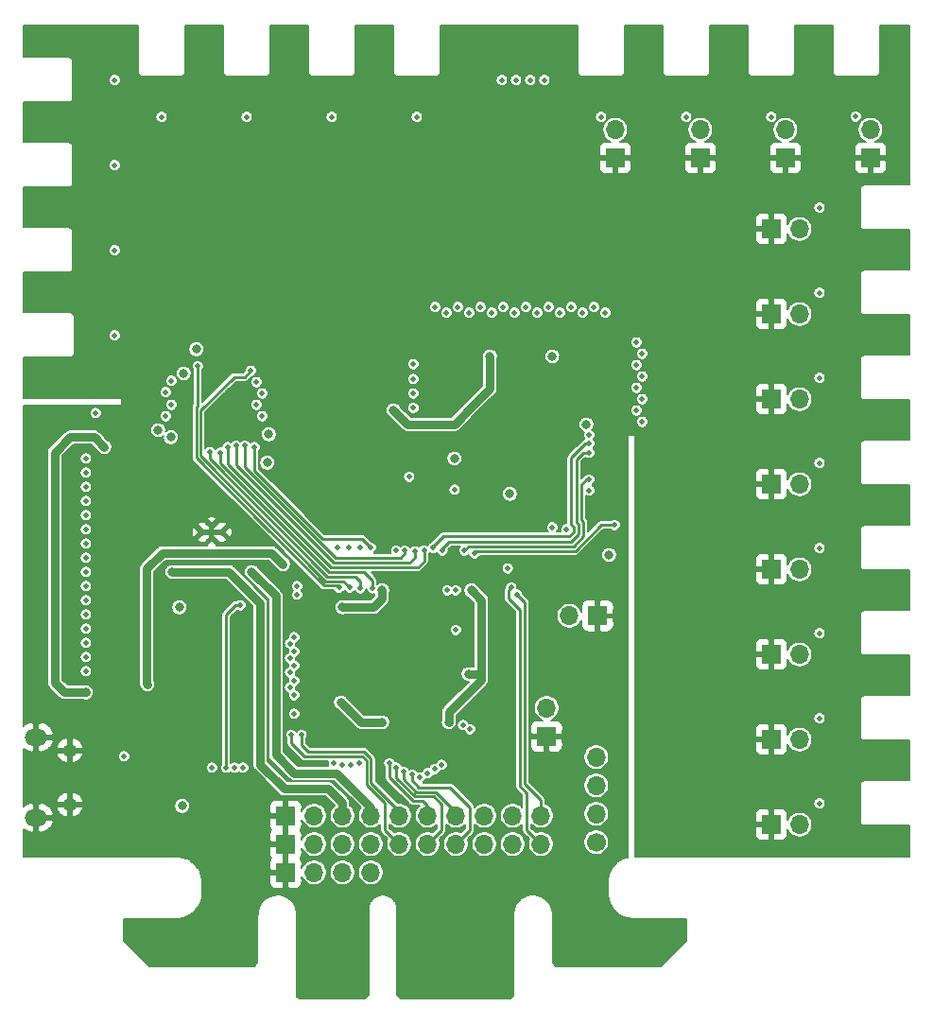
<source format=gbr>
G04 #@! TF.GenerationSoftware,KiCad,Pcbnew,(5.1.6)-1*
G04 #@! TF.CreationDate,2020-07-24T04:57:17+02:00*
G04 #@! TF.ProjectId,AnalogControlBoard_Rev1.1,416e616c-6f67-4436-9f6e-74726f6c426f,rev?*
G04 #@! TF.SameCoordinates,Original*
G04 #@! TF.FileFunction,Copper,L3,Inr*
G04 #@! TF.FilePolarity,Positive*
%FSLAX46Y46*%
G04 Gerber Fmt 4.6, Leading zero omitted, Abs format (unit mm)*
G04 Created by KiCad (PCBNEW (5.1.6)-1) date 2020-07-24 04:57:17*
%MOMM*%
%LPD*%
G01*
G04 APERTURE LIST*
G04 #@! TA.AperFunction,ViaPad*
%ADD10C,0.600000*%
G04 #@! TD*
G04 #@! TA.AperFunction,ViaPad*
%ADD11R,1.700000X1.700000*%
G04 #@! TD*
G04 #@! TA.AperFunction,ViaPad*
%ADD12O,1.700000X1.700000*%
G04 #@! TD*
G04 #@! TA.AperFunction,ViaPad*
%ADD13C,1.700000*%
G04 #@! TD*
G04 #@! TA.AperFunction,ViaPad*
%ADD14O,1.300000X1.100000*%
G04 #@! TD*
G04 #@! TA.AperFunction,ViaPad*
%ADD15O,2.000000X1.500000*%
G04 #@! TD*
G04 #@! TA.AperFunction,ViaPad*
%ADD16C,0.800000*%
G04 #@! TD*
G04 #@! TA.AperFunction,ViaPad*
%ADD17C,0.500000*%
G04 #@! TD*
G04 #@! TA.AperFunction,Conductor*
%ADD18C,0.750000*%
G04 #@! TD*
G04 #@! TA.AperFunction,Conductor*
%ADD19C,0.500000*%
G04 #@! TD*
G04 #@! TA.AperFunction,Conductor*
%ADD20C,0.250000*%
G04 #@! TD*
G04 #@! TA.AperFunction,Conductor*
%ADD21C,0.200000*%
G04 #@! TD*
G04 APERTURE END LIST*
D10*
X122936000Y-97290000D03*
X122936000Y-98290000D03*
X122036000Y-97790000D03*
X123836000Y-97790000D03*
D11*
X173024800Y-123977400D03*
D12*
X175564800Y-123977400D03*
D11*
X173024800Y-116357400D03*
D12*
X175564800Y-116357400D03*
D11*
X173024800Y-108737400D03*
D12*
X175564800Y-108737400D03*
D11*
X173024800Y-101117400D03*
D12*
X175564800Y-101117400D03*
D11*
X173024800Y-93497400D03*
D12*
X175564800Y-93497400D03*
D11*
X173024800Y-85877400D03*
D12*
X175564800Y-85877400D03*
D11*
X173024800Y-78257400D03*
D12*
X175564800Y-78257400D03*
D11*
X173024800Y-70637400D03*
D12*
X175564800Y-70637400D03*
D11*
X181914800Y-64287400D03*
D12*
X181914800Y-61747400D03*
D11*
X174294800Y-64287400D03*
D12*
X174294800Y-61747400D03*
D11*
X166674800Y-64287400D03*
D12*
X166674800Y-61747400D03*
D11*
X159054800Y-64287400D03*
D12*
X159054800Y-61747400D03*
D13*
X157353000Y-125539500D03*
D12*
X157353000Y-122999500D03*
X157353000Y-120459500D03*
X157353000Y-117919500D03*
D11*
X129540000Y-128270000D03*
D12*
X132080000Y-128270000D03*
X134620000Y-128270000D03*
X137160000Y-128270000D03*
D11*
X129540000Y-125730000D03*
X129540000Y-123190000D03*
D12*
X132080000Y-125730000D03*
X132080000Y-123190000D03*
X134620000Y-125730000D03*
X134620000Y-123190000D03*
X137160000Y-125730000D03*
X137160000Y-123190000D03*
X139700000Y-125730000D03*
X139700000Y-123190000D03*
X142240000Y-125730000D03*
X142240000Y-123190000D03*
X144780000Y-125730000D03*
X144780000Y-123190000D03*
X147320000Y-125730000D03*
X147320000Y-123190000D03*
X149860000Y-125730000D03*
X149860000Y-123190000D03*
X152400000Y-125730000D03*
X152400000Y-123190000D03*
D11*
X152908000Y-116078000D03*
D12*
X152908000Y-113538000D03*
D14*
X110188000Y-117336000D03*
D15*
X107188000Y-116161000D03*
X107188000Y-123361000D03*
D14*
X110188000Y-122186000D03*
D11*
X157480000Y-105283000D03*
D12*
X154940000Y-105283000D03*
D16*
X145923000Y-110490000D03*
X120396000Y-83566000D03*
X113284000Y-90170000D03*
X138176000Y-102997000D03*
D17*
X144653000Y-93980000D03*
D16*
X128016000Y-89027000D03*
X111633000Y-112141000D03*
X144653000Y-91186000D03*
X149606000Y-94361000D03*
X146177000Y-102997000D03*
X138176000Y-114808000D03*
X144145000Y-114808000D03*
X134493000Y-113030000D03*
X134620000Y-104521000D03*
X120015000Y-104521000D03*
X158496000Y-99822000D03*
X135382000Y-93091000D03*
X127762000Y-98552000D03*
X130302000Y-93726000D03*
X149479000Y-114808000D03*
X147066000Y-118110000D03*
X149733000Y-109728000D03*
X151892000Y-109474000D03*
X160274000Y-88392000D03*
X156464000Y-87122000D03*
X158369000Y-80518000D03*
X154432000Y-82042000D03*
X142875000Y-80391000D03*
D17*
X125603000Y-83121500D03*
D16*
X120777000Y-90043000D03*
X130683000Y-87757000D03*
X137668000Y-85217000D03*
X128905000Y-85090000D03*
X127000000Y-78613000D03*
X131953000Y-83566000D03*
X115316000Y-83693000D03*
X119126000Y-79756000D03*
X124333000Y-78740000D03*
X117094000Y-83566000D03*
X116078000Y-87376000D03*
X143002000Y-102997000D03*
X140208000Y-97663000D03*
X142621000Y-96075500D03*
X136144000Y-108204000D03*
X138811000Y-113792000D03*
X135636000Y-110490000D03*
X140335000Y-112395000D03*
D17*
X125476000Y-105219500D03*
D16*
X144526000Y-85788500D03*
X150876000Y-94361000D03*
X146748500Y-82105500D03*
X150495000Y-82169000D03*
X156464000Y-84328000D03*
X158369000Y-96329500D03*
X145542000Y-89281000D03*
D17*
X122809000Y-82804000D03*
D16*
X143764000Y-60960000D03*
X136144000Y-60960000D03*
X128524000Y-60960000D03*
X120904000Y-60960000D03*
X109728000Y-83820000D03*
X114300000Y-74676000D03*
X114300000Y-67056000D03*
X114300000Y-59436000D03*
X125476000Y-113284000D03*
X147002500Y-57277000D03*
X145923000Y-108966000D03*
X121539000Y-81407000D03*
X139192000Y-86868000D03*
X147828000Y-82042000D03*
X156464000Y-88138000D03*
X153416000Y-82042000D03*
D17*
X125730000Y-118872000D03*
X146050000Y-115443000D03*
X122936000Y-118872000D03*
X145415000Y-115062000D03*
X144780000Y-106553000D03*
X124968000Y-118872000D03*
X125476000Y-104330500D03*
X124206000Y-118872000D03*
D16*
X126492000Y-101346000D03*
X119380000Y-101346000D03*
X118110000Y-88646000D03*
X127889000Y-91567000D03*
X119253000Y-89281000D03*
D17*
X126415800Y-83337400D03*
X135255000Y-102743000D03*
X123698000Y-90678000D03*
X137287000Y-102806500D03*
X119303800Y-84226400D03*
X114223800Y-57302400D03*
X114223800Y-64922400D03*
X118795800Y-85242400D03*
X114223800Y-72542400D03*
X119303800Y-86385400D03*
X118795800Y-87401400D03*
X114223800Y-80162400D03*
X127431800Y-87401400D03*
X141274800Y-60604400D03*
X126923800Y-86385400D03*
X133654800Y-60604400D03*
X126034800Y-60604400D03*
X127431800Y-85369400D03*
X118414800Y-60604400D03*
X126923800Y-84353400D03*
X121666000Y-82931000D03*
X134302500Y-102743000D03*
X156718000Y-89090500D03*
X139446000Y-99441000D03*
X140589000Y-92837000D03*
X145542000Y-99441000D03*
X156718000Y-93091000D03*
X156718000Y-90678000D03*
X143573500Y-99441000D03*
X156718000Y-89852500D03*
X142748000Y-99187000D03*
D16*
X129286000Y-100647500D03*
X117157500Y-111442500D03*
D17*
X160959800Y-86893400D03*
X160959800Y-84861400D03*
X160959800Y-82829400D03*
X160959800Y-80797400D03*
X158165800Y-78130400D03*
X156133800Y-78130400D03*
X153085800Y-77622400D03*
X151053800Y-77622400D03*
X150037800Y-78130400D03*
X148005800Y-78130400D03*
X144957800Y-77622400D03*
X142925800Y-77622400D03*
X177342800Y-122072400D03*
X161467800Y-87909400D03*
X161467800Y-85877400D03*
X177342800Y-114452400D03*
X161467800Y-83845400D03*
X177342800Y-106832400D03*
X177342800Y-99212400D03*
X161467800Y-81813400D03*
X157149800Y-77622400D03*
X177342800Y-91592400D03*
X155117800Y-77622400D03*
X177342800Y-83972400D03*
X177342800Y-76352400D03*
X154101800Y-78130400D03*
X177342800Y-68732400D03*
X152069800Y-78130400D03*
X149021800Y-77622400D03*
X180594000Y-60579000D03*
X173024800Y-60604400D03*
X146989800Y-77622400D03*
X145973800Y-78130400D03*
X165404800Y-60604400D03*
X157784800Y-60604400D03*
X143941800Y-78130400D03*
X148894800Y-57302400D03*
X140970000Y-86664800D03*
X151434800Y-57302400D03*
X140970000Y-84074000D03*
X140970000Y-82753200D03*
X152704800Y-57302400D03*
X150164800Y-57302400D03*
X140970000Y-85369400D03*
X124333000Y-90170000D03*
X156718000Y-94043500D03*
X141922500Y-99441000D03*
X149415500Y-101028500D03*
X154686000Y-97536000D03*
X125095000Y-90043000D03*
X141097000Y-99504500D03*
X153416000Y-97345500D03*
X125857000Y-90043000D03*
X140208000Y-99441000D03*
X143510000Y-118618000D03*
X142875000Y-118999000D03*
X142240000Y-119380000D03*
X141541500Y-119761000D03*
X112522000Y-87122000D03*
X134213600Y-99187000D03*
X126746000Y-90170000D03*
X137160000Y-99187000D03*
X136207500Y-102806500D03*
X122745500Y-90614500D03*
D16*
X120269000Y-122301000D03*
D17*
X115062000Y-117856000D03*
X140081000Y-119253000D03*
X138811000Y-118491000D03*
X135382000Y-118618000D03*
X133858000Y-118491000D03*
X130937000Y-115951000D03*
X130048000Y-115951000D03*
X134620000Y-118618000D03*
X136144000Y-118491000D03*
X139446000Y-118872000D03*
X140843000Y-119507000D03*
X150241000Y-103378000D03*
X149733000Y-102743000D03*
X146431000Y-99695000D03*
X159004000Y-97155000D03*
X111633000Y-108966000D03*
X144018000Y-102997000D03*
X111633000Y-106426000D03*
X130302000Y-112395000D03*
X111633000Y-103886000D03*
X130302000Y-111125000D03*
X111633000Y-101346000D03*
X130302000Y-109728000D03*
X111633000Y-98806000D03*
X130302000Y-108458000D03*
X111633000Y-96266000D03*
X130302000Y-107188000D03*
X111633000Y-93726000D03*
X130556000Y-102616000D03*
X111633000Y-91186000D03*
X135229600Y-99187000D03*
X136194800Y-99187000D03*
X111633000Y-92456000D03*
X111633000Y-94996000D03*
X130556000Y-103378000D03*
X111633000Y-97536000D03*
X129921000Y-107759500D03*
X129921000Y-109093000D03*
X111633000Y-100076000D03*
X129921000Y-110363000D03*
X111633000Y-102616000D03*
X129921000Y-111696500D03*
X111633000Y-105156000D03*
X130302000Y-114046000D03*
X111633000Y-107696000D03*
X111633000Y-110236000D03*
X144780000Y-102997000D03*
D18*
X147066000Y-110490000D02*
X145923000Y-110490000D01*
X147066000Y-109347000D02*
X147066000Y-110490000D01*
X147066000Y-110490000D02*
X147066000Y-110998000D01*
X146177000Y-102997000D02*
X147066000Y-103886000D01*
X147066000Y-109347000D02*
X147066000Y-104394000D01*
X147066000Y-104394000D02*
X147066000Y-103886000D01*
X144145000Y-113919000D02*
X144145000Y-114808000D01*
X147066000Y-110998000D02*
X144145000Y-113919000D01*
X111633000Y-89281000D02*
X112395000Y-89281000D01*
X110236000Y-89281000D02*
X108839000Y-90678000D01*
X108839000Y-90678000D02*
X108839000Y-111252000D01*
X108839000Y-111252000D02*
X109728000Y-112141000D01*
X111633000Y-112141000D02*
X109728000Y-112141000D01*
X111633000Y-89281000D02*
X110236000Y-89281000D01*
X112395000Y-89281000D02*
X113284000Y-90170000D01*
X138176000Y-114808000D02*
X136271000Y-114808000D01*
X136271000Y-114808000D02*
X134493000Y-113030000D01*
X134620000Y-104521000D02*
X137414000Y-104521000D01*
X138176000Y-103759000D02*
X138176000Y-102997000D01*
X137414000Y-104521000D02*
X138176000Y-103759000D01*
D19*
X122036000Y-97790000D02*
X123836000Y-97790000D01*
D20*
X140335000Y-112395000D02*
X136144000Y-108204000D01*
D18*
X139192000Y-86868000D02*
X140462000Y-88138000D01*
X140462000Y-88138000D02*
X144653000Y-88138000D01*
X144653000Y-88138000D02*
X146304000Y-86487000D01*
X146304000Y-86487000D02*
X147828000Y-84963000D01*
X147828000Y-82042000D02*
X147828000Y-84963000D01*
D20*
X124206000Y-118872000D02*
X124206000Y-105156000D01*
X124206000Y-105156000D02*
X125031500Y-104330500D01*
X125031500Y-104330500D02*
X125476000Y-104330500D01*
D18*
X126492000Y-101346000D02*
X128651000Y-103505000D01*
X130302000Y-119380000D02*
X134112000Y-119380000D01*
X137160000Y-122428000D02*
X134112000Y-119380000D01*
X128651000Y-117729000D02*
X130302000Y-119380000D01*
X128651000Y-103505000D02*
X128651000Y-117729000D01*
X137160000Y-122428000D02*
X137160000Y-123190000D01*
X124460000Y-101346000D02*
X127228600Y-104114600D01*
X133350000Y-120777000D02*
X134620000Y-122047000D01*
X134620000Y-123190000D02*
X134620000Y-122047000D01*
X119380000Y-101346000D02*
X124460000Y-101346000D01*
X129413000Y-120777000D02*
X133350000Y-120777000D01*
X127228600Y-118592600D02*
X129413000Y-120777000D01*
X127228600Y-104114600D02*
X127228600Y-118592600D01*
D20*
X134688010Y-102176010D02*
X135255000Y-102743000D01*
X121920000Y-86868000D02*
X124904500Y-83883500D01*
X124904500Y-83883500D02*
X125869700Y-83883500D01*
X125869700Y-83883500D02*
X126415800Y-83337400D01*
X121920000Y-90980860D02*
X133115150Y-102176010D01*
X121920000Y-86868000D02*
X121920000Y-90980860D01*
X133115150Y-102176010D02*
X134688010Y-102176010D01*
X135983506Y-101376006D02*
X136555006Y-101376006D01*
X123698000Y-91627484D02*
X133446522Y-101376006D01*
X133446522Y-101376006D02*
X135983506Y-101376006D01*
X123698000Y-90678000D02*
X123698000Y-91627484D01*
X137287000Y-102108000D02*
X137287000Y-102806500D01*
X136555006Y-101376006D02*
X137287000Y-102108000D01*
X121666000Y-82931000D02*
X121666000Y-86487000D01*
X121519998Y-91146546D02*
X127391226Y-97017774D01*
X121519998Y-86633002D02*
X121519998Y-91146546D01*
X121666000Y-86487000D02*
X121519998Y-86633002D01*
X127391226Y-97017774D02*
X132949464Y-102576012D01*
X132949464Y-102576012D02*
X134135512Y-102576012D01*
X134135512Y-102576012D02*
X134302500Y-102743000D01*
X156718000Y-93091000D02*
X156464000Y-93091000D01*
X156025002Y-96713206D02*
X156221004Y-96909208D01*
X156221004Y-96909208D02*
X156221004Y-98162792D01*
X145542000Y-99441000D02*
X145911996Y-99071004D01*
X155312792Y-99071004D02*
X156221004Y-98162792D01*
X145911996Y-99071004D02*
X155312792Y-99071004D01*
X156025002Y-93529998D02*
X156025002Y-96713206D01*
X156464000Y-93091000D02*
X156025002Y-93529998D01*
X143573500Y-99441000D02*
X143573500Y-99250500D01*
X155575000Y-96899602D02*
X155771002Y-97095604D01*
X155771002Y-97095604D02*
X155771002Y-97976396D01*
X155771002Y-97976396D02*
X155126396Y-98621002D01*
X155126396Y-98621002D02*
X144202998Y-98621002D01*
X156718000Y-90678000D02*
X156210000Y-90678000D01*
X155575000Y-91313000D02*
X155575000Y-92456000D01*
X156210000Y-90678000D02*
X155575000Y-91313000D01*
X155575000Y-92456000D02*
X155575000Y-96899602D01*
X143573500Y-99250500D02*
X144202998Y-98621002D01*
X155124998Y-91126604D02*
X156399102Y-89852500D01*
X142748000Y-99187000D02*
X142748000Y-99060000D01*
X142748000Y-99060000D02*
X143637000Y-98171000D01*
X155321000Y-97790000D02*
X154940000Y-98171000D01*
X154051000Y-98171000D02*
X154940000Y-98171000D01*
X155321000Y-97282000D02*
X155321000Y-97790000D01*
X155124998Y-97085998D02*
X155321000Y-97282000D01*
X155124998Y-91126604D02*
X155124998Y-97085998D01*
X154051000Y-98171000D02*
X143637000Y-98171000D01*
X156399102Y-89852500D02*
X156718000Y-89852500D01*
D18*
X117094000Y-109156500D02*
X117094000Y-111379000D01*
X128270000Y-99631500D02*
X118491000Y-99631500D01*
X118491000Y-99631500D02*
X117094000Y-101028500D01*
X117094000Y-101028500D02*
X117094000Y-109156500D01*
X129286000Y-100647500D02*
X128270000Y-99631500D01*
X117157500Y-111442500D02*
X117094000Y-111379000D01*
D20*
X151384000Y-57353200D02*
X151434800Y-57302400D01*
X140577996Y-100976004D02*
X141339996Y-100976004D01*
X124333000Y-90170000D02*
X124333000Y-91696796D01*
X133612208Y-100976004D02*
X140577996Y-100976004D01*
X124333000Y-91696796D02*
X133612208Y-100976004D01*
X141922500Y-100393500D02*
X141922500Y-99441000D01*
X141339996Y-100976004D02*
X141922500Y-100393500D01*
X141922500Y-99631500D02*
X141922500Y-99441000D01*
X140138998Y-100526002D02*
X140646998Y-100526002D01*
X125095000Y-91822398D02*
X125095000Y-90043000D01*
X133798604Y-100526002D02*
X125095000Y-91822398D01*
X140138998Y-100526002D02*
X133798604Y-100526002D01*
X141097000Y-100076000D02*
X141097000Y-99504500D01*
X140646998Y-100526002D02*
X141097000Y-100076000D01*
X141097000Y-99568000D02*
X141097000Y-99504500D01*
X139827000Y-100076000D02*
X140208000Y-99695000D01*
X139827000Y-100076000D02*
X133985000Y-100076000D01*
X133985000Y-100076000D02*
X125857000Y-91948000D01*
X125857000Y-91948000D02*
X125857000Y-90043000D01*
X140208000Y-99695000D02*
X140208000Y-99441000D01*
X126746000Y-90170000D02*
X126746000Y-92271312D01*
X136334500Y-98361500D02*
X137160000Y-99187000D01*
X132836188Y-98361500D02*
X136334500Y-98361500D01*
X126746000Y-92271312D02*
X132836188Y-98361500D01*
X136207500Y-102806500D02*
X136207500Y-102171500D01*
X122745500Y-91240672D02*
X122745500Y-90614500D01*
X133280836Y-101776008D02*
X122745500Y-91240672D01*
X135812008Y-101776008D02*
X133280836Y-101776008D01*
X136207500Y-102171500D02*
X135812008Y-101776008D01*
X140081000Y-119253000D02*
X140081000Y-119888000D01*
X142951690Y-121050002D02*
X144780000Y-122878312D01*
X141243002Y-121050002D02*
X142951690Y-121050002D01*
X140081000Y-119888000D02*
X141243002Y-121050002D01*
X144780000Y-122878312D02*
X144780000Y-123190000D01*
X138811000Y-118491000D02*
X138811000Y-119749376D01*
X142240000Y-122301000D02*
X142240000Y-123190000D01*
X141789006Y-121850006D02*
X142240000Y-122301000D01*
X140911630Y-121850006D02*
X141789006Y-121850006D01*
X138811000Y-119749376D02*
X140911630Y-121850006D01*
X130937000Y-115951000D02*
X130937000Y-116820998D01*
X137179002Y-120230314D02*
X139700000Y-122751312D01*
X137179002Y-118071314D02*
X137179002Y-120230314D01*
X136563686Y-117455998D02*
X137179002Y-118071314D01*
X131572000Y-117455998D02*
X136563686Y-117455998D01*
X130937000Y-116820998D02*
X131572000Y-117455998D01*
X139700000Y-122751312D02*
X139700000Y-123190000D01*
X130048000Y-115951000D02*
X130048000Y-116713000D01*
X138430000Y-124460000D02*
X139700000Y-125730000D01*
X138430000Y-122047000D02*
X138430000Y-124460000D01*
X136779000Y-120396000D02*
X138430000Y-122047000D01*
X136779000Y-118237000D02*
X136779000Y-120396000D01*
X136398000Y-117856000D02*
X136779000Y-118237000D01*
X131191000Y-117856000D02*
X136398000Y-117856000D01*
X130048000Y-116713000D02*
X131191000Y-117856000D01*
X139446000Y-118872000D02*
X139446000Y-119818688D01*
X143510000Y-124460000D02*
X142240000Y-125730000D01*
X143510000Y-122174000D02*
X143510000Y-124460000D01*
X142786004Y-121450004D02*
X143510000Y-122174000D01*
X141077316Y-121450004D02*
X142786004Y-121450004D01*
X139446000Y-119818688D02*
X141077316Y-121450004D01*
X141478000Y-120650000D02*
X144272000Y-120650000D01*
X140843000Y-120015000D02*
X141478000Y-120650000D01*
X144780000Y-125730000D02*
X146050000Y-124460000D01*
X140843000Y-119507000D02*
X140843000Y-120015000D01*
X146050000Y-122428000D02*
X146050000Y-124460000D01*
X144272000Y-120650000D02*
X146050000Y-122428000D01*
X150945002Y-104082002D02*
X150945002Y-120336604D01*
X150241000Y-103378000D02*
X150945002Y-104082002D01*
X152400000Y-121791602D02*
X152400000Y-123190000D01*
X150945002Y-120336604D02*
X152400000Y-121791602D01*
X152400000Y-122624312D02*
X152400000Y-123190000D01*
X150495000Y-104717002D02*
X150495000Y-116840000D01*
X150495000Y-116840000D02*
X150495000Y-120523000D01*
X149733000Y-102743000D02*
X149479000Y-102997000D01*
X149479000Y-103701002D02*
X149790998Y-104013000D01*
X149479000Y-102997000D02*
X149479000Y-103701002D01*
X149790998Y-104013000D02*
X150495000Y-104717002D01*
X151130000Y-124460000D02*
X152400000Y-125730000D01*
X151130000Y-121158000D02*
X151130000Y-124460000D01*
X150495000Y-120523000D02*
X151130000Y-121158000D01*
X157794484Y-97155000D02*
X159004000Y-97155000D01*
X146431000Y-99695000D02*
X146654994Y-99471006D01*
X146654994Y-99471006D02*
X155478478Y-99471006D01*
X155478478Y-99471006D02*
X157794484Y-97155000D01*
D21*
G36*
X116338001Y-56623571D02*
G01*
X116336186Y-56642000D01*
X116343426Y-56715513D01*
X116364869Y-56786200D01*
X116399691Y-56851347D01*
X116446552Y-56908448D01*
X116503653Y-56955309D01*
X116568800Y-56990131D01*
X116639487Y-57011574D01*
X116694581Y-57017000D01*
X116713000Y-57018814D01*
X116731419Y-57017000D01*
X120123581Y-57017000D01*
X120142000Y-57018814D01*
X120160419Y-57017000D01*
X120215513Y-57011574D01*
X120286200Y-56990131D01*
X120351347Y-56955309D01*
X120408448Y-56908448D01*
X120455309Y-56851347D01*
X120490131Y-56786200D01*
X120511574Y-56715513D01*
X120518814Y-56642000D01*
X120517000Y-56623581D01*
X120517000Y-52445000D01*
X123958000Y-52445000D01*
X123958001Y-56623571D01*
X123956186Y-56642000D01*
X123963426Y-56715513D01*
X123984869Y-56786200D01*
X124019691Y-56851347D01*
X124066552Y-56908448D01*
X124123653Y-56955309D01*
X124188800Y-56990131D01*
X124259487Y-57011574D01*
X124314581Y-57017000D01*
X124333000Y-57018814D01*
X124351419Y-57017000D01*
X127743581Y-57017000D01*
X127762000Y-57018814D01*
X127780419Y-57017000D01*
X127835513Y-57011574D01*
X127906200Y-56990131D01*
X127971347Y-56955309D01*
X128028448Y-56908448D01*
X128075309Y-56851347D01*
X128110131Y-56786200D01*
X128131574Y-56715513D01*
X128138814Y-56642000D01*
X128137000Y-56623581D01*
X128137000Y-52445000D01*
X131578000Y-52445000D01*
X131578001Y-56623571D01*
X131576186Y-56642000D01*
X131583426Y-56715513D01*
X131604869Y-56786200D01*
X131639691Y-56851347D01*
X131686552Y-56908448D01*
X131743653Y-56955309D01*
X131808800Y-56990131D01*
X131879487Y-57011574D01*
X131934581Y-57017000D01*
X131953000Y-57018814D01*
X131971419Y-57017000D01*
X135363581Y-57017000D01*
X135382000Y-57018814D01*
X135400419Y-57017000D01*
X135455513Y-57011574D01*
X135526200Y-56990131D01*
X135591347Y-56955309D01*
X135648448Y-56908448D01*
X135695309Y-56851347D01*
X135730131Y-56786200D01*
X135751574Y-56715513D01*
X135758814Y-56642000D01*
X135757000Y-56623581D01*
X135757000Y-52445000D01*
X139198000Y-52445000D01*
X139198001Y-56623571D01*
X139196186Y-56642000D01*
X139203426Y-56715513D01*
X139224869Y-56786200D01*
X139259691Y-56851347D01*
X139306552Y-56908448D01*
X139363653Y-56955309D01*
X139428800Y-56990131D01*
X139499487Y-57011574D01*
X139554581Y-57017000D01*
X139573000Y-57018814D01*
X139591419Y-57017000D01*
X142983581Y-57017000D01*
X143002000Y-57018814D01*
X143020419Y-57017000D01*
X143075513Y-57011574D01*
X143146200Y-56990131D01*
X143211347Y-56955309D01*
X143268448Y-56908448D01*
X143315309Y-56851347D01*
X143350131Y-56786200D01*
X143371574Y-56715513D01*
X143378814Y-56642000D01*
X143377000Y-56623581D01*
X143377000Y-52445000D01*
X155708000Y-52445000D01*
X155708001Y-56623571D01*
X155706186Y-56642000D01*
X155713426Y-56715513D01*
X155734869Y-56786200D01*
X155769691Y-56851347D01*
X155816552Y-56908448D01*
X155873653Y-56955309D01*
X155938800Y-56990131D01*
X156009487Y-57011574D01*
X156064581Y-57017000D01*
X156083000Y-57018814D01*
X156101419Y-57017000D01*
X159493581Y-57017000D01*
X159512000Y-57018814D01*
X159530419Y-57017000D01*
X159585513Y-57011574D01*
X159656200Y-56990131D01*
X159721347Y-56955309D01*
X159778448Y-56908448D01*
X159825309Y-56851347D01*
X159860131Y-56786200D01*
X159881574Y-56715513D01*
X159888814Y-56642000D01*
X159887000Y-56623581D01*
X159887000Y-52445000D01*
X163328000Y-52445000D01*
X163328001Y-56623571D01*
X163326186Y-56642000D01*
X163333426Y-56715513D01*
X163354869Y-56786200D01*
X163389691Y-56851347D01*
X163436552Y-56908448D01*
X163493653Y-56955309D01*
X163558800Y-56990131D01*
X163629487Y-57011574D01*
X163684581Y-57017000D01*
X163703000Y-57018814D01*
X163721419Y-57017000D01*
X167113581Y-57017000D01*
X167132000Y-57018814D01*
X167150419Y-57017000D01*
X167205513Y-57011574D01*
X167276200Y-56990131D01*
X167341347Y-56955309D01*
X167398448Y-56908448D01*
X167445309Y-56851347D01*
X167480131Y-56786200D01*
X167501574Y-56715513D01*
X167508814Y-56642000D01*
X167507000Y-56623581D01*
X167507000Y-52445000D01*
X170948000Y-52445000D01*
X170948001Y-56623571D01*
X170946186Y-56642000D01*
X170953426Y-56715513D01*
X170974869Y-56786200D01*
X171009691Y-56851347D01*
X171056552Y-56908448D01*
X171113653Y-56955309D01*
X171178800Y-56990131D01*
X171249487Y-57011574D01*
X171304581Y-57017000D01*
X171323000Y-57018814D01*
X171341419Y-57017000D01*
X174733581Y-57017000D01*
X174752000Y-57018814D01*
X174770419Y-57017000D01*
X174825513Y-57011574D01*
X174896200Y-56990131D01*
X174961347Y-56955309D01*
X175018448Y-56908448D01*
X175065309Y-56851347D01*
X175100131Y-56786200D01*
X175121574Y-56715513D01*
X175128814Y-56642000D01*
X175127000Y-56623581D01*
X175127000Y-52445000D01*
X178568000Y-52445000D01*
X178568001Y-56623571D01*
X178566186Y-56642000D01*
X178573426Y-56715513D01*
X178594869Y-56786200D01*
X178629691Y-56851347D01*
X178676552Y-56908448D01*
X178733653Y-56955309D01*
X178798800Y-56990131D01*
X178869487Y-57011574D01*
X178924581Y-57017000D01*
X178943000Y-57018814D01*
X178961419Y-57017000D01*
X182353581Y-57017000D01*
X182372000Y-57018814D01*
X182390419Y-57017000D01*
X182445513Y-57011574D01*
X182516200Y-56990131D01*
X182581347Y-56955309D01*
X182638448Y-56908448D01*
X182685309Y-56851347D01*
X182720131Y-56786200D01*
X182741574Y-56715513D01*
X182748814Y-56642000D01*
X182747000Y-56623581D01*
X182747000Y-52445000D01*
X185426000Y-52445000D01*
X185426001Y-66681000D01*
X181374419Y-66681000D01*
X181356000Y-66679186D01*
X181337581Y-66681000D01*
X181282487Y-66686426D01*
X181211800Y-66707869D01*
X181146653Y-66742691D01*
X181089552Y-66789552D01*
X181042691Y-66846653D01*
X181007869Y-66911800D01*
X180986426Y-66982487D01*
X180979186Y-67056000D01*
X180981000Y-67074419D01*
X180981001Y-70339571D01*
X180979186Y-70358000D01*
X180986426Y-70431513D01*
X181007869Y-70502200D01*
X181042691Y-70567347D01*
X181089552Y-70624448D01*
X181146653Y-70671309D01*
X181211800Y-70706131D01*
X181282487Y-70727574D01*
X181337581Y-70733000D01*
X181356000Y-70734814D01*
X181374419Y-70733000D01*
X185426000Y-70733000D01*
X185426001Y-74301000D01*
X181374419Y-74301000D01*
X181356000Y-74299186D01*
X181337581Y-74301000D01*
X181282487Y-74306426D01*
X181211800Y-74327869D01*
X181146653Y-74362691D01*
X181089552Y-74409552D01*
X181042691Y-74466653D01*
X181007869Y-74531800D01*
X180986426Y-74602487D01*
X180979186Y-74676000D01*
X180981000Y-74694419D01*
X180981001Y-77959571D01*
X180979186Y-77978000D01*
X180986426Y-78051513D01*
X181007869Y-78122200D01*
X181042691Y-78187347D01*
X181089552Y-78244448D01*
X181146653Y-78291309D01*
X181211800Y-78326131D01*
X181282487Y-78347574D01*
X181337581Y-78353000D01*
X181356000Y-78354814D01*
X181374419Y-78353000D01*
X185426000Y-78353000D01*
X185426001Y-81921000D01*
X181374419Y-81921000D01*
X181356000Y-81919186D01*
X181337581Y-81921000D01*
X181282487Y-81926426D01*
X181211800Y-81947869D01*
X181146653Y-81982691D01*
X181089552Y-82029552D01*
X181042691Y-82086653D01*
X181007869Y-82151800D01*
X180986426Y-82222487D01*
X180979186Y-82296000D01*
X180981000Y-82314419D01*
X180981001Y-85579571D01*
X180979186Y-85598000D01*
X180986426Y-85671513D01*
X181007869Y-85742200D01*
X181042691Y-85807347D01*
X181089552Y-85864448D01*
X181146653Y-85911309D01*
X181211800Y-85946131D01*
X181282487Y-85967574D01*
X181337581Y-85973000D01*
X181356000Y-85974814D01*
X181374419Y-85973000D01*
X185426000Y-85973000D01*
X185426001Y-89541000D01*
X181374419Y-89541000D01*
X181356000Y-89539186D01*
X181337581Y-89541000D01*
X181282487Y-89546426D01*
X181211800Y-89567869D01*
X181146653Y-89602691D01*
X181089552Y-89649552D01*
X181042691Y-89706653D01*
X181007869Y-89771800D01*
X180986426Y-89842487D01*
X180979186Y-89916000D01*
X180981000Y-89934419D01*
X180981001Y-93199571D01*
X180979186Y-93218000D01*
X180986426Y-93291513D01*
X181007869Y-93362200D01*
X181042691Y-93427347D01*
X181089552Y-93484448D01*
X181146653Y-93531309D01*
X181211800Y-93566131D01*
X181282487Y-93587574D01*
X181337581Y-93593000D01*
X181356000Y-93594814D01*
X181374419Y-93593000D01*
X185426000Y-93593000D01*
X185426001Y-97161000D01*
X181374419Y-97161000D01*
X181356000Y-97159186D01*
X181337581Y-97161000D01*
X181282487Y-97166426D01*
X181211800Y-97187869D01*
X181146653Y-97222691D01*
X181089552Y-97269552D01*
X181042691Y-97326653D01*
X181007869Y-97391800D01*
X180986426Y-97462487D01*
X180979186Y-97536000D01*
X180981000Y-97554419D01*
X180981001Y-100819571D01*
X180979186Y-100838000D01*
X180986426Y-100911513D01*
X181007869Y-100982200D01*
X181042691Y-101047347D01*
X181089552Y-101104448D01*
X181146653Y-101151309D01*
X181211800Y-101186131D01*
X181282487Y-101207574D01*
X181337581Y-101213000D01*
X181356000Y-101214814D01*
X181374419Y-101213000D01*
X185426000Y-101213000D01*
X185426001Y-104781000D01*
X181374419Y-104781000D01*
X181356000Y-104779186D01*
X181337581Y-104781000D01*
X181282487Y-104786426D01*
X181211800Y-104807869D01*
X181146653Y-104842691D01*
X181089552Y-104889552D01*
X181042691Y-104946653D01*
X181007869Y-105011800D01*
X180986426Y-105082487D01*
X180979186Y-105156000D01*
X180981000Y-105174419D01*
X180981001Y-108439571D01*
X180979186Y-108458000D01*
X180986426Y-108531513D01*
X181007869Y-108602200D01*
X181042691Y-108667347D01*
X181089552Y-108724448D01*
X181146653Y-108771309D01*
X181211800Y-108806131D01*
X181282487Y-108827574D01*
X181337581Y-108833000D01*
X181356000Y-108834814D01*
X181374419Y-108833000D01*
X185426000Y-108833000D01*
X185426001Y-112401000D01*
X181374419Y-112401000D01*
X181356000Y-112399186D01*
X181337581Y-112401000D01*
X181282487Y-112406426D01*
X181211800Y-112427869D01*
X181146653Y-112462691D01*
X181089552Y-112509552D01*
X181042691Y-112566653D01*
X181007869Y-112631800D01*
X180986426Y-112702487D01*
X180979186Y-112776000D01*
X180981000Y-112794419D01*
X180981001Y-116059571D01*
X180979186Y-116078000D01*
X180986426Y-116151513D01*
X181007869Y-116222200D01*
X181042691Y-116287347D01*
X181089552Y-116344448D01*
X181146653Y-116391309D01*
X181211800Y-116426131D01*
X181282487Y-116447574D01*
X181337581Y-116453000D01*
X181356000Y-116454814D01*
X181374419Y-116453000D01*
X185426000Y-116453000D01*
X185426001Y-120021000D01*
X181374419Y-120021000D01*
X181356000Y-120019186D01*
X181337581Y-120021000D01*
X181282487Y-120026426D01*
X181211800Y-120047869D01*
X181146653Y-120082691D01*
X181089552Y-120129552D01*
X181042691Y-120186653D01*
X181007869Y-120251800D01*
X180986426Y-120322487D01*
X180979186Y-120396000D01*
X180981000Y-120414419D01*
X180981001Y-123679571D01*
X180979186Y-123698000D01*
X180986426Y-123771513D01*
X181007869Y-123842200D01*
X181042691Y-123907347D01*
X181089552Y-123964448D01*
X181146653Y-124011309D01*
X181211800Y-124046131D01*
X181282487Y-124067574D01*
X181337581Y-124073000D01*
X181356000Y-124074814D01*
X181374419Y-124073000D01*
X185426000Y-124073000D01*
X185426001Y-126879000D01*
X160882000Y-126879000D01*
X160882000Y-124827400D01*
X171563858Y-124827400D01*
X171575597Y-124946589D01*
X171610363Y-125061197D01*
X171666820Y-125166821D01*
X171742799Y-125259401D01*
X171835379Y-125335380D01*
X171941003Y-125391837D01*
X172055611Y-125426603D01*
X172174800Y-125438342D01*
X172718800Y-125435400D01*
X172870800Y-125283400D01*
X172870800Y-124131400D01*
X171718800Y-124131400D01*
X171566800Y-124283400D01*
X171563858Y-124827400D01*
X160882000Y-124827400D01*
X160882000Y-123127400D01*
X171563858Y-123127400D01*
X171566800Y-123671400D01*
X171718800Y-123823400D01*
X172870800Y-123823400D01*
X172870800Y-122671400D01*
X173178800Y-122671400D01*
X173178800Y-123823400D01*
X173198800Y-123823400D01*
X173198800Y-124131400D01*
X173178800Y-124131400D01*
X173178800Y-125283400D01*
X173330800Y-125435400D01*
X173874800Y-125438342D01*
X173993989Y-125426603D01*
X174108597Y-125391837D01*
X174214221Y-125335380D01*
X174306801Y-125259401D01*
X174382780Y-125166821D01*
X174439237Y-125061197D01*
X174474003Y-124946589D01*
X174485742Y-124827400D01*
X174483276Y-124371465D01*
X174545684Y-124522129D01*
X174671537Y-124710482D01*
X174831718Y-124870663D01*
X175020071Y-124996516D01*
X175229357Y-125083206D01*
X175451535Y-125127400D01*
X175678065Y-125127400D01*
X175900243Y-125083206D01*
X176109529Y-124996516D01*
X176297882Y-124870663D01*
X176458063Y-124710482D01*
X176583916Y-124522129D01*
X176670606Y-124312843D01*
X176714800Y-124090665D01*
X176714800Y-123864135D01*
X176670606Y-123641957D01*
X176583916Y-123432671D01*
X176458063Y-123244318D01*
X176297882Y-123084137D01*
X176109529Y-122958284D01*
X175900243Y-122871594D01*
X175678065Y-122827400D01*
X175451535Y-122827400D01*
X175229357Y-122871594D01*
X175020071Y-122958284D01*
X174831718Y-123084137D01*
X174671537Y-123244318D01*
X174545684Y-123432671D01*
X174483276Y-123583335D01*
X174485742Y-123127400D01*
X174474003Y-123008211D01*
X174439237Y-122893603D01*
X174382780Y-122787979D01*
X174306801Y-122695399D01*
X174214221Y-122619420D01*
X174108597Y-122562963D01*
X173993989Y-122528197D01*
X173874800Y-122516458D01*
X173330800Y-122519400D01*
X173178800Y-122671400D01*
X172870800Y-122671400D01*
X172718800Y-122519400D01*
X172174800Y-122516458D01*
X172055611Y-122528197D01*
X171941003Y-122562963D01*
X171835379Y-122619420D01*
X171742799Y-122695399D01*
X171666820Y-122787979D01*
X171610363Y-122893603D01*
X171575597Y-123008211D01*
X171563858Y-123127400D01*
X160882000Y-123127400D01*
X160882000Y-122018230D01*
X176792800Y-122018230D01*
X176792800Y-122126570D01*
X176813936Y-122232829D01*
X176855397Y-122332923D01*
X176915587Y-122423004D01*
X176992196Y-122499613D01*
X177082277Y-122559803D01*
X177182371Y-122601264D01*
X177288630Y-122622400D01*
X177396970Y-122622400D01*
X177503229Y-122601264D01*
X177603323Y-122559803D01*
X177693404Y-122499613D01*
X177770013Y-122423004D01*
X177830203Y-122332923D01*
X177871664Y-122232829D01*
X177892800Y-122126570D01*
X177892800Y-122018230D01*
X177871664Y-121911971D01*
X177830203Y-121811877D01*
X177770013Y-121721796D01*
X177693404Y-121645187D01*
X177603323Y-121584997D01*
X177503229Y-121543536D01*
X177396970Y-121522400D01*
X177288630Y-121522400D01*
X177182371Y-121543536D01*
X177082277Y-121584997D01*
X176992196Y-121645187D01*
X176915587Y-121721796D01*
X176855397Y-121811877D01*
X176813936Y-121911971D01*
X176792800Y-122018230D01*
X160882000Y-122018230D01*
X160882000Y-117207400D01*
X171563858Y-117207400D01*
X171575597Y-117326589D01*
X171610363Y-117441197D01*
X171666820Y-117546821D01*
X171742799Y-117639401D01*
X171835379Y-117715380D01*
X171941003Y-117771837D01*
X172055611Y-117806603D01*
X172174800Y-117818342D01*
X172718800Y-117815400D01*
X172870800Y-117663400D01*
X172870800Y-116511400D01*
X171718800Y-116511400D01*
X171566800Y-116663400D01*
X171563858Y-117207400D01*
X160882000Y-117207400D01*
X160882000Y-115507400D01*
X171563858Y-115507400D01*
X171566800Y-116051400D01*
X171718800Y-116203400D01*
X172870800Y-116203400D01*
X172870800Y-115051400D01*
X173178800Y-115051400D01*
X173178800Y-116203400D01*
X173198800Y-116203400D01*
X173198800Y-116511400D01*
X173178800Y-116511400D01*
X173178800Y-117663400D01*
X173330800Y-117815400D01*
X173874800Y-117818342D01*
X173993989Y-117806603D01*
X174108597Y-117771837D01*
X174214221Y-117715380D01*
X174306801Y-117639401D01*
X174382780Y-117546821D01*
X174439237Y-117441197D01*
X174474003Y-117326589D01*
X174485742Y-117207400D01*
X174483276Y-116751465D01*
X174545684Y-116902129D01*
X174671537Y-117090482D01*
X174831718Y-117250663D01*
X175020071Y-117376516D01*
X175229357Y-117463206D01*
X175451535Y-117507400D01*
X175678065Y-117507400D01*
X175900243Y-117463206D01*
X176109529Y-117376516D01*
X176297882Y-117250663D01*
X176458063Y-117090482D01*
X176583916Y-116902129D01*
X176670606Y-116692843D01*
X176714800Y-116470665D01*
X176714800Y-116244135D01*
X176670606Y-116021957D01*
X176583916Y-115812671D01*
X176458063Y-115624318D01*
X176297882Y-115464137D01*
X176109529Y-115338284D01*
X175900243Y-115251594D01*
X175678065Y-115207400D01*
X175451535Y-115207400D01*
X175229357Y-115251594D01*
X175020071Y-115338284D01*
X174831718Y-115464137D01*
X174671537Y-115624318D01*
X174545684Y-115812671D01*
X174483276Y-115963335D01*
X174485742Y-115507400D01*
X174474003Y-115388211D01*
X174439237Y-115273603D01*
X174382780Y-115167979D01*
X174306801Y-115075399D01*
X174214221Y-114999420D01*
X174108597Y-114942963D01*
X173993989Y-114908197D01*
X173874800Y-114896458D01*
X173330800Y-114899400D01*
X173178800Y-115051400D01*
X172870800Y-115051400D01*
X172718800Y-114899400D01*
X172174800Y-114896458D01*
X172055611Y-114908197D01*
X171941003Y-114942963D01*
X171835379Y-114999420D01*
X171742799Y-115075399D01*
X171666820Y-115167979D01*
X171610363Y-115273603D01*
X171575597Y-115388211D01*
X171563858Y-115507400D01*
X160882000Y-115507400D01*
X160882000Y-114398230D01*
X176792800Y-114398230D01*
X176792800Y-114506570D01*
X176813936Y-114612829D01*
X176855397Y-114712923D01*
X176915587Y-114803004D01*
X176992196Y-114879613D01*
X177082277Y-114939803D01*
X177182371Y-114981264D01*
X177288630Y-115002400D01*
X177396970Y-115002400D01*
X177503229Y-114981264D01*
X177603323Y-114939803D01*
X177693404Y-114879613D01*
X177770013Y-114803004D01*
X177830203Y-114712923D01*
X177871664Y-114612829D01*
X177892800Y-114506570D01*
X177892800Y-114398230D01*
X177871664Y-114291971D01*
X177830203Y-114191877D01*
X177770013Y-114101796D01*
X177693404Y-114025187D01*
X177603323Y-113964997D01*
X177503229Y-113923536D01*
X177396970Y-113902400D01*
X177288630Y-113902400D01*
X177182371Y-113923536D01*
X177082277Y-113964997D01*
X176992196Y-114025187D01*
X176915587Y-114101796D01*
X176855397Y-114191877D01*
X176813936Y-114291971D01*
X176792800Y-114398230D01*
X160882000Y-114398230D01*
X160882000Y-109587400D01*
X171563858Y-109587400D01*
X171575597Y-109706589D01*
X171610363Y-109821197D01*
X171666820Y-109926821D01*
X171742799Y-110019401D01*
X171835379Y-110095380D01*
X171941003Y-110151837D01*
X172055611Y-110186603D01*
X172174800Y-110198342D01*
X172718800Y-110195400D01*
X172870800Y-110043400D01*
X172870800Y-108891400D01*
X171718800Y-108891400D01*
X171566800Y-109043400D01*
X171563858Y-109587400D01*
X160882000Y-109587400D01*
X160882000Y-107887400D01*
X171563858Y-107887400D01*
X171566800Y-108431400D01*
X171718800Y-108583400D01*
X172870800Y-108583400D01*
X172870800Y-107431400D01*
X173178800Y-107431400D01*
X173178800Y-108583400D01*
X173198800Y-108583400D01*
X173198800Y-108891400D01*
X173178800Y-108891400D01*
X173178800Y-110043400D01*
X173330800Y-110195400D01*
X173874800Y-110198342D01*
X173993989Y-110186603D01*
X174108597Y-110151837D01*
X174214221Y-110095380D01*
X174306801Y-110019401D01*
X174382780Y-109926821D01*
X174439237Y-109821197D01*
X174474003Y-109706589D01*
X174485742Y-109587400D01*
X174483276Y-109131465D01*
X174545684Y-109282129D01*
X174671537Y-109470482D01*
X174831718Y-109630663D01*
X175020071Y-109756516D01*
X175229357Y-109843206D01*
X175451535Y-109887400D01*
X175678065Y-109887400D01*
X175900243Y-109843206D01*
X176109529Y-109756516D01*
X176297882Y-109630663D01*
X176458063Y-109470482D01*
X176583916Y-109282129D01*
X176670606Y-109072843D01*
X176714800Y-108850665D01*
X176714800Y-108624135D01*
X176670606Y-108401957D01*
X176583916Y-108192671D01*
X176458063Y-108004318D01*
X176297882Y-107844137D01*
X176109529Y-107718284D01*
X175900243Y-107631594D01*
X175678065Y-107587400D01*
X175451535Y-107587400D01*
X175229357Y-107631594D01*
X175020071Y-107718284D01*
X174831718Y-107844137D01*
X174671537Y-108004318D01*
X174545684Y-108192671D01*
X174483276Y-108343335D01*
X174485742Y-107887400D01*
X174474003Y-107768211D01*
X174439237Y-107653603D01*
X174382780Y-107547979D01*
X174306801Y-107455399D01*
X174214221Y-107379420D01*
X174108597Y-107322963D01*
X173993989Y-107288197D01*
X173874800Y-107276458D01*
X173330800Y-107279400D01*
X173178800Y-107431400D01*
X172870800Y-107431400D01*
X172718800Y-107279400D01*
X172174800Y-107276458D01*
X172055611Y-107288197D01*
X171941003Y-107322963D01*
X171835379Y-107379420D01*
X171742799Y-107455399D01*
X171666820Y-107547979D01*
X171610363Y-107653603D01*
X171575597Y-107768211D01*
X171563858Y-107887400D01*
X160882000Y-107887400D01*
X160882000Y-106778230D01*
X176792800Y-106778230D01*
X176792800Y-106886570D01*
X176813936Y-106992829D01*
X176855397Y-107092923D01*
X176915587Y-107183004D01*
X176992196Y-107259613D01*
X177082277Y-107319803D01*
X177182371Y-107361264D01*
X177288630Y-107382400D01*
X177396970Y-107382400D01*
X177503229Y-107361264D01*
X177603323Y-107319803D01*
X177693404Y-107259613D01*
X177770013Y-107183004D01*
X177830203Y-107092923D01*
X177871664Y-106992829D01*
X177892800Y-106886570D01*
X177892800Y-106778230D01*
X177871664Y-106671971D01*
X177830203Y-106571877D01*
X177770013Y-106481796D01*
X177693404Y-106405187D01*
X177603323Y-106344997D01*
X177503229Y-106303536D01*
X177396970Y-106282400D01*
X177288630Y-106282400D01*
X177182371Y-106303536D01*
X177082277Y-106344997D01*
X176992196Y-106405187D01*
X176915587Y-106481796D01*
X176855397Y-106571877D01*
X176813936Y-106671971D01*
X176792800Y-106778230D01*
X160882000Y-106778230D01*
X160882000Y-101967400D01*
X171563858Y-101967400D01*
X171575597Y-102086589D01*
X171610363Y-102201197D01*
X171666820Y-102306821D01*
X171742799Y-102399401D01*
X171835379Y-102475380D01*
X171941003Y-102531837D01*
X172055611Y-102566603D01*
X172174800Y-102578342D01*
X172718800Y-102575400D01*
X172870800Y-102423400D01*
X172870800Y-101271400D01*
X171718800Y-101271400D01*
X171566800Y-101423400D01*
X171563858Y-101967400D01*
X160882000Y-101967400D01*
X160882000Y-100267400D01*
X171563858Y-100267400D01*
X171566800Y-100811400D01*
X171718800Y-100963400D01*
X172870800Y-100963400D01*
X172870800Y-99811400D01*
X173178800Y-99811400D01*
X173178800Y-100963400D01*
X173198800Y-100963400D01*
X173198800Y-101271400D01*
X173178800Y-101271400D01*
X173178800Y-102423400D01*
X173330800Y-102575400D01*
X173874800Y-102578342D01*
X173993989Y-102566603D01*
X174108597Y-102531837D01*
X174214221Y-102475380D01*
X174306801Y-102399401D01*
X174382780Y-102306821D01*
X174439237Y-102201197D01*
X174474003Y-102086589D01*
X174485742Y-101967400D01*
X174483276Y-101511465D01*
X174545684Y-101662129D01*
X174671537Y-101850482D01*
X174831718Y-102010663D01*
X175020071Y-102136516D01*
X175229357Y-102223206D01*
X175451535Y-102267400D01*
X175678065Y-102267400D01*
X175900243Y-102223206D01*
X176109529Y-102136516D01*
X176297882Y-102010663D01*
X176458063Y-101850482D01*
X176583916Y-101662129D01*
X176670606Y-101452843D01*
X176714800Y-101230665D01*
X176714800Y-101004135D01*
X176670606Y-100781957D01*
X176583916Y-100572671D01*
X176458063Y-100384318D01*
X176297882Y-100224137D01*
X176109529Y-100098284D01*
X175900243Y-100011594D01*
X175678065Y-99967400D01*
X175451535Y-99967400D01*
X175229357Y-100011594D01*
X175020071Y-100098284D01*
X174831718Y-100224137D01*
X174671537Y-100384318D01*
X174545684Y-100572671D01*
X174483276Y-100723335D01*
X174485742Y-100267400D01*
X174474003Y-100148211D01*
X174439237Y-100033603D01*
X174382780Y-99927979D01*
X174306801Y-99835399D01*
X174214221Y-99759420D01*
X174108597Y-99702963D01*
X173993989Y-99668197D01*
X173874800Y-99656458D01*
X173330800Y-99659400D01*
X173178800Y-99811400D01*
X172870800Y-99811400D01*
X172718800Y-99659400D01*
X172174800Y-99656458D01*
X172055611Y-99668197D01*
X171941003Y-99702963D01*
X171835379Y-99759420D01*
X171742799Y-99835399D01*
X171666820Y-99927979D01*
X171610363Y-100033603D01*
X171575597Y-100148211D01*
X171563858Y-100267400D01*
X160882000Y-100267400D01*
X160882000Y-99158230D01*
X176792800Y-99158230D01*
X176792800Y-99266570D01*
X176813936Y-99372829D01*
X176855397Y-99472923D01*
X176915587Y-99563004D01*
X176992196Y-99639613D01*
X177082277Y-99699803D01*
X177182371Y-99741264D01*
X177288630Y-99762400D01*
X177396970Y-99762400D01*
X177503229Y-99741264D01*
X177603323Y-99699803D01*
X177693404Y-99639613D01*
X177770013Y-99563004D01*
X177830203Y-99472923D01*
X177871664Y-99372829D01*
X177892800Y-99266570D01*
X177892800Y-99158230D01*
X177871664Y-99051971D01*
X177830203Y-98951877D01*
X177770013Y-98861796D01*
X177693404Y-98785187D01*
X177603323Y-98724997D01*
X177503229Y-98683536D01*
X177396970Y-98662400D01*
X177288630Y-98662400D01*
X177182371Y-98683536D01*
X177082277Y-98724997D01*
X176992196Y-98785187D01*
X176915587Y-98861796D01*
X176855397Y-98951877D01*
X176813936Y-99051971D01*
X176792800Y-99158230D01*
X160882000Y-99158230D01*
X160882000Y-94347400D01*
X171563858Y-94347400D01*
X171575597Y-94466589D01*
X171610363Y-94581197D01*
X171666820Y-94686821D01*
X171742799Y-94779401D01*
X171835379Y-94855380D01*
X171941003Y-94911837D01*
X172055611Y-94946603D01*
X172174800Y-94958342D01*
X172718800Y-94955400D01*
X172870800Y-94803400D01*
X172870800Y-93651400D01*
X171718800Y-93651400D01*
X171566800Y-93803400D01*
X171563858Y-94347400D01*
X160882000Y-94347400D01*
X160882000Y-92647400D01*
X171563858Y-92647400D01*
X171566800Y-93191400D01*
X171718800Y-93343400D01*
X172870800Y-93343400D01*
X172870800Y-92191400D01*
X173178800Y-92191400D01*
X173178800Y-93343400D01*
X173198800Y-93343400D01*
X173198800Y-93651400D01*
X173178800Y-93651400D01*
X173178800Y-94803400D01*
X173330800Y-94955400D01*
X173874800Y-94958342D01*
X173993989Y-94946603D01*
X174108597Y-94911837D01*
X174214221Y-94855380D01*
X174306801Y-94779401D01*
X174382780Y-94686821D01*
X174439237Y-94581197D01*
X174474003Y-94466589D01*
X174485742Y-94347400D01*
X174483276Y-93891465D01*
X174545684Y-94042129D01*
X174671537Y-94230482D01*
X174831718Y-94390663D01*
X175020071Y-94516516D01*
X175229357Y-94603206D01*
X175451535Y-94647400D01*
X175678065Y-94647400D01*
X175900243Y-94603206D01*
X176109529Y-94516516D01*
X176297882Y-94390663D01*
X176458063Y-94230482D01*
X176583916Y-94042129D01*
X176670606Y-93832843D01*
X176714800Y-93610665D01*
X176714800Y-93384135D01*
X176670606Y-93161957D01*
X176583916Y-92952671D01*
X176458063Y-92764318D01*
X176297882Y-92604137D01*
X176109529Y-92478284D01*
X175900243Y-92391594D01*
X175678065Y-92347400D01*
X175451535Y-92347400D01*
X175229357Y-92391594D01*
X175020071Y-92478284D01*
X174831718Y-92604137D01*
X174671537Y-92764318D01*
X174545684Y-92952671D01*
X174483276Y-93103335D01*
X174485742Y-92647400D01*
X174474003Y-92528211D01*
X174439237Y-92413603D01*
X174382780Y-92307979D01*
X174306801Y-92215399D01*
X174214221Y-92139420D01*
X174108597Y-92082963D01*
X173993989Y-92048197D01*
X173874800Y-92036458D01*
X173330800Y-92039400D01*
X173178800Y-92191400D01*
X172870800Y-92191400D01*
X172718800Y-92039400D01*
X172174800Y-92036458D01*
X172055611Y-92048197D01*
X171941003Y-92082963D01*
X171835379Y-92139420D01*
X171742799Y-92215399D01*
X171666820Y-92307979D01*
X171610363Y-92413603D01*
X171575597Y-92528211D01*
X171563858Y-92647400D01*
X160882000Y-92647400D01*
X160882000Y-91538230D01*
X176792800Y-91538230D01*
X176792800Y-91646570D01*
X176813936Y-91752829D01*
X176855397Y-91852923D01*
X176915587Y-91943004D01*
X176992196Y-92019613D01*
X177082277Y-92079803D01*
X177182371Y-92121264D01*
X177288630Y-92142400D01*
X177396970Y-92142400D01*
X177503229Y-92121264D01*
X177603323Y-92079803D01*
X177693404Y-92019613D01*
X177770013Y-91943004D01*
X177830203Y-91852923D01*
X177871664Y-91752829D01*
X177892800Y-91646570D01*
X177892800Y-91538230D01*
X177871664Y-91431971D01*
X177830203Y-91331877D01*
X177770013Y-91241796D01*
X177693404Y-91165187D01*
X177603323Y-91104997D01*
X177503229Y-91063536D01*
X177396970Y-91042400D01*
X177288630Y-91042400D01*
X177182371Y-91063536D01*
X177082277Y-91104997D01*
X176992196Y-91165187D01*
X176915587Y-91241796D01*
X176855397Y-91331877D01*
X176813936Y-91431971D01*
X176792800Y-91538230D01*
X160882000Y-91538230D01*
X160882000Y-89154000D01*
X160880079Y-89134491D01*
X160874388Y-89115732D01*
X160865147Y-89098443D01*
X160852711Y-89083289D01*
X160837557Y-89070853D01*
X160820268Y-89061612D01*
X160801509Y-89055921D01*
X160782000Y-89054000D01*
X160274000Y-89054000D01*
X160254491Y-89055921D01*
X160235732Y-89061612D01*
X160218443Y-89070853D01*
X160203289Y-89083289D01*
X160190853Y-89098443D01*
X160181612Y-89115732D01*
X160175921Y-89134491D01*
X160174000Y-89154000D01*
X160174000Y-126891700D01*
X159898609Y-126960466D01*
X159866523Y-126971904D01*
X159834424Y-126982844D01*
X159829671Y-126985041D01*
X159511370Y-127134959D01*
X159482169Y-127152381D01*
X159452754Y-127169377D01*
X159448519Y-127172456D01*
X159165398Y-127381344D01*
X159140141Y-127404102D01*
X159114582Y-127426493D01*
X159111026Y-127430336D01*
X158873871Y-127690237D01*
X158853494Y-127717495D01*
X158832794Y-127744395D01*
X158830051Y-127748855D01*
X158647894Y-128049872D01*
X158633211Y-128080546D01*
X158618118Y-128110978D01*
X158616294Y-128115886D01*
X158496074Y-128446550D01*
X158487624Y-128479509D01*
X158478734Y-128512275D01*
X158477898Y-128517444D01*
X158428244Y-128838940D01*
X158425226Y-128848888D01*
X158419800Y-128903982D01*
X158419801Y-130240819D01*
X158421466Y-130257729D01*
X158421388Y-130268953D01*
X158421898Y-130274165D01*
X158458619Y-130623538D01*
X158465458Y-130656852D01*
X158471822Y-130690217D01*
X158473335Y-130695230D01*
X158577216Y-131030817D01*
X158590405Y-131062192D01*
X158603120Y-131093664D01*
X158605578Y-131098287D01*
X158772664Y-131407306D01*
X158791682Y-131435501D01*
X158810281Y-131463923D01*
X158813590Y-131467981D01*
X159037515Y-131738661D01*
X159061662Y-131762640D01*
X159085413Y-131786893D01*
X159089447Y-131790231D01*
X159361684Y-132012262D01*
X159390016Y-132031086D01*
X159418037Y-132050272D01*
X159422640Y-132052762D01*
X159422648Y-132052766D01*
X159732821Y-132217688D01*
X159764269Y-132230650D01*
X159795485Y-132244029D01*
X159800483Y-132245577D01*
X159800489Y-132245579D01*
X160136791Y-132347114D01*
X160170175Y-132353724D01*
X160203377Y-132360781D01*
X160208584Y-132361329D01*
X160558206Y-132395610D01*
X160576381Y-132397400D01*
X165419800Y-132397400D01*
X165419801Y-134367069D01*
X163139471Y-136647400D01*
X153750130Y-136647400D01*
X153469800Y-136367071D01*
X153469800Y-132003981D01*
X153468161Y-131987341D01*
X153468222Y-131978638D01*
X153467712Y-131973427D01*
X153439151Y-131701692D01*
X153432305Y-131668341D01*
X153425947Y-131635013D01*
X153424434Y-131630000D01*
X153343637Y-131368988D01*
X153330473Y-131337672D01*
X153317735Y-131306144D01*
X153315277Y-131301520D01*
X153185322Y-131061172D01*
X153166293Y-131032960D01*
X153147704Y-131004554D01*
X153144395Y-131000496D01*
X152970230Y-130789967D01*
X152946122Y-130766027D01*
X152922334Y-130741735D01*
X152918299Y-130738397D01*
X152706559Y-130565706D01*
X152678250Y-130546898D01*
X152650205Y-130527695D01*
X152645599Y-130525204D01*
X152404350Y-130396930D01*
X152372915Y-130383974D01*
X152341688Y-130370590D01*
X152336686Y-130369041D01*
X152075115Y-130290068D01*
X152041731Y-130283458D01*
X152008529Y-130276401D01*
X152003322Y-130275853D01*
X151910132Y-130266716D01*
X151897445Y-130261722D01*
X151857811Y-130254530D01*
X151850694Y-130252531D01*
X151843831Y-130251993D01*
X151825434Y-130248654D01*
X151820212Y-130248262D01*
X151810436Y-130247598D01*
X151794062Y-130248088D01*
X151777731Y-130246807D01*
X151772497Y-130246945D01*
X151705332Y-130249190D01*
X151658207Y-130249190D01*
X151648636Y-130251085D01*
X151498721Y-130256096D01*
X151465030Y-130260541D01*
X151431270Y-130264515D01*
X151426162Y-130265667D01*
X151159378Y-130327820D01*
X151127135Y-130338743D01*
X151094846Y-130349181D01*
X151090060Y-130351303D01*
X150840430Y-130464091D01*
X150810965Y-130481044D01*
X150781278Y-130497577D01*
X150776994Y-130500589D01*
X150554024Y-130659716D01*
X150528406Y-130682076D01*
X150502502Y-130704055D01*
X150498885Y-130707841D01*
X150311069Y-130907247D01*
X150290267Y-130934176D01*
X150269141Y-130960749D01*
X150266328Y-130965166D01*
X150120822Y-131197253D01*
X150105675Y-131227653D01*
X150090084Y-131257878D01*
X150088183Y-131262757D01*
X149990526Y-131518686D01*
X149981558Y-131551502D01*
X149972149Y-131584130D01*
X149971231Y-131589285D01*
X149929107Y-131836097D01*
X149925227Y-131848887D01*
X149919801Y-131903981D01*
X149919800Y-139267070D01*
X149639471Y-139547400D01*
X139850130Y-139547400D01*
X139519800Y-139217071D01*
X139519800Y-131553981D01*
X139518361Y-131539374D01*
X139519779Y-131526323D01*
X139519798Y-131521087D01*
X139519776Y-131514804D01*
X139518120Y-131498500D01*
X139518234Y-131482131D01*
X139517724Y-131476919D01*
X139499364Y-131302233D01*
X139492523Y-131268908D01*
X139486160Y-131235552D01*
X139484647Y-131230539D01*
X139432706Y-131062745D01*
X139419528Y-131031397D01*
X139406803Y-130999901D01*
X139404346Y-130995278D01*
X139320802Y-130840767D01*
X139301769Y-130812549D01*
X139283185Y-130784150D01*
X139279882Y-130780099D01*
X139279877Y-130780092D01*
X139279871Y-130780086D01*
X139167913Y-130644752D01*
X139143785Y-130620792D01*
X139120015Y-130596519D01*
X139115986Y-130593186D01*
X139115982Y-130593182D01*
X139115978Y-130593179D01*
X138979862Y-130482166D01*
X138951553Y-130463358D01*
X138923509Y-130444156D01*
X138918903Y-130441665D01*
X138763814Y-130359203D01*
X138732358Y-130346238D01*
X138701154Y-130332864D01*
X138696152Y-130331315D01*
X138528000Y-130280546D01*
X138494645Y-130273941D01*
X138461411Y-130266877D01*
X138456208Y-130266330D01*
X138456204Y-130266330D01*
X138281393Y-130249190D01*
X138265009Y-130249190D01*
X138248723Y-130247421D01*
X138243487Y-130247402D01*
X138237204Y-130247424D01*
X138220900Y-130249080D01*
X138204531Y-130248966D01*
X138199319Y-130249476D01*
X138024633Y-130267836D01*
X137991308Y-130274677D01*
X137957952Y-130281040D01*
X137952939Y-130282553D01*
X137785145Y-130334494D01*
X137753797Y-130347672D01*
X137722301Y-130360397D01*
X137717678Y-130362854D01*
X137563167Y-130446398D01*
X137534949Y-130465431D01*
X137506550Y-130484015D01*
X137502499Y-130487318D01*
X137502492Y-130487323D01*
X137502486Y-130487329D01*
X137367152Y-130599287D01*
X137343202Y-130623405D01*
X137318919Y-130647185D01*
X137315586Y-130651214D01*
X137315582Y-130651218D01*
X137315581Y-130651220D01*
X137204566Y-130787338D01*
X137185758Y-130815647D01*
X137166556Y-130843691D01*
X137164065Y-130848297D01*
X137081603Y-131003386D01*
X137068638Y-131034842D01*
X137055264Y-131066046D01*
X137053715Y-131071048D01*
X137002946Y-131239200D01*
X136996341Y-131272555D01*
X136989277Y-131305789D01*
X136988730Y-131310996D01*
X136971593Y-131485778D01*
X136969800Y-131503982D01*
X136969801Y-139217069D01*
X136639471Y-139547400D01*
X130750130Y-139547400D01*
X130569800Y-139367071D01*
X130569800Y-132112890D01*
X130570393Y-132105331D01*
X130570255Y-132100097D01*
X130561104Y-131826321D01*
X130556659Y-131792630D01*
X130552685Y-131758870D01*
X130551533Y-131753762D01*
X130489380Y-131486978D01*
X130478457Y-131454735D01*
X130468019Y-131422446D01*
X130465897Y-131417660D01*
X130353109Y-131168030D01*
X130336156Y-131138565D01*
X130319623Y-131108878D01*
X130316611Y-131104594D01*
X130157484Y-130881624D01*
X130135124Y-130856006D01*
X130113145Y-130830102D01*
X130109359Y-130826485D01*
X129909953Y-130638669D01*
X129883024Y-130617867D01*
X129856451Y-130596741D01*
X129852034Y-130593928D01*
X129619947Y-130448422D01*
X129589547Y-130433275D01*
X129559322Y-130417684D01*
X129554443Y-130415783D01*
X129298514Y-130318126D01*
X129265698Y-130309158D01*
X129233070Y-130299749D01*
X129227915Y-130298831D01*
X128981110Y-130256708D01*
X128968313Y-130252826D01*
X128913219Y-130247400D01*
X128776381Y-130247400D01*
X128759741Y-130249039D01*
X128751038Y-130248978D01*
X128745827Y-130249488D01*
X128474092Y-130278049D01*
X128440741Y-130284895D01*
X128407413Y-130291253D01*
X128402400Y-130292766D01*
X128141388Y-130373563D01*
X128110072Y-130386727D01*
X128078544Y-130399465D01*
X128073920Y-130401923D01*
X127833572Y-130531878D01*
X127805360Y-130550907D01*
X127776954Y-130569496D01*
X127772896Y-130572805D01*
X127562367Y-130746970D01*
X127538427Y-130771078D01*
X127514135Y-130794866D01*
X127510797Y-130798901D01*
X127338106Y-131010641D01*
X127319298Y-131038950D01*
X127300095Y-131066995D01*
X127297604Y-131071601D01*
X127169330Y-131312850D01*
X127156374Y-131344285D01*
X127142990Y-131375512D01*
X127141441Y-131380514D01*
X127062468Y-131642085D01*
X127055858Y-131675469D01*
X127048801Y-131708671D01*
X127048253Y-131713878D01*
X127021621Y-131985490D01*
X127019800Y-132003982D01*
X127019801Y-136367069D01*
X126739471Y-136647400D01*
X117350130Y-136647400D01*
X115069800Y-134367071D01*
X115069800Y-132397400D01*
X119913219Y-132397400D01*
X119923692Y-132396369D01*
X119929067Y-132396067D01*
X119933098Y-132395442D01*
X119958265Y-132392964D01*
X119961631Y-132392810D01*
X119964991Y-132392301D01*
X119968313Y-132391974D01*
X119969603Y-132391583D01*
X120333552Y-132333855D01*
X120366479Y-132325270D01*
X120399445Y-132317165D01*
X120404372Y-132315391D01*
X120752832Y-132187094D01*
X120783491Y-132172264D01*
X120814228Y-132157923D01*
X120818716Y-132155226D01*
X121135620Y-131961690D01*
X121162756Y-131941232D01*
X121190181Y-131921150D01*
X121194060Y-131917632D01*
X121467337Y-131666228D01*
X121489989Y-131640882D01*
X121512986Y-131615862D01*
X121516107Y-131611658D01*
X121735349Y-131311962D01*
X121752638Y-131282713D01*
X121770346Y-131253688D01*
X121772591Y-131248958D01*
X121929446Y-130912384D01*
X121940726Y-130880330D01*
X121952457Y-130848423D01*
X121953740Y-130843347D01*
X122042234Y-130482718D01*
X122047081Y-130449024D01*
X122052382Y-130415507D01*
X122052656Y-130410278D01*
X122068970Y-130049251D01*
X122069800Y-130040819D01*
X122069800Y-129120000D01*
X128079058Y-129120000D01*
X128090797Y-129239189D01*
X128125563Y-129353797D01*
X128182020Y-129459421D01*
X128257999Y-129552001D01*
X128350579Y-129627980D01*
X128456203Y-129684437D01*
X128570811Y-129719203D01*
X128690000Y-129730942D01*
X129234000Y-129728000D01*
X129386000Y-129576000D01*
X129386000Y-128424000D01*
X128234000Y-128424000D01*
X128082000Y-128576000D01*
X128079058Y-129120000D01*
X122069800Y-129120000D01*
X122069800Y-129103981D01*
X122068127Y-129086997D01*
X122068210Y-129075148D01*
X122067700Y-129069937D01*
X122028939Y-128701154D01*
X122022094Y-128667810D01*
X122015735Y-128634474D01*
X122014222Y-128629461D01*
X121904569Y-128275230D01*
X121891395Y-128243891D01*
X121878666Y-128212384D01*
X121876208Y-128207760D01*
X121699839Y-127881574D01*
X121680821Y-127853379D01*
X121662222Y-127824957D01*
X121658913Y-127820899D01*
X121422547Y-127535182D01*
X121398420Y-127511223D01*
X121374650Y-127486950D01*
X121370616Y-127483612D01*
X121083255Y-127249246D01*
X121054931Y-127230427D01*
X121026902Y-127211236D01*
X121022296Y-127208745D01*
X120694886Y-127034658D01*
X120663429Y-127021692D01*
X120632223Y-127008317D01*
X120627222Y-127006768D01*
X120272232Y-126899590D01*
X120238878Y-126892986D01*
X120205646Y-126885922D01*
X120200439Y-126885375D01*
X119831648Y-126849215D01*
X119813219Y-126847400D01*
X106039000Y-126847400D01*
X106039000Y-126580000D01*
X128079058Y-126580000D01*
X128090797Y-126699189D01*
X128125563Y-126813797D01*
X128182020Y-126919421D01*
X128248150Y-127000000D01*
X128182020Y-127080579D01*
X128125563Y-127186203D01*
X128090797Y-127300811D01*
X128079058Y-127420000D01*
X128082000Y-127964000D01*
X128234000Y-128116000D01*
X129386000Y-128116000D01*
X129386000Y-125884000D01*
X128234000Y-125884000D01*
X128082000Y-126036000D01*
X128079058Y-126580000D01*
X106039000Y-126580000D01*
X106039000Y-124384353D01*
X106083000Y-124427362D01*
X106307465Y-124573674D01*
X106556161Y-124673384D01*
X106819531Y-124722660D01*
X107034000Y-124572428D01*
X107034000Y-123515000D01*
X107342000Y-123515000D01*
X107342000Y-124572428D01*
X107556469Y-124722660D01*
X107819839Y-124673384D01*
X108068535Y-124573674D01*
X108293000Y-124427362D01*
X108484608Y-124240070D01*
X108621612Y-124040000D01*
X128079058Y-124040000D01*
X128090797Y-124159189D01*
X128125563Y-124273797D01*
X128182020Y-124379421D01*
X128248150Y-124460000D01*
X128182020Y-124540579D01*
X128125563Y-124646203D01*
X128090797Y-124760811D01*
X128079058Y-124880000D01*
X128082000Y-125424000D01*
X128234000Y-125576000D01*
X129386000Y-125576000D01*
X129386000Y-123344000D01*
X128234000Y-123344000D01*
X128082000Y-123496000D01*
X128079058Y-124040000D01*
X108621612Y-124040000D01*
X108635996Y-124018996D01*
X108741345Y-123772635D01*
X108746538Y-123724172D01*
X108634127Y-123515000D01*
X107342000Y-123515000D01*
X107034000Y-123515000D01*
X107014000Y-123515000D01*
X107014000Y-123207000D01*
X107034000Y-123207000D01*
X107034000Y-122149572D01*
X107342000Y-122149572D01*
X107342000Y-123207000D01*
X108634127Y-123207000D01*
X108746538Y-122997828D01*
X108741345Y-122949365D01*
X108635996Y-122703004D01*
X108509066Y-122517646D01*
X108978507Y-122517646D01*
X109017026Y-122620265D01*
X109122325Y-122820857D01*
X109264735Y-122997052D01*
X109438782Y-123142079D01*
X109637778Y-123250364D01*
X109854076Y-123317746D01*
X110034000Y-123188406D01*
X110034000Y-122340000D01*
X110342000Y-122340000D01*
X110342000Y-123188406D01*
X110521924Y-123317746D01*
X110738222Y-123250364D01*
X110937218Y-123142079D01*
X111111265Y-122997052D01*
X111253675Y-122820857D01*
X111358974Y-122620265D01*
X111397493Y-122517646D01*
X111282143Y-122340000D01*
X110342000Y-122340000D01*
X110034000Y-122340000D01*
X109093857Y-122340000D01*
X108978507Y-122517646D01*
X108509066Y-122517646D01*
X108484608Y-122481930D01*
X108293000Y-122294638D01*
X108196990Y-122232056D01*
X119569000Y-122232056D01*
X119569000Y-122369944D01*
X119595901Y-122505182D01*
X119648668Y-122632574D01*
X119725274Y-122747224D01*
X119822776Y-122844726D01*
X119937426Y-122921332D01*
X120064818Y-122974099D01*
X120200056Y-123001000D01*
X120337944Y-123001000D01*
X120473182Y-122974099D01*
X120600574Y-122921332D01*
X120715224Y-122844726D01*
X120812726Y-122747224D01*
X120889332Y-122632574D01*
X120942099Y-122505182D01*
X120969000Y-122369944D01*
X120969000Y-122340000D01*
X128079058Y-122340000D01*
X128082000Y-122884000D01*
X128234000Y-123036000D01*
X129386000Y-123036000D01*
X129386000Y-121884000D01*
X129694000Y-121884000D01*
X129694000Y-123036000D01*
X129714000Y-123036000D01*
X129714000Y-123344000D01*
X129694000Y-123344000D01*
X129694000Y-125576000D01*
X129714000Y-125576000D01*
X129714000Y-125884000D01*
X129694000Y-125884000D01*
X129694000Y-128116000D01*
X129714000Y-128116000D01*
X129714000Y-128424000D01*
X129694000Y-128424000D01*
X129694000Y-129576000D01*
X129846000Y-129728000D01*
X130390000Y-129730942D01*
X130509189Y-129719203D01*
X130623797Y-129684437D01*
X130729421Y-129627980D01*
X130822001Y-129552001D01*
X130897980Y-129459421D01*
X130954437Y-129353797D01*
X130989203Y-129239189D01*
X131000942Y-129120000D01*
X130998476Y-128664065D01*
X131060884Y-128814729D01*
X131186737Y-129003082D01*
X131346918Y-129163263D01*
X131535271Y-129289116D01*
X131744557Y-129375806D01*
X131966735Y-129420000D01*
X132193265Y-129420000D01*
X132415443Y-129375806D01*
X132624729Y-129289116D01*
X132813082Y-129163263D01*
X132973263Y-129003082D01*
X133099116Y-128814729D01*
X133185806Y-128605443D01*
X133230000Y-128383265D01*
X133230000Y-128156735D01*
X133470000Y-128156735D01*
X133470000Y-128383265D01*
X133514194Y-128605443D01*
X133600884Y-128814729D01*
X133726737Y-129003082D01*
X133886918Y-129163263D01*
X134075271Y-129289116D01*
X134284557Y-129375806D01*
X134506735Y-129420000D01*
X134733265Y-129420000D01*
X134955443Y-129375806D01*
X135164729Y-129289116D01*
X135353082Y-129163263D01*
X135513263Y-129003082D01*
X135639116Y-128814729D01*
X135725806Y-128605443D01*
X135770000Y-128383265D01*
X135770000Y-128156735D01*
X136010000Y-128156735D01*
X136010000Y-128383265D01*
X136054194Y-128605443D01*
X136140884Y-128814729D01*
X136266737Y-129003082D01*
X136426918Y-129163263D01*
X136615271Y-129289116D01*
X136824557Y-129375806D01*
X137046735Y-129420000D01*
X137273265Y-129420000D01*
X137495443Y-129375806D01*
X137704729Y-129289116D01*
X137893082Y-129163263D01*
X138053263Y-129003082D01*
X138179116Y-128814729D01*
X138265806Y-128605443D01*
X138310000Y-128383265D01*
X138310000Y-128156735D01*
X138265806Y-127934557D01*
X138179116Y-127725271D01*
X138053263Y-127536918D01*
X137893082Y-127376737D01*
X137704729Y-127250884D01*
X137495443Y-127164194D01*
X137273265Y-127120000D01*
X137046735Y-127120000D01*
X136824557Y-127164194D01*
X136615271Y-127250884D01*
X136426918Y-127376737D01*
X136266737Y-127536918D01*
X136140884Y-127725271D01*
X136054194Y-127934557D01*
X136010000Y-128156735D01*
X135770000Y-128156735D01*
X135725806Y-127934557D01*
X135639116Y-127725271D01*
X135513263Y-127536918D01*
X135353082Y-127376737D01*
X135164729Y-127250884D01*
X134955443Y-127164194D01*
X134733265Y-127120000D01*
X134506735Y-127120000D01*
X134284557Y-127164194D01*
X134075271Y-127250884D01*
X133886918Y-127376737D01*
X133726737Y-127536918D01*
X133600884Y-127725271D01*
X133514194Y-127934557D01*
X133470000Y-128156735D01*
X133230000Y-128156735D01*
X133185806Y-127934557D01*
X133099116Y-127725271D01*
X132973263Y-127536918D01*
X132813082Y-127376737D01*
X132624729Y-127250884D01*
X132415443Y-127164194D01*
X132193265Y-127120000D01*
X131966735Y-127120000D01*
X131744557Y-127164194D01*
X131535271Y-127250884D01*
X131346918Y-127376737D01*
X131186737Y-127536918D01*
X131060884Y-127725271D01*
X130998476Y-127875935D01*
X131000942Y-127420000D01*
X130989203Y-127300811D01*
X130954437Y-127186203D01*
X130897980Y-127080579D01*
X130831850Y-127000000D01*
X130897980Y-126919421D01*
X130954437Y-126813797D01*
X130989203Y-126699189D01*
X131000942Y-126580000D01*
X130998476Y-126124065D01*
X131060884Y-126274729D01*
X131186737Y-126463082D01*
X131346918Y-126623263D01*
X131535271Y-126749116D01*
X131744557Y-126835806D01*
X131966735Y-126880000D01*
X132193265Y-126880000D01*
X132415443Y-126835806D01*
X132624729Y-126749116D01*
X132813082Y-126623263D01*
X132973263Y-126463082D01*
X133099116Y-126274729D01*
X133185806Y-126065443D01*
X133230000Y-125843265D01*
X133230000Y-125616735D01*
X133470000Y-125616735D01*
X133470000Y-125843265D01*
X133514194Y-126065443D01*
X133600884Y-126274729D01*
X133726737Y-126463082D01*
X133886918Y-126623263D01*
X134075271Y-126749116D01*
X134284557Y-126835806D01*
X134506735Y-126880000D01*
X134733265Y-126880000D01*
X134955443Y-126835806D01*
X135164729Y-126749116D01*
X135353082Y-126623263D01*
X135513263Y-126463082D01*
X135639116Y-126274729D01*
X135725806Y-126065443D01*
X135770000Y-125843265D01*
X135770000Y-125616735D01*
X136010000Y-125616735D01*
X136010000Y-125843265D01*
X136054194Y-126065443D01*
X136140884Y-126274729D01*
X136266737Y-126463082D01*
X136426918Y-126623263D01*
X136615271Y-126749116D01*
X136824557Y-126835806D01*
X137046735Y-126880000D01*
X137273265Y-126880000D01*
X137495443Y-126835806D01*
X137704729Y-126749116D01*
X137893082Y-126623263D01*
X138053263Y-126463082D01*
X138179116Y-126274729D01*
X138265806Y-126065443D01*
X138310000Y-125843265D01*
X138310000Y-125616735D01*
X138265806Y-125394557D01*
X138179116Y-125185271D01*
X138053263Y-124996918D01*
X137893082Y-124836737D01*
X137704729Y-124710884D01*
X137495443Y-124624194D01*
X137273265Y-124580000D01*
X137046735Y-124580000D01*
X136824557Y-124624194D01*
X136615271Y-124710884D01*
X136426918Y-124836737D01*
X136266737Y-124996918D01*
X136140884Y-125185271D01*
X136054194Y-125394557D01*
X136010000Y-125616735D01*
X135770000Y-125616735D01*
X135725806Y-125394557D01*
X135639116Y-125185271D01*
X135513263Y-124996918D01*
X135353082Y-124836737D01*
X135164729Y-124710884D01*
X134955443Y-124624194D01*
X134733265Y-124580000D01*
X134506735Y-124580000D01*
X134284557Y-124624194D01*
X134075271Y-124710884D01*
X133886918Y-124836737D01*
X133726737Y-124996918D01*
X133600884Y-125185271D01*
X133514194Y-125394557D01*
X133470000Y-125616735D01*
X133230000Y-125616735D01*
X133185806Y-125394557D01*
X133099116Y-125185271D01*
X132973263Y-124996918D01*
X132813082Y-124836737D01*
X132624729Y-124710884D01*
X132415443Y-124624194D01*
X132193265Y-124580000D01*
X131966735Y-124580000D01*
X131744557Y-124624194D01*
X131535271Y-124710884D01*
X131346918Y-124836737D01*
X131186737Y-124996918D01*
X131060884Y-125185271D01*
X130998476Y-125335935D01*
X131000942Y-124880000D01*
X130989203Y-124760811D01*
X130954437Y-124646203D01*
X130897980Y-124540579D01*
X130831850Y-124460000D01*
X130897980Y-124379421D01*
X130954437Y-124273797D01*
X130989203Y-124159189D01*
X131000942Y-124040000D01*
X130998476Y-123584065D01*
X131060884Y-123734729D01*
X131186737Y-123923082D01*
X131346918Y-124083263D01*
X131535271Y-124209116D01*
X131744557Y-124295806D01*
X131966735Y-124340000D01*
X132193265Y-124340000D01*
X132415443Y-124295806D01*
X132624729Y-124209116D01*
X132813082Y-124083263D01*
X132973263Y-123923082D01*
X133099116Y-123734729D01*
X133185806Y-123525443D01*
X133230000Y-123303265D01*
X133230000Y-123076735D01*
X133185806Y-122854557D01*
X133099116Y-122645271D01*
X132973263Y-122456918D01*
X132813082Y-122296737D01*
X132624729Y-122170884D01*
X132415443Y-122084194D01*
X132193265Y-122040000D01*
X131966735Y-122040000D01*
X131744557Y-122084194D01*
X131535271Y-122170884D01*
X131346918Y-122296737D01*
X131186737Y-122456918D01*
X131060884Y-122645271D01*
X130998476Y-122795935D01*
X131000942Y-122340000D01*
X130989203Y-122220811D01*
X130954437Y-122106203D01*
X130897980Y-122000579D01*
X130822001Y-121907999D01*
X130729421Y-121832020D01*
X130623797Y-121775563D01*
X130509189Y-121740797D01*
X130390000Y-121729058D01*
X129846000Y-121732000D01*
X129694000Y-121884000D01*
X129386000Y-121884000D01*
X129234000Y-121732000D01*
X128690000Y-121729058D01*
X128570811Y-121740797D01*
X128456203Y-121775563D01*
X128350579Y-121832020D01*
X128257999Y-121907999D01*
X128182020Y-122000579D01*
X128125563Y-122106203D01*
X128090797Y-122220811D01*
X128079058Y-122340000D01*
X120969000Y-122340000D01*
X120969000Y-122232056D01*
X120942099Y-122096818D01*
X120889332Y-121969426D01*
X120812726Y-121854776D01*
X120715224Y-121757274D01*
X120600574Y-121680668D01*
X120473182Y-121627901D01*
X120337944Y-121601000D01*
X120200056Y-121601000D01*
X120064818Y-121627901D01*
X119937426Y-121680668D01*
X119822776Y-121757274D01*
X119725274Y-121854776D01*
X119648668Y-121969426D01*
X119595901Y-122096818D01*
X119569000Y-122232056D01*
X108196990Y-122232056D01*
X108068535Y-122148326D01*
X107819839Y-122048616D01*
X107556469Y-121999340D01*
X107342000Y-122149572D01*
X107034000Y-122149572D01*
X106819531Y-121999340D01*
X106556161Y-122048616D01*
X106307465Y-122148326D01*
X106083000Y-122294638D01*
X106039000Y-122337647D01*
X106039000Y-121854354D01*
X108978507Y-121854354D01*
X109093857Y-122032000D01*
X110034000Y-122032000D01*
X110034000Y-121183594D01*
X110342000Y-121183594D01*
X110342000Y-122032000D01*
X111282143Y-122032000D01*
X111397493Y-121854354D01*
X111358974Y-121751735D01*
X111253675Y-121551143D01*
X111111265Y-121374948D01*
X110937218Y-121229921D01*
X110738222Y-121121636D01*
X110521924Y-121054254D01*
X110342000Y-121183594D01*
X110034000Y-121183594D01*
X109854076Y-121054254D01*
X109637778Y-121121636D01*
X109438782Y-121229921D01*
X109264735Y-121374948D01*
X109122325Y-121551143D01*
X109017026Y-121751735D01*
X108978507Y-121854354D01*
X106039000Y-121854354D01*
X106039000Y-118817830D01*
X122386000Y-118817830D01*
X122386000Y-118926170D01*
X122407136Y-119032429D01*
X122448597Y-119132523D01*
X122508787Y-119222604D01*
X122585396Y-119299213D01*
X122675477Y-119359403D01*
X122775571Y-119400864D01*
X122881830Y-119422000D01*
X122990170Y-119422000D01*
X123096429Y-119400864D01*
X123196523Y-119359403D01*
X123286604Y-119299213D01*
X123363213Y-119222604D01*
X123423403Y-119132523D01*
X123464864Y-119032429D01*
X123486000Y-118926170D01*
X123486000Y-118817830D01*
X123656000Y-118817830D01*
X123656000Y-118926170D01*
X123677136Y-119032429D01*
X123718597Y-119132523D01*
X123778787Y-119222604D01*
X123855396Y-119299213D01*
X123945477Y-119359403D01*
X124045571Y-119400864D01*
X124151830Y-119422000D01*
X124260170Y-119422000D01*
X124366429Y-119400864D01*
X124466523Y-119359403D01*
X124556604Y-119299213D01*
X124587000Y-119268817D01*
X124617396Y-119299213D01*
X124707477Y-119359403D01*
X124807571Y-119400864D01*
X124913830Y-119422000D01*
X125022170Y-119422000D01*
X125128429Y-119400864D01*
X125228523Y-119359403D01*
X125318604Y-119299213D01*
X125349000Y-119268817D01*
X125379396Y-119299213D01*
X125469477Y-119359403D01*
X125569571Y-119400864D01*
X125675830Y-119422000D01*
X125784170Y-119422000D01*
X125890429Y-119400864D01*
X125990523Y-119359403D01*
X126080604Y-119299213D01*
X126157213Y-119222604D01*
X126217403Y-119132523D01*
X126258864Y-119032429D01*
X126280000Y-118926170D01*
X126280000Y-118817830D01*
X126258864Y-118711571D01*
X126217403Y-118611477D01*
X126157213Y-118521396D01*
X126080604Y-118444787D01*
X125990523Y-118384597D01*
X125890429Y-118343136D01*
X125784170Y-118322000D01*
X125675830Y-118322000D01*
X125569571Y-118343136D01*
X125469477Y-118384597D01*
X125379396Y-118444787D01*
X125349000Y-118475183D01*
X125318604Y-118444787D01*
X125228523Y-118384597D01*
X125128429Y-118343136D01*
X125022170Y-118322000D01*
X124913830Y-118322000D01*
X124807571Y-118343136D01*
X124707477Y-118384597D01*
X124631000Y-118435697D01*
X124631000Y-105332040D01*
X125173312Y-104789729D01*
X125215477Y-104817903D01*
X125315571Y-104859364D01*
X125421830Y-104880500D01*
X125530170Y-104880500D01*
X125636429Y-104859364D01*
X125736523Y-104817903D01*
X125826604Y-104757713D01*
X125903213Y-104681104D01*
X125963403Y-104591023D01*
X126004864Y-104490929D01*
X126026000Y-104384670D01*
X126026000Y-104276330D01*
X126004864Y-104170071D01*
X125963403Y-104069977D01*
X125903213Y-103979896D01*
X125826604Y-103903287D01*
X125736523Y-103843097D01*
X125636429Y-103801636D01*
X125530170Y-103780500D01*
X125421830Y-103780500D01*
X125315571Y-103801636D01*
X125215477Y-103843097D01*
X125125396Y-103903287D01*
X125123183Y-103905500D01*
X125052366Y-103905500D01*
X125031499Y-103903445D01*
X125010632Y-103905500D01*
X125010626Y-103905500D01*
X124956598Y-103910821D01*
X124948185Y-103911650D01*
X124939140Y-103914394D01*
X124868073Y-103935952D01*
X124794240Y-103975416D01*
X124729526Y-104028526D01*
X124716221Y-104044738D01*
X123920239Y-104840721D01*
X123904027Y-104854026D01*
X123890722Y-104870238D01*
X123890720Y-104870240D01*
X123887958Y-104873606D01*
X123850917Y-104918740D01*
X123831931Y-104954261D01*
X123811453Y-104992573D01*
X123787150Y-105072686D01*
X123778945Y-105156000D01*
X123781001Y-105176877D01*
X123781000Y-118519183D01*
X123778787Y-118521396D01*
X123718597Y-118611477D01*
X123677136Y-118711571D01*
X123656000Y-118817830D01*
X123486000Y-118817830D01*
X123464864Y-118711571D01*
X123423403Y-118611477D01*
X123363213Y-118521396D01*
X123286604Y-118444787D01*
X123196523Y-118384597D01*
X123096429Y-118343136D01*
X122990170Y-118322000D01*
X122881830Y-118322000D01*
X122775571Y-118343136D01*
X122675477Y-118384597D01*
X122585396Y-118444787D01*
X122508787Y-118521396D01*
X122448597Y-118611477D01*
X122407136Y-118711571D01*
X122386000Y-118817830D01*
X106039000Y-118817830D01*
X106039000Y-117667646D01*
X108978507Y-117667646D01*
X109017026Y-117770265D01*
X109122325Y-117970857D01*
X109264735Y-118147052D01*
X109438782Y-118292079D01*
X109637778Y-118400364D01*
X109854076Y-118467746D01*
X110034000Y-118338406D01*
X110034000Y-117490000D01*
X110342000Y-117490000D01*
X110342000Y-118338406D01*
X110521924Y-118467746D01*
X110738222Y-118400364D01*
X110937218Y-118292079D01*
X111111265Y-118147052D01*
X111253675Y-117970857D01*
X111342404Y-117801830D01*
X114512000Y-117801830D01*
X114512000Y-117910170D01*
X114533136Y-118016429D01*
X114574597Y-118116523D01*
X114634787Y-118206604D01*
X114711396Y-118283213D01*
X114801477Y-118343403D01*
X114901571Y-118384864D01*
X115007830Y-118406000D01*
X115116170Y-118406000D01*
X115222429Y-118384864D01*
X115322523Y-118343403D01*
X115412604Y-118283213D01*
X115489213Y-118206604D01*
X115549403Y-118116523D01*
X115590864Y-118016429D01*
X115612000Y-117910170D01*
X115612000Y-117801830D01*
X115590864Y-117695571D01*
X115549403Y-117595477D01*
X115489213Y-117505396D01*
X115412604Y-117428787D01*
X115322523Y-117368597D01*
X115222429Y-117327136D01*
X115116170Y-117306000D01*
X115007830Y-117306000D01*
X114901571Y-117327136D01*
X114801477Y-117368597D01*
X114711396Y-117428787D01*
X114634787Y-117505396D01*
X114574597Y-117595477D01*
X114533136Y-117695571D01*
X114512000Y-117801830D01*
X111342404Y-117801830D01*
X111358974Y-117770265D01*
X111397493Y-117667646D01*
X111282143Y-117490000D01*
X110342000Y-117490000D01*
X110034000Y-117490000D01*
X109093857Y-117490000D01*
X108978507Y-117667646D01*
X106039000Y-117667646D01*
X106039000Y-117184353D01*
X106083000Y-117227362D01*
X106307465Y-117373674D01*
X106556161Y-117473384D01*
X106819531Y-117522660D01*
X107034000Y-117372428D01*
X107034000Y-116315000D01*
X107342000Y-116315000D01*
X107342000Y-117372428D01*
X107556469Y-117522660D01*
X107819839Y-117473384D01*
X108068535Y-117373674D01*
X108293000Y-117227362D01*
X108484608Y-117040070D01*
X108509065Y-117004354D01*
X108978507Y-117004354D01*
X109093857Y-117182000D01*
X110034000Y-117182000D01*
X110034000Y-116333594D01*
X110342000Y-116333594D01*
X110342000Y-117182000D01*
X111282143Y-117182000D01*
X111397493Y-117004354D01*
X111358974Y-116901735D01*
X111253675Y-116701143D01*
X111111265Y-116524948D01*
X110937218Y-116379921D01*
X110738222Y-116271636D01*
X110521924Y-116204254D01*
X110342000Y-116333594D01*
X110034000Y-116333594D01*
X109854076Y-116204254D01*
X109637778Y-116271636D01*
X109438782Y-116379921D01*
X109264735Y-116524948D01*
X109122325Y-116701143D01*
X109017026Y-116901735D01*
X108978507Y-117004354D01*
X108509065Y-117004354D01*
X108635996Y-116818996D01*
X108741345Y-116572635D01*
X108746538Y-116524172D01*
X108634127Y-116315000D01*
X107342000Y-116315000D01*
X107034000Y-116315000D01*
X107014000Y-116315000D01*
X107014000Y-116007000D01*
X107034000Y-116007000D01*
X107034000Y-114949572D01*
X107342000Y-114949572D01*
X107342000Y-116007000D01*
X108634127Y-116007000D01*
X108746538Y-115797828D01*
X108741345Y-115749365D01*
X108635996Y-115503004D01*
X108484608Y-115281930D01*
X108293000Y-115094638D01*
X108068535Y-114948326D01*
X107819839Y-114848616D01*
X107556469Y-114799340D01*
X107342000Y-114949572D01*
X107034000Y-114949572D01*
X106819531Y-114799340D01*
X106556161Y-114848616D01*
X106307465Y-114948326D01*
X106083000Y-115094638D01*
X106039000Y-115137647D01*
X106039000Y-90678000D01*
X108160735Y-90678000D01*
X108164000Y-90711152D01*
X108164001Y-111218838D01*
X108160735Y-111252000D01*
X108173767Y-111384323D01*
X108212365Y-111511561D01*
X108275043Y-111628824D01*
X108338256Y-111705850D01*
X108338264Y-111705858D01*
X108359395Y-111731606D01*
X108385143Y-111752737D01*
X109227262Y-112594857D01*
X109248394Y-112620606D01*
X109274142Y-112641737D01*
X109274149Y-112641744D01*
X109340932Y-112696551D01*
X109351176Y-112704958D01*
X109405760Y-112734134D01*
X109468438Y-112767636D01*
X109595676Y-112806233D01*
X109608192Y-112807466D01*
X109694841Y-112816000D01*
X109694848Y-112816000D01*
X109728000Y-112819265D01*
X109761152Y-112816000D01*
X111438375Y-112816000D01*
X111564056Y-112841000D01*
X111701944Y-112841000D01*
X111837182Y-112814099D01*
X111964574Y-112761332D01*
X112079224Y-112684726D01*
X112176726Y-112587224D01*
X112253332Y-112472574D01*
X112306099Y-112345182D01*
X112333000Y-112209944D01*
X112333000Y-112072056D01*
X112306099Y-111936818D01*
X112253332Y-111809426D01*
X112176726Y-111694776D01*
X112079224Y-111597274D01*
X111964574Y-111520668D01*
X111837182Y-111467901D01*
X111701944Y-111441000D01*
X111564056Y-111441000D01*
X111438375Y-111466000D01*
X110007595Y-111466000D01*
X109514000Y-110972406D01*
X109514000Y-110181830D01*
X111083000Y-110181830D01*
X111083000Y-110290170D01*
X111104136Y-110396429D01*
X111145597Y-110496523D01*
X111205787Y-110586604D01*
X111282396Y-110663213D01*
X111372477Y-110723403D01*
X111472571Y-110764864D01*
X111578830Y-110786000D01*
X111687170Y-110786000D01*
X111793429Y-110764864D01*
X111893523Y-110723403D01*
X111983604Y-110663213D01*
X112060213Y-110586604D01*
X112120403Y-110496523D01*
X112161864Y-110396429D01*
X112183000Y-110290170D01*
X112183000Y-110181830D01*
X112161864Y-110075571D01*
X112120403Y-109975477D01*
X112060213Y-109885396D01*
X111983604Y-109808787D01*
X111893523Y-109748597D01*
X111793429Y-109707136D01*
X111687170Y-109686000D01*
X111578830Y-109686000D01*
X111472571Y-109707136D01*
X111372477Y-109748597D01*
X111282396Y-109808787D01*
X111205787Y-109885396D01*
X111145597Y-109975477D01*
X111104136Y-110075571D01*
X111083000Y-110181830D01*
X109514000Y-110181830D01*
X109514000Y-108911830D01*
X111083000Y-108911830D01*
X111083000Y-109020170D01*
X111104136Y-109126429D01*
X111145597Y-109226523D01*
X111205787Y-109316604D01*
X111282396Y-109393213D01*
X111372477Y-109453403D01*
X111472571Y-109494864D01*
X111578830Y-109516000D01*
X111687170Y-109516000D01*
X111793429Y-109494864D01*
X111893523Y-109453403D01*
X111983604Y-109393213D01*
X112060213Y-109316604D01*
X112120403Y-109226523D01*
X112161864Y-109126429D01*
X112183000Y-109020170D01*
X112183000Y-108911830D01*
X112161864Y-108805571D01*
X112120403Y-108705477D01*
X112060213Y-108615396D01*
X111983604Y-108538787D01*
X111893523Y-108478597D01*
X111793429Y-108437136D01*
X111687170Y-108416000D01*
X111578830Y-108416000D01*
X111472571Y-108437136D01*
X111372477Y-108478597D01*
X111282396Y-108538787D01*
X111205787Y-108615396D01*
X111145597Y-108705477D01*
X111104136Y-108805571D01*
X111083000Y-108911830D01*
X109514000Y-108911830D01*
X109514000Y-107641830D01*
X111083000Y-107641830D01*
X111083000Y-107750170D01*
X111104136Y-107856429D01*
X111145597Y-107956523D01*
X111205787Y-108046604D01*
X111282396Y-108123213D01*
X111372477Y-108183403D01*
X111472571Y-108224864D01*
X111578830Y-108246000D01*
X111687170Y-108246000D01*
X111793429Y-108224864D01*
X111893523Y-108183403D01*
X111983604Y-108123213D01*
X112060213Y-108046604D01*
X112120403Y-107956523D01*
X112161864Y-107856429D01*
X112183000Y-107750170D01*
X112183000Y-107641830D01*
X112161864Y-107535571D01*
X112120403Y-107435477D01*
X112060213Y-107345396D01*
X111983604Y-107268787D01*
X111893523Y-107208597D01*
X111793429Y-107167136D01*
X111687170Y-107146000D01*
X111578830Y-107146000D01*
X111472571Y-107167136D01*
X111372477Y-107208597D01*
X111282396Y-107268787D01*
X111205787Y-107345396D01*
X111145597Y-107435477D01*
X111104136Y-107535571D01*
X111083000Y-107641830D01*
X109514000Y-107641830D01*
X109514000Y-106371830D01*
X111083000Y-106371830D01*
X111083000Y-106480170D01*
X111104136Y-106586429D01*
X111145597Y-106686523D01*
X111205787Y-106776604D01*
X111282396Y-106853213D01*
X111372477Y-106913403D01*
X111472571Y-106954864D01*
X111578830Y-106976000D01*
X111687170Y-106976000D01*
X111793429Y-106954864D01*
X111893523Y-106913403D01*
X111983604Y-106853213D01*
X112060213Y-106776604D01*
X112120403Y-106686523D01*
X112161864Y-106586429D01*
X112183000Y-106480170D01*
X112183000Y-106371830D01*
X112161864Y-106265571D01*
X112120403Y-106165477D01*
X112060213Y-106075396D01*
X111983604Y-105998787D01*
X111893523Y-105938597D01*
X111793429Y-105897136D01*
X111687170Y-105876000D01*
X111578830Y-105876000D01*
X111472571Y-105897136D01*
X111372477Y-105938597D01*
X111282396Y-105998787D01*
X111205787Y-106075396D01*
X111145597Y-106165477D01*
X111104136Y-106265571D01*
X111083000Y-106371830D01*
X109514000Y-106371830D01*
X109514000Y-105101830D01*
X111083000Y-105101830D01*
X111083000Y-105210170D01*
X111104136Y-105316429D01*
X111145597Y-105416523D01*
X111205787Y-105506604D01*
X111282396Y-105583213D01*
X111372477Y-105643403D01*
X111472571Y-105684864D01*
X111578830Y-105706000D01*
X111687170Y-105706000D01*
X111793429Y-105684864D01*
X111893523Y-105643403D01*
X111983604Y-105583213D01*
X112060213Y-105506604D01*
X112120403Y-105416523D01*
X112161864Y-105316429D01*
X112183000Y-105210170D01*
X112183000Y-105101830D01*
X112161864Y-104995571D01*
X112120403Y-104895477D01*
X112060213Y-104805396D01*
X111983604Y-104728787D01*
X111893523Y-104668597D01*
X111793429Y-104627136D01*
X111687170Y-104606000D01*
X111578830Y-104606000D01*
X111472571Y-104627136D01*
X111372477Y-104668597D01*
X111282396Y-104728787D01*
X111205787Y-104805396D01*
X111145597Y-104895477D01*
X111104136Y-104995571D01*
X111083000Y-105101830D01*
X109514000Y-105101830D01*
X109514000Y-103831830D01*
X111083000Y-103831830D01*
X111083000Y-103940170D01*
X111104136Y-104046429D01*
X111145597Y-104146523D01*
X111205787Y-104236604D01*
X111282396Y-104313213D01*
X111372477Y-104373403D01*
X111472571Y-104414864D01*
X111578830Y-104436000D01*
X111687170Y-104436000D01*
X111793429Y-104414864D01*
X111893523Y-104373403D01*
X111983604Y-104313213D01*
X112060213Y-104236604D01*
X112120403Y-104146523D01*
X112161864Y-104046429D01*
X112183000Y-103940170D01*
X112183000Y-103831830D01*
X112161864Y-103725571D01*
X112120403Y-103625477D01*
X112060213Y-103535396D01*
X111983604Y-103458787D01*
X111893523Y-103398597D01*
X111793429Y-103357136D01*
X111687170Y-103336000D01*
X111578830Y-103336000D01*
X111472571Y-103357136D01*
X111372477Y-103398597D01*
X111282396Y-103458787D01*
X111205787Y-103535396D01*
X111145597Y-103625477D01*
X111104136Y-103725571D01*
X111083000Y-103831830D01*
X109514000Y-103831830D01*
X109514000Y-102561830D01*
X111083000Y-102561830D01*
X111083000Y-102670170D01*
X111104136Y-102776429D01*
X111145597Y-102876523D01*
X111205787Y-102966604D01*
X111282396Y-103043213D01*
X111372477Y-103103403D01*
X111472571Y-103144864D01*
X111578830Y-103166000D01*
X111687170Y-103166000D01*
X111793429Y-103144864D01*
X111893523Y-103103403D01*
X111983604Y-103043213D01*
X112060213Y-102966604D01*
X112120403Y-102876523D01*
X112161864Y-102776429D01*
X112183000Y-102670170D01*
X112183000Y-102561830D01*
X112161864Y-102455571D01*
X112120403Y-102355477D01*
X112060213Y-102265396D01*
X111983604Y-102188787D01*
X111893523Y-102128597D01*
X111793429Y-102087136D01*
X111687170Y-102066000D01*
X111578830Y-102066000D01*
X111472571Y-102087136D01*
X111372477Y-102128597D01*
X111282396Y-102188787D01*
X111205787Y-102265396D01*
X111145597Y-102355477D01*
X111104136Y-102455571D01*
X111083000Y-102561830D01*
X109514000Y-102561830D01*
X109514000Y-101291830D01*
X111083000Y-101291830D01*
X111083000Y-101400170D01*
X111104136Y-101506429D01*
X111145597Y-101606523D01*
X111205787Y-101696604D01*
X111282396Y-101773213D01*
X111372477Y-101833403D01*
X111472571Y-101874864D01*
X111578830Y-101896000D01*
X111687170Y-101896000D01*
X111793429Y-101874864D01*
X111893523Y-101833403D01*
X111983604Y-101773213D01*
X112060213Y-101696604D01*
X112120403Y-101606523D01*
X112161864Y-101506429D01*
X112183000Y-101400170D01*
X112183000Y-101291830D01*
X112161864Y-101185571D01*
X112120403Y-101085477D01*
X112082333Y-101028500D01*
X116415735Y-101028500D01*
X116419000Y-101061652D01*
X116419001Y-109123332D01*
X116419000Y-109123342D01*
X116419001Y-111345838D01*
X116415735Y-111379000D01*
X116428767Y-111511323D01*
X116467365Y-111638561D01*
X116528113Y-111752214D01*
X116537168Y-111774074D01*
X116613774Y-111888724D01*
X116711276Y-111986226D01*
X116825926Y-112062832D01*
X116953318Y-112115599D01*
X117088556Y-112142500D01*
X117226444Y-112142500D01*
X117361682Y-112115599D01*
X117489074Y-112062832D01*
X117603724Y-111986226D01*
X117701226Y-111888724D01*
X117777832Y-111774074D01*
X117830599Y-111646682D01*
X117857500Y-111511444D01*
X117857500Y-111373556D01*
X117830599Y-111238318D01*
X117777832Y-111110926D01*
X117769000Y-111097708D01*
X117769000Y-104452056D01*
X119315000Y-104452056D01*
X119315000Y-104589944D01*
X119341901Y-104725182D01*
X119394668Y-104852574D01*
X119471274Y-104967224D01*
X119568776Y-105064726D01*
X119683426Y-105141332D01*
X119810818Y-105194099D01*
X119946056Y-105221000D01*
X120083944Y-105221000D01*
X120219182Y-105194099D01*
X120346574Y-105141332D01*
X120461224Y-105064726D01*
X120558726Y-104967224D01*
X120635332Y-104852574D01*
X120688099Y-104725182D01*
X120715000Y-104589944D01*
X120715000Y-104452056D01*
X120688099Y-104316818D01*
X120635332Y-104189426D01*
X120558726Y-104074776D01*
X120461224Y-103977274D01*
X120346574Y-103900668D01*
X120219182Y-103847901D01*
X120083944Y-103821000D01*
X119946056Y-103821000D01*
X119810818Y-103847901D01*
X119683426Y-103900668D01*
X119568776Y-103977274D01*
X119471274Y-104074776D01*
X119394668Y-104189426D01*
X119341901Y-104316818D01*
X119315000Y-104452056D01*
X117769000Y-104452056D01*
X117769000Y-101308094D01*
X117800038Y-101277056D01*
X118680000Y-101277056D01*
X118680000Y-101414944D01*
X118706901Y-101550182D01*
X118759668Y-101677574D01*
X118836274Y-101792224D01*
X118933776Y-101889726D01*
X119048426Y-101966332D01*
X119175818Y-102019099D01*
X119311056Y-102046000D01*
X119448944Y-102046000D01*
X119574625Y-102021000D01*
X124180406Y-102021000D01*
X126553600Y-104394194D01*
X126553601Y-118559438D01*
X126550335Y-118592600D01*
X126563367Y-118724923D01*
X126601965Y-118852161D01*
X126664643Y-118969424D01*
X126727856Y-119046450D01*
X126727864Y-119046458D01*
X126748995Y-119072206D01*
X126774743Y-119093337D01*
X128912256Y-121230850D01*
X128933394Y-121256606D01*
X129036176Y-121340958D01*
X129153439Y-121403636D01*
X129223887Y-121425006D01*
X129280676Y-121442233D01*
X129294499Y-121443594D01*
X129379841Y-121452000D01*
X129379847Y-121452000D01*
X129412999Y-121455265D01*
X129446151Y-121452000D01*
X133070406Y-121452000D01*
X133903838Y-122285432D01*
X133886918Y-122296737D01*
X133726737Y-122456918D01*
X133600884Y-122645271D01*
X133514194Y-122854557D01*
X133470000Y-123076735D01*
X133470000Y-123303265D01*
X133514194Y-123525443D01*
X133600884Y-123734729D01*
X133726737Y-123923082D01*
X133886918Y-124083263D01*
X134075271Y-124209116D01*
X134284557Y-124295806D01*
X134506735Y-124340000D01*
X134733265Y-124340000D01*
X134955443Y-124295806D01*
X135164729Y-124209116D01*
X135353082Y-124083263D01*
X135513263Y-123923082D01*
X135639116Y-123734729D01*
X135725806Y-123525443D01*
X135770000Y-123303265D01*
X135770000Y-123076735D01*
X135725806Y-122854557D01*
X135639116Y-122645271D01*
X135513263Y-122456918D01*
X135353082Y-122296737D01*
X135295000Y-122257928D01*
X135295000Y-122080151D01*
X135298265Y-122046999D01*
X135295000Y-122013847D01*
X135295000Y-122013841D01*
X135285233Y-121914677D01*
X135283208Y-121907999D01*
X135263961Y-121844552D01*
X135246636Y-121787439D01*
X135183958Y-121670176D01*
X135099606Y-121567394D01*
X135073852Y-121546258D01*
X133850742Y-120323148D01*
X133829606Y-120297394D01*
X133726824Y-120213042D01*
X133609561Y-120150364D01*
X133482323Y-120111767D01*
X133383159Y-120102000D01*
X133383152Y-120102000D01*
X133350000Y-120098735D01*
X133316848Y-120102000D01*
X129692594Y-120102000D01*
X127903600Y-118313006D01*
X127903600Y-104147752D01*
X127906865Y-104114600D01*
X127903600Y-104081448D01*
X127903600Y-104081441D01*
X127893833Y-103982277D01*
X127892316Y-103977274D01*
X127855236Y-103855039D01*
X127837042Y-103821000D01*
X127792558Y-103737776D01*
X127774468Y-103715734D01*
X127729344Y-103660750D01*
X127729338Y-103660744D01*
X127708205Y-103634994D01*
X127682457Y-103613863D01*
X125345650Y-101277056D01*
X125792000Y-101277056D01*
X125792000Y-101414944D01*
X125818901Y-101550182D01*
X125871668Y-101677574D01*
X125948274Y-101792224D01*
X126045776Y-101889726D01*
X126152325Y-101960919D01*
X127976000Y-103784594D01*
X127976001Y-117695838D01*
X127972735Y-117729000D01*
X127985767Y-117861323D01*
X128024365Y-117988561D01*
X128087043Y-118105824D01*
X128150256Y-118182850D01*
X128150264Y-118182858D01*
X128171395Y-118208606D01*
X128197143Y-118229737D01*
X129801256Y-119833850D01*
X129822394Y-119859606D01*
X129925176Y-119943958D01*
X130017031Y-119993055D01*
X130042439Y-120006636D01*
X130169676Y-120045233D01*
X130182192Y-120046466D01*
X130268841Y-120055000D01*
X130268848Y-120055000D01*
X130302000Y-120058265D01*
X130335152Y-120055000D01*
X133832406Y-120055000D01*
X136253754Y-122476349D01*
X136140884Y-122645271D01*
X136054194Y-122854557D01*
X136010000Y-123076735D01*
X136010000Y-123303265D01*
X136054194Y-123525443D01*
X136140884Y-123734729D01*
X136266737Y-123923082D01*
X136426918Y-124083263D01*
X136615271Y-124209116D01*
X136824557Y-124295806D01*
X137046735Y-124340000D01*
X137273265Y-124340000D01*
X137495443Y-124295806D01*
X137704729Y-124209116D01*
X137893082Y-124083263D01*
X138005001Y-123971344D01*
X138005001Y-124439123D01*
X138002945Y-124460000D01*
X138011150Y-124543314D01*
X138029692Y-124604437D01*
X138035453Y-124623427D01*
X138074917Y-124697260D01*
X138128027Y-124761974D01*
X138144239Y-124775279D01*
X138643788Y-125274828D01*
X138594194Y-125394557D01*
X138550000Y-125616735D01*
X138550000Y-125843265D01*
X138594194Y-126065443D01*
X138680884Y-126274729D01*
X138806737Y-126463082D01*
X138966918Y-126623263D01*
X139155271Y-126749116D01*
X139364557Y-126835806D01*
X139586735Y-126880000D01*
X139813265Y-126880000D01*
X140035443Y-126835806D01*
X140244729Y-126749116D01*
X140433082Y-126623263D01*
X140593263Y-126463082D01*
X140719116Y-126274729D01*
X140805806Y-126065443D01*
X140850000Y-125843265D01*
X140850000Y-125616735D01*
X140805806Y-125394557D01*
X140719116Y-125185271D01*
X140593263Y-124996918D01*
X140433082Y-124836737D01*
X140244729Y-124710884D01*
X140035443Y-124624194D01*
X139813265Y-124580000D01*
X139586735Y-124580000D01*
X139364557Y-124624194D01*
X139244828Y-124673788D01*
X138855000Y-124283960D01*
X138855000Y-123971345D01*
X138966918Y-124083263D01*
X139155271Y-124209116D01*
X139364557Y-124295806D01*
X139586735Y-124340000D01*
X139813265Y-124340000D01*
X140035443Y-124295806D01*
X140244729Y-124209116D01*
X140433082Y-124083263D01*
X140593263Y-123923082D01*
X140719116Y-123734729D01*
X140805806Y-123525443D01*
X140850000Y-123303265D01*
X140850000Y-123076735D01*
X140805806Y-122854557D01*
X140719116Y-122645271D01*
X140593263Y-122456918D01*
X140433082Y-122296737D01*
X140244729Y-122170884D01*
X140035443Y-122084194D01*
X139813265Y-122040000D01*
X139589728Y-122040000D01*
X137604002Y-120054274D01*
X137604002Y-118436830D01*
X138261000Y-118436830D01*
X138261000Y-118545170D01*
X138282136Y-118651429D01*
X138323597Y-118751523D01*
X138383787Y-118841604D01*
X138386000Y-118843817D01*
X138386001Y-119728500D01*
X138383945Y-119749376D01*
X138392150Y-119832690D01*
X138415258Y-119908864D01*
X138416453Y-119912803D01*
X138455917Y-119986636D01*
X138509027Y-120051350D01*
X138525239Y-120064655D01*
X140596349Y-122135766D01*
X140609656Y-122151980D01*
X140674370Y-122205090D01*
X140748203Y-122244554D01*
X140804013Y-122261484D01*
X140828315Y-122268856D01*
X140836728Y-122269685D01*
X140890756Y-122275006D01*
X140890762Y-122275006D01*
X140911629Y-122277061D01*
X140932496Y-122275006D01*
X141539441Y-122275006D01*
X141506918Y-122296737D01*
X141346737Y-122456918D01*
X141220884Y-122645271D01*
X141134194Y-122854557D01*
X141090000Y-123076735D01*
X141090000Y-123303265D01*
X141134194Y-123525443D01*
X141220884Y-123734729D01*
X141346737Y-123923082D01*
X141506918Y-124083263D01*
X141695271Y-124209116D01*
X141904557Y-124295806D01*
X142126735Y-124340000D01*
X142353265Y-124340000D01*
X142575443Y-124295806D01*
X142784729Y-124209116D01*
X142973082Y-124083263D01*
X143085001Y-123971344D01*
X143085001Y-124283958D01*
X142695172Y-124673788D01*
X142575443Y-124624194D01*
X142353265Y-124580000D01*
X142126735Y-124580000D01*
X141904557Y-124624194D01*
X141695271Y-124710884D01*
X141506918Y-124836737D01*
X141346737Y-124996918D01*
X141220884Y-125185271D01*
X141134194Y-125394557D01*
X141090000Y-125616735D01*
X141090000Y-125843265D01*
X141134194Y-126065443D01*
X141220884Y-126274729D01*
X141346737Y-126463082D01*
X141506918Y-126623263D01*
X141695271Y-126749116D01*
X141904557Y-126835806D01*
X142126735Y-126880000D01*
X142353265Y-126880000D01*
X142575443Y-126835806D01*
X142784729Y-126749116D01*
X142973082Y-126623263D01*
X143133263Y-126463082D01*
X143259116Y-126274729D01*
X143345806Y-126065443D01*
X143390000Y-125843265D01*
X143390000Y-125616735D01*
X143345806Y-125394557D01*
X143296212Y-125274828D01*
X143795762Y-124775279D01*
X143811974Y-124761974D01*
X143865084Y-124697260D01*
X143904548Y-124623427D01*
X143928850Y-124543314D01*
X143935000Y-124480874D01*
X143935000Y-124480868D01*
X143937055Y-124460001D01*
X143935000Y-124439134D01*
X143935000Y-123971345D01*
X144046918Y-124083263D01*
X144235271Y-124209116D01*
X144444557Y-124295806D01*
X144666735Y-124340000D01*
X144893265Y-124340000D01*
X145115443Y-124295806D01*
X145324729Y-124209116D01*
X145513082Y-124083263D01*
X145625001Y-123971344D01*
X145625001Y-124283958D01*
X145235172Y-124673788D01*
X145115443Y-124624194D01*
X144893265Y-124580000D01*
X144666735Y-124580000D01*
X144444557Y-124624194D01*
X144235271Y-124710884D01*
X144046918Y-124836737D01*
X143886737Y-124996918D01*
X143760884Y-125185271D01*
X143674194Y-125394557D01*
X143630000Y-125616735D01*
X143630000Y-125843265D01*
X143674194Y-126065443D01*
X143760884Y-126274729D01*
X143886737Y-126463082D01*
X144046918Y-126623263D01*
X144235271Y-126749116D01*
X144444557Y-126835806D01*
X144666735Y-126880000D01*
X144893265Y-126880000D01*
X145115443Y-126835806D01*
X145324729Y-126749116D01*
X145513082Y-126623263D01*
X145673263Y-126463082D01*
X145799116Y-126274729D01*
X145885806Y-126065443D01*
X145930000Y-125843265D01*
X145930000Y-125616735D01*
X146170000Y-125616735D01*
X146170000Y-125843265D01*
X146214194Y-126065443D01*
X146300884Y-126274729D01*
X146426737Y-126463082D01*
X146586918Y-126623263D01*
X146775271Y-126749116D01*
X146984557Y-126835806D01*
X147206735Y-126880000D01*
X147433265Y-126880000D01*
X147655443Y-126835806D01*
X147864729Y-126749116D01*
X148053082Y-126623263D01*
X148213263Y-126463082D01*
X148339116Y-126274729D01*
X148425806Y-126065443D01*
X148470000Y-125843265D01*
X148470000Y-125616735D01*
X148710000Y-125616735D01*
X148710000Y-125843265D01*
X148754194Y-126065443D01*
X148840884Y-126274729D01*
X148966737Y-126463082D01*
X149126918Y-126623263D01*
X149315271Y-126749116D01*
X149524557Y-126835806D01*
X149746735Y-126880000D01*
X149973265Y-126880000D01*
X150195443Y-126835806D01*
X150404729Y-126749116D01*
X150593082Y-126623263D01*
X150753263Y-126463082D01*
X150879116Y-126274729D01*
X150965806Y-126065443D01*
X151010000Y-125843265D01*
X151010000Y-125616735D01*
X150965806Y-125394557D01*
X150879116Y-125185271D01*
X150753263Y-124996918D01*
X150593082Y-124836737D01*
X150404729Y-124710884D01*
X150195443Y-124624194D01*
X149973265Y-124580000D01*
X149746735Y-124580000D01*
X149524557Y-124624194D01*
X149315271Y-124710884D01*
X149126918Y-124836737D01*
X148966737Y-124996918D01*
X148840884Y-125185271D01*
X148754194Y-125394557D01*
X148710000Y-125616735D01*
X148470000Y-125616735D01*
X148425806Y-125394557D01*
X148339116Y-125185271D01*
X148213263Y-124996918D01*
X148053082Y-124836737D01*
X147864729Y-124710884D01*
X147655443Y-124624194D01*
X147433265Y-124580000D01*
X147206735Y-124580000D01*
X146984557Y-124624194D01*
X146775271Y-124710884D01*
X146586918Y-124836737D01*
X146426737Y-124996918D01*
X146300884Y-125185271D01*
X146214194Y-125394557D01*
X146170000Y-125616735D01*
X145930000Y-125616735D01*
X145885806Y-125394557D01*
X145836212Y-125274828D01*
X146335762Y-124775279D01*
X146351974Y-124761974D01*
X146405084Y-124697260D01*
X146444548Y-124623427D01*
X146468850Y-124543314D01*
X146475000Y-124480874D01*
X146475000Y-124480868D01*
X146477055Y-124460001D01*
X146475000Y-124439134D01*
X146475000Y-123971345D01*
X146586918Y-124083263D01*
X146775271Y-124209116D01*
X146984557Y-124295806D01*
X147206735Y-124340000D01*
X147433265Y-124340000D01*
X147655443Y-124295806D01*
X147864729Y-124209116D01*
X148053082Y-124083263D01*
X148213263Y-123923082D01*
X148339116Y-123734729D01*
X148425806Y-123525443D01*
X148470000Y-123303265D01*
X148470000Y-123076735D01*
X148710000Y-123076735D01*
X148710000Y-123303265D01*
X148754194Y-123525443D01*
X148840884Y-123734729D01*
X148966737Y-123923082D01*
X149126918Y-124083263D01*
X149315271Y-124209116D01*
X149524557Y-124295806D01*
X149746735Y-124340000D01*
X149973265Y-124340000D01*
X150195443Y-124295806D01*
X150404729Y-124209116D01*
X150593082Y-124083263D01*
X150705001Y-123971344D01*
X150705001Y-124439123D01*
X150702945Y-124460000D01*
X150711150Y-124543314D01*
X150729692Y-124604437D01*
X150735453Y-124623427D01*
X150774917Y-124697260D01*
X150828027Y-124761974D01*
X150844239Y-124775279D01*
X151343788Y-125274828D01*
X151294194Y-125394557D01*
X151250000Y-125616735D01*
X151250000Y-125843265D01*
X151294194Y-126065443D01*
X151380884Y-126274729D01*
X151506737Y-126463082D01*
X151666918Y-126623263D01*
X151855271Y-126749116D01*
X152064557Y-126835806D01*
X152286735Y-126880000D01*
X152513265Y-126880000D01*
X152735443Y-126835806D01*
X152944729Y-126749116D01*
X153133082Y-126623263D01*
X153293263Y-126463082D01*
X153419116Y-126274729D01*
X153505806Y-126065443D01*
X153550000Y-125843265D01*
X153550000Y-125616735D01*
X153512108Y-125426235D01*
X156203000Y-125426235D01*
X156203000Y-125652765D01*
X156247194Y-125874943D01*
X156333884Y-126084229D01*
X156459737Y-126272582D01*
X156619918Y-126432763D01*
X156808271Y-126558616D01*
X157017557Y-126645306D01*
X157239735Y-126689500D01*
X157466265Y-126689500D01*
X157688443Y-126645306D01*
X157897729Y-126558616D01*
X158086082Y-126432763D01*
X158246263Y-126272582D01*
X158372116Y-126084229D01*
X158458806Y-125874943D01*
X158503000Y-125652765D01*
X158503000Y-125426235D01*
X158458806Y-125204057D01*
X158372116Y-124994771D01*
X158246263Y-124806418D01*
X158086082Y-124646237D01*
X157897729Y-124520384D01*
X157688443Y-124433694D01*
X157466265Y-124389500D01*
X157239735Y-124389500D01*
X157017557Y-124433694D01*
X156808271Y-124520384D01*
X156619918Y-124646237D01*
X156459737Y-124806418D01*
X156333884Y-124994771D01*
X156247194Y-125204057D01*
X156203000Y-125426235D01*
X153512108Y-125426235D01*
X153505806Y-125394557D01*
X153419116Y-125185271D01*
X153293263Y-124996918D01*
X153133082Y-124836737D01*
X152944729Y-124710884D01*
X152735443Y-124624194D01*
X152513265Y-124580000D01*
X152286735Y-124580000D01*
X152064557Y-124624194D01*
X151944828Y-124673788D01*
X151555000Y-124283960D01*
X151555000Y-123971345D01*
X151666918Y-124083263D01*
X151855271Y-124209116D01*
X152064557Y-124295806D01*
X152286735Y-124340000D01*
X152513265Y-124340000D01*
X152735443Y-124295806D01*
X152944729Y-124209116D01*
X153133082Y-124083263D01*
X153293263Y-123923082D01*
X153419116Y-123734729D01*
X153505806Y-123525443D01*
X153550000Y-123303265D01*
X153550000Y-123076735D01*
X153512108Y-122886235D01*
X156203000Y-122886235D01*
X156203000Y-123112765D01*
X156247194Y-123334943D01*
X156333884Y-123544229D01*
X156459737Y-123732582D01*
X156619918Y-123892763D01*
X156808271Y-124018616D01*
X157017557Y-124105306D01*
X157239735Y-124149500D01*
X157466265Y-124149500D01*
X157688443Y-124105306D01*
X157897729Y-124018616D01*
X158086082Y-123892763D01*
X158246263Y-123732582D01*
X158372116Y-123544229D01*
X158458806Y-123334943D01*
X158503000Y-123112765D01*
X158503000Y-122886235D01*
X158458806Y-122664057D01*
X158372116Y-122454771D01*
X158246263Y-122266418D01*
X158086082Y-122106237D01*
X157897729Y-121980384D01*
X157688443Y-121893694D01*
X157466265Y-121849500D01*
X157239735Y-121849500D01*
X157017557Y-121893694D01*
X156808271Y-121980384D01*
X156619918Y-122106237D01*
X156459737Y-122266418D01*
X156333884Y-122454771D01*
X156247194Y-122664057D01*
X156203000Y-122886235D01*
X153512108Y-122886235D01*
X153505806Y-122854557D01*
X153419116Y-122645271D01*
X153293263Y-122456918D01*
X153133082Y-122296737D01*
X152944729Y-122170884D01*
X152825000Y-122121290D01*
X152825000Y-121812469D01*
X152827055Y-121791602D01*
X152825000Y-121770735D01*
X152825000Y-121770728D01*
X152818850Y-121708288D01*
X152794548Y-121628175D01*
X152755084Y-121554342D01*
X152701974Y-121489628D01*
X152685763Y-121476324D01*
X151555674Y-120346235D01*
X156203000Y-120346235D01*
X156203000Y-120572765D01*
X156247194Y-120794943D01*
X156333884Y-121004229D01*
X156459737Y-121192582D01*
X156619918Y-121352763D01*
X156808271Y-121478616D01*
X157017557Y-121565306D01*
X157239735Y-121609500D01*
X157466265Y-121609500D01*
X157688443Y-121565306D01*
X157897729Y-121478616D01*
X158086082Y-121352763D01*
X158246263Y-121192582D01*
X158372116Y-121004229D01*
X158458806Y-120794943D01*
X158503000Y-120572765D01*
X158503000Y-120346235D01*
X158458806Y-120124057D01*
X158372116Y-119914771D01*
X158246263Y-119726418D01*
X158086082Y-119566237D01*
X157897729Y-119440384D01*
X157688443Y-119353694D01*
X157466265Y-119309500D01*
X157239735Y-119309500D01*
X157017557Y-119353694D01*
X156808271Y-119440384D01*
X156619918Y-119566237D01*
X156459737Y-119726418D01*
X156333884Y-119914771D01*
X156247194Y-120124057D01*
X156203000Y-120346235D01*
X151555674Y-120346235D01*
X151370002Y-120160564D01*
X151370002Y-117806235D01*
X156203000Y-117806235D01*
X156203000Y-118032765D01*
X156247194Y-118254943D01*
X156333884Y-118464229D01*
X156459737Y-118652582D01*
X156619918Y-118812763D01*
X156808271Y-118938616D01*
X157017557Y-119025306D01*
X157239735Y-119069500D01*
X157466265Y-119069500D01*
X157688443Y-119025306D01*
X157897729Y-118938616D01*
X158086082Y-118812763D01*
X158246263Y-118652582D01*
X158372116Y-118464229D01*
X158458806Y-118254943D01*
X158503000Y-118032765D01*
X158503000Y-117806235D01*
X158458806Y-117584057D01*
X158372116Y-117374771D01*
X158246263Y-117186418D01*
X158086082Y-117026237D01*
X157897729Y-116900384D01*
X157688443Y-116813694D01*
X157466265Y-116769500D01*
X157239735Y-116769500D01*
X157017557Y-116813694D01*
X156808271Y-116900384D01*
X156619918Y-117026237D01*
X156459737Y-117186418D01*
X156333884Y-117374771D01*
X156247194Y-117584057D01*
X156203000Y-117806235D01*
X151370002Y-117806235D01*
X151370002Y-116928000D01*
X151447058Y-116928000D01*
X151458797Y-117047189D01*
X151493563Y-117161797D01*
X151550020Y-117267421D01*
X151625999Y-117360001D01*
X151718579Y-117435980D01*
X151824203Y-117492437D01*
X151938811Y-117527203D01*
X152058000Y-117538942D01*
X152602000Y-117536000D01*
X152754000Y-117384000D01*
X152754000Y-116232000D01*
X153062000Y-116232000D01*
X153062000Y-117384000D01*
X153214000Y-117536000D01*
X153758000Y-117538942D01*
X153877189Y-117527203D01*
X153991797Y-117492437D01*
X154097421Y-117435980D01*
X154190001Y-117360001D01*
X154265980Y-117267421D01*
X154322437Y-117161797D01*
X154357203Y-117047189D01*
X154368942Y-116928000D01*
X154366000Y-116384000D01*
X154214000Y-116232000D01*
X153062000Y-116232000D01*
X152754000Y-116232000D01*
X151602000Y-116232000D01*
X151450000Y-116384000D01*
X151447058Y-116928000D01*
X151370002Y-116928000D01*
X151370002Y-115228000D01*
X151447058Y-115228000D01*
X151450000Y-115772000D01*
X151602000Y-115924000D01*
X152754000Y-115924000D01*
X152754000Y-115904000D01*
X153062000Y-115904000D01*
X153062000Y-115924000D01*
X154214000Y-115924000D01*
X154366000Y-115772000D01*
X154368942Y-115228000D01*
X154357203Y-115108811D01*
X154322437Y-114994203D01*
X154265980Y-114888579D01*
X154190001Y-114795999D01*
X154097421Y-114720020D01*
X153991797Y-114663563D01*
X153877189Y-114628797D01*
X153758000Y-114617058D01*
X153302065Y-114619524D01*
X153452729Y-114557116D01*
X153641082Y-114431263D01*
X153801263Y-114271082D01*
X153927116Y-114082729D01*
X154013806Y-113873443D01*
X154058000Y-113651265D01*
X154058000Y-113424735D01*
X154013806Y-113202557D01*
X153927116Y-112993271D01*
X153801263Y-112804918D01*
X153641082Y-112644737D01*
X153452729Y-112518884D01*
X153243443Y-112432194D01*
X153021265Y-112388000D01*
X152794735Y-112388000D01*
X152572557Y-112432194D01*
X152363271Y-112518884D01*
X152174918Y-112644737D01*
X152014737Y-112804918D01*
X151888884Y-112993271D01*
X151802194Y-113202557D01*
X151758000Y-113424735D01*
X151758000Y-113651265D01*
X151802194Y-113873443D01*
X151888884Y-114082729D01*
X152014737Y-114271082D01*
X152174918Y-114431263D01*
X152363271Y-114557116D01*
X152513935Y-114619524D01*
X152058000Y-114617058D01*
X151938811Y-114628797D01*
X151824203Y-114663563D01*
X151718579Y-114720020D01*
X151625999Y-114795999D01*
X151550020Y-114888579D01*
X151493563Y-114994203D01*
X151458797Y-115108811D01*
X151447058Y-115228000D01*
X151370002Y-115228000D01*
X151370002Y-105169735D01*
X153790000Y-105169735D01*
X153790000Y-105396265D01*
X153834194Y-105618443D01*
X153920884Y-105827729D01*
X154046737Y-106016082D01*
X154206918Y-106176263D01*
X154395271Y-106302116D01*
X154604557Y-106388806D01*
X154826735Y-106433000D01*
X155053265Y-106433000D01*
X155275443Y-106388806D01*
X155484729Y-106302116D01*
X155673082Y-106176263D01*
X155833263Y-106016082D01*
X155959116Y-105827729D01*
X156021524Y-105677065D01*
X156019058Y-106133000D01*
X156030797Y-106252189D01*
X156065563Y-106366797D01*
X156122020Y-106472421D01*
X156197999Y-106565001D01*
X156290579Y-106640980D01*
X156396203Y-106697437D01*
X156510811Y-106732203D01*
X156630000Y-106743942D01*
X157174000Y-106741000D01*
X157326000Y-106589000D01*
X157326000Y-105437000D01*
X157634000Y-105437000D01*
X157634000Y-106589000D01*
X157786000Y-106741000D01*
X158330000Y-106743942D01*
X158449189Y-106732203D01*
X158563797Y-106697437D01*
X158669421Y-106640980D01*
X158762001Y-106565001D01*
X158837980Y-106472421D01*
X158894437Y-106366797D01*
X158929203Y-106252189D01*
X158940942Y-106133000D01*
X158938000Y-105589000D01*
X158786000Y-105437000D01*
X157634000Y-105437000D01*
X157326000Y-105437000D01*
X157306000Y-105437000D01*
X157306000Y-105129000D01*
X157326000Y-105129000D01*
X157326000Y-103977000D01*
X157634000Y-103977000D01*
X157634000Y-105129000D01*
X158786000Y-105129000D01*
X158938000Y-104977000D01*
X158940942Y-104433000D01*
X158929203Y-104313811D01*
X158894437Y-104199203D01*
X158837980Y-104093579D01*
X158762001Y-104000999D01*
X158669421Y-103925020D01*
X158563797Y-103868563D01*
X158449189Y-103833797D01*
X158330000Y-103822058D01*
X157786000Y-103825000D01*
X157634000Y-103977000D01*
X157326000Y-103977000D01*
X157174000Y-103825000D01*
X156630000Y-103822058D01*
X156510811Y-103833797D01*
X156396203Y-103868563D01*
X156290579Y-103925020D01*
X156197999Y-104000999D01*
X156122020Y-104093579D01*
X156065563Y-104199203D01*
X156030797Y-104313811D01*
X156019058Y-104433000D01*
X156021524Y-104888935D01*
X155959116Y-104738271D01*
X155833263Y-104549918D01*
X155673082Y-104389737D01*
X155484729Y-104263884D01*
X155275443Y-104177194D01*
X155053265Y-104133000D01*
X154826735Y-104133000D01*
X154604557Y-104177194D01*
X154395271Y-104263884D01*
X154206918Y-104389737D01*
X154046737Y-104549918D01*
X153920884Y-104738271D01*
X153834194Y-104947557D01*
X153790000Y-105169735D01*
X151370002Y-105169735D01*
X151370002Y-104102868D01*
X151372057Y-104082001D01*
X151370002Y-104061134D01*
X151370002Y-104061128D01*
X151363852Y-103998688D01*
X151358874Y-103982276D01*
X151351219Y-103957042D01*
X151339550Y-103918575D01*
X151300086Y-103844742D01*
X151246976Y-103780028D01*
X151230765Y-103766724D01*
X150791000Y-103326960D01*
X150791000Y-103323830D01*
X150769864Y-103217571D01*
X150728403Y-103117477D01*
X150668213Y-103027396D01*
X150591604Y-102950787D01*
X150501523Y-102890597D01*
X150401429Y-102849136D01*
X150295170Y-102828000D01*
X150276868Y-102828000D01*
X150283000Y-102797170D01*
X150283000Y-102688830D01*
X150261864Y-102582571D01*
X150220403Y-102482477D01*
X150160213Y-102392396D01*
X150083604Y-102315787D01*
X149993523Y-102255597D01*
X149893429Y-102214136D01*
X149787170Y-102193000D01*
X149678830Y-102193000D01*
X149572571Y-102214136D01*
X149472477Y-102255597D01*
X149382396Y-102315787D01*
X149305787Y-102392396D01*
X149245597Y-102482477D01*
X149204136Y-102582571D01*
X149183000Y-102688830D01*
X149183000Y-102690123D01*
X149177026Y-102695026D01*
X149123916Y-102759741D01*
X149084452Y-102833574D01*
X149060150Y-102913687D01*
X149054000Y-102976127D01*
X149054000Y-102976133D01*
X149051945Y-102997000D01*
X149054000Y-103017867D01*
X149054001Y-103680126D01*
X149051945Y-103701002D01*
X149060150Y-103784316D01*
X149081605Y-103855040D01*
X149084453Y-103864429D01*
X149123917Y-103938262D01*
X149139330Y-103957042D01*
X149160040Y-103982277D01*
X149177027Y-104002976D01*
X149193238Y-104016281D01*
X149505237Y-104328280D01*
X149505242Y-104328284D01*
X150070000Y-104893043D01*
X150070001Y-116819117D01*
X150070000Y-116819127D01*
X150070001Y-120502123D01*
X150067945Y-120523000D01*
X150076150Y-120606314D01*
X150093179Y-120662448D01*
X150100453Y-120686427D01*
X150139917Y-120760260D01*
X150193027Y-120824974D01*
X150209239Y-120838279D01*
X150705000Y-121334040D01*
X150705000Y-122408655D01*
X150593082Y-122296737D01*
X150404729Y-122170884D01*
X150195443Y-122084194D01*
X149973265Y-122040000D01*
X149746735Y-122040000D01*
X149524557Y-122084194D01*
X149315271Y-122170884D01*
X149126918Y-122296737D01*
X148966737Y-122456918D01*
X148840884Y-122645271D01*
X148754194Y-122854557D01*
X148710000Y-123076735D01*
X148470000Y-123076735D01*
X148425806Y-122854557D01*
X148339116Y-122645271D01*
X148213263Y-122456918D01*
X148053082Y-122296737D01*
X147864729Y-122170884D01*
X147655443Y-122084194D01*
X147433265Y-122040000D01*
X147206735Y-122040000D01*
X146984557Y-122084194D01*
X146775271Y-122170884D01*
X146586918Y-122296737D01*
X146475136Y-122408519D01*
X146475000Y-122407133D01*
X146475000Y-122407126D01*
X146468850Y-122344686D01*
X146445960Y-122269228D01*
X146444548Y-122264572D01*
X146427581Y-122232829D01*
X146405084Y-122190740D01*
X146351974Y-122126026D01*
X146335763Y-122112722D01*
X144587283Y-120364243D01*
X144573974Y-120348026D01*
X144509260Y-120294916D01*
X144435427Y-120255452D01*
X144355314Y-120231150D01*
X144292874Y-120225000D01*
X144292867Y-120225000D01*
X144272000Y-120222945D01*
X144251133Y-120225000D01*
X141837048Y-120225000D01*
X141892104Y-120188213D01*
X141968713Y-120111604D01*
X142028903Y-120021523D01*
X142070364Y-119921429D01*
X142073374Y-119906297D01*
X142079571Y-119908864D01*
X142185830Y-119930000D01*
X142294170Y-119930000D01*
X142400429Y-119908864D01*
X142500523Y-119867403D01*
X142590604Y-119807213D01*
X142667213Y-119730604D01*
X142727403Y-119640523D01*
X142768864Y-119540429D01*
X142769202Y-119538731D01*
X142820830Y-119549000D01*
X142929170Y-119549000D01*
X143035429Y-119527864D01*
X143135523Y-119486403D01*
X143225604Y-119426213D01*
X143302213Y-119349604D01*
X143362403Y-119259523D01*
X143403864Y-119159429D01*
X143404202Y-119157731D01*
X143455830Y-119168000D01*
X143564170Y-119168000D01*
X143670429Y-119146864D01*
X143770523Y-119105403D01*
X143860604Y-119045213D01*
X143937213Y-118968604D01*
X143997403Y-118878523D01*
X144038864Y-118778429D01*
X144060000Y-118672170D01*
X144060000Y-118563830D01*
X144038864Y-118457571D01*
X143997403Y-118357477D01*
X143937213Y-118267396D01*
X143860604Y-118190787D01*
X143770523Y-118130597D01*
X143670429Y-118089136D01*
X143564170Y-118068000D01*
X143455830Y-118068000D01*
X143349571Y-118089136D01*
X143249477Y-118130597D01*
X143159396Y-118190787D01*
X143082787Y-118267396D01*
X143022597Y-118357477D01*
X142981136Y-118457571D01*
X142980798Y-118459269D01*
X142929170Y-118449000D01*
X142820830Y-118449000D01*
X142714571Y-118470136D01*
X142614477Y-118511597D01*
X142524396Y-118571787D01*
X142447787Y-118648396D01*
X142387597Y-118738477D01*
X142346136Y-118838571D01*
X142345798Y-118840269D01*
X142294170Y-118830000D01*
X142185830Y-118830000D01*
X142079571Y-118851136D01*
X141979477Y-118892597D01*
X141889396Y-118952787D01*
X141812787Y-119029396D01*
X141752597Y-119119477D01*
X141711136Y-119219571D01*
X141708126Y-119234703D01*
X141701929Y-119232136D01*
X141595670Y-119211000D01*
X141487330Y-119211000D01*
X141381071Y-119232136D01*
X141332753Y-119252150D01*
X141330403Y-119246477D01*
X141270213Y-119156396D01*
X141193604Y-119079787D01*
X141103523Y-119019597D01*
X141003429Y-118978136D01*
X140897170Y-118957000D01*
X140788830Y-118957000D01*
X140682571Y-118978136D01*
X140582477Y-119019597D01*
X140580252Y-119021083D01*
X140568403Y-118992477D01*
X140508213Y-118902396D01*
X140431604Y-118825787D01*
X140341523Y-118765597D01*
X140241429Y-118724136D01*
X140135170Y-118703000D01*
X140026830Y-118703000D01*
X139975202Y-118713269D01*
X139974864Y-118711571D01*
X139933403Y-118611477D01*
X139873213Y-118521396D01*
X139796604Y-118444787D01*
X139706523Y-118384597D01*
X139606429Y-118343136D01*
X139500170Y-118322000D01*
X139391830Y-118322000D01*
X139340202Y-118332269D01*
X139339864Y-118330571D01*
X139298403Y-118230477D01*
X139238213Y-118140396D01*
X139161604Y-118063787D01*
X139071523Y-118003597D01*
X138971429Y-117962136D01*
X138865170Y-117941000D01*
X138756830Y-117941000D01*
X138650571Y-117962136D01*
X138550477Y-118003597D01*
X138460396Y-118063787D01*
X138383787Y-118140396D01*
X138323597Y-118230477D01*
X138282136Y-118330571D01*
X138261000Y-118436830D01*
X137604002Y-118436830D01*
X137604002Y-118092180D01*
X137606057Y-118071313D01*
X137604002Y-118050446D01*
X137604002Y-118050440D01*
X137597852Y-117988000D01*
X137573550Y-117907887D01*
X137534086Y-117834054D01*
X137480976Y-117769340D01*
X137464765Y-117756036D01*
X136878969Y-117170241D01*
X136865660Y-117154024D01*
X136800946Y-117100914D01*
X136727113Y-117061450D01*
X136647000Y-117037148D01*
X136584560Y-117030998D01*
X136584553Y-117030998D01*
X136563686Y-117028943D01*
X136542819Y-117030998D01*
X131748040Y-117030998D01*
X131362000Y-116644958D01*
X131362000Y-116303817D01*
X131364213Y-116301604D01*
X131424403Y-116211523D01*
X131465864Y-116111429D01*
X131487000Y-116005170D01*
X131487000Y-115896830D01*
X131465864Y-115790571D01*
X131424403Y-115690477D01*
X131364213Y-115600396D01*
X131287604Y-115523787D01*
X131197523Y-115463597D01*
X131097429Y-115422136D01*
X130991170Y-115401000D01*
X130882830Y-115401000D01*
X130776571Y-115422136D01*
X130676477Y-115463597D01*
X130586396Y-115523787D01*
X130509787Y-115600396D01*
X130492500Y-115626268D01*
X130475213Y-115600396D01*
X130398604Y-115523787D01*
X130308523Y-115463597D01*
X130208429Y-115422136D01*
X130102170Y-115401000D01*
X129993830Y-115401000D01*
X129887571Y-115422136D01*
X129787477Y-115463597D01*
X129697396Y-115523787D01*
X129620787Y-115600396D01*
X129560597Y-115690477D01*
X129519136Y-115790571D01*
X129498000Y-115896830D01*
X129498000Y-116005170D01*
X129519136Y-116111429D01*
X129560597Y-116211523D01*
X129620787Y-116301604D01*
X129623000Y-116303817D01*
X129623001Y-116692124D01*
X129620945Y-116713000D01*
X129629150Y-116796314D01*
X129648735Y-116860874D01*
X129653453Y-116876427D01*
X129692917Y-116950260D01*
X129746027Y-117014974D01*
X129762239Y-117028279D01*
X130875719Y-118141760D01*
X130889026Y-118157974D01*
X130953740Y-118211084D01*
X131027573Y-118250548D01*
X131083113Y-118267396D01*
X131107685Y-118274850D01*
X131116098Y-118275679D01*
X131170126Y-118281000D01*
X131170132Y-118281000D01*
X131190999Y-118283055D01*
X131211866Y-118281000D01*
X133349669Y-118281000D01*
X133329136Y-118330571D01*
X133308000Y-118436830D01*
X133308000Y-118545170D01*
X133329136Y-118651429D01*
X133351326Y-118705000D01*
X130581594Y-118705000D01*
X129326000Y-117449406D01*
X129326000Y-113991830D01*
X129752000Y-113991830D01*
X129752000Y-114100170D01*
X129773136Y-114206429D01*
X129814597Y-114306523D01*
X129874787Y-114396604D01*
X129951396Y-114473213D01*
X130041477Y-114533403D01*
X130141571Y-114574864D01*
X130247830Y-114596000D01*
X130356170Y-114596000D01*
X130462429Y-114574864D01*
X130562523Y-114533403D01*
X130652604Y-114473213D01*
X130729213Y-114396604D01*
X130789403Y-114306523D01*
X130830864Y-114206429D01*
X130852000Y-114100170D01*
X130852000Y-113991830D01*
X130830864Y-113885571D01*
X130789403Y-113785477D01*
X130729213Y-113695396D01*
X130652604Y-113618787D01*
X130562523Y-113558597D01*
X130462429Y-113517136D01*
X130356170Y-113496000D01*
X130247830Y-113496000D01*
X130141571Y-113517136D01*
X130041477Y-113558597D01*
X129951396Y-113618787D01*
X129874787Y-113695396D01*
X129814597Y-113785477D01*
X129773136Y-113885571D01*
X129752000Y-113991830D01*
X129326000Y-113991830D01*
X129326000Y-112961056D01*
X133793000Y-112961056D01*
X133793000Y-113098944D01*
X133819901Y-113234182D01*
X133872668Y-113361574D01*
X133949274Y-113476224D01*
X134046776Y-113573726D01*
X134153325Y-113644919D01*
X135770258Y-115261852D01*
X135791394Y-115287606D01*
X135817148Y-115308742D01*
X135817150Y-115308744D01*
X135868000Y-115350476D01*
X135894176Y-115371958D01*
X135948510Y-115401000D01*
X136011438Y-115434636D01*
X136138676Y-115473233D01*
X136151192Y-115474466D01*
X136237841Y-115483000D01*
X136237848Y-115483000D01*
X136271000Y-115486265D01*
X136304152Y-115483000D01*
X137981375Y-115483000D01*
X138107056Y-115508000D01*
X138244944Y-115508000D01*
X138380182Y-115481099D01*
X138507574Y-115428332D01*
X138622224Y-115351726D01*
X138719726Y-115254224D01*
X138796332Y-115139574D01*
X138849099Y-115012182D01*
X138876000Y-114876944D01*
X138876000Y-114739056D01*
X143445000Y-114739056D01*
X143445000Y-114876944D01*
X143471901Y-115012182D01*
X143524668Y-115139574D01*
X143601274Y-115254224D01*
X143698776Y-115351726D01*
X143813426Y-115428332D01*
X143940818Y-115481099D01*
X144076056Y-115508000D01*
X144213944Y-115508000D01*
X144349182Y-115481099D01*
X144476574Y-115428332D01*
X144591224Y-115351726D01*
X144688726Y-115254224D01*
X144765332Y-115139574D01*
X144818099Y-115012182D01*
X144818964Y-115007830D01*
X144865000Y-115007830D01*
X144865000Y-115116170D01*
X144886136Y-115222429D01*
X144927597Y-115322523D01*
X144987787Y-115412604D01*
X145064396Y-115489213D01*
X145154477Y-115549403D01*
X145254571Y-115590864D01*
X145360830Y-115612000D01*
X145469170Y-115612000D01*
X145520798Y-115601731D01*
X145521136Y-115603429D01*
X145562597Y-115703523D01*
X145622787Y-115793604D01*
X145699396Y-115870213D01*
X145789477Y-115930403D01*
X145889571Y-115971864D01*
X145995830Y-115993000D01*
X146104170Y-115993000D01*
X146210429Y-115971864D01*
X146310523Y-115930403D01*
X146400604Y-115870213D01*
X146477213Y-115793604D01*
X146537403Y-115703523D01*
X146578864Y-115603429D01*
X146600000Y-115497170D01*
X146600000Y-115388830D01*
X146578864Y-115282571D01*
X146537403Y-115182477D01*
X146477213Y-115092396D01*
X146400604Y-115015787D01*
X146310523Y-114955597D01*
X146210429Y-114914136D01*
X146104170Y-114893000D01*
X145995830Y-114893000D01*
X145944202Y-114903269D01*
X145943864Y-114901571D01*
X145902403Y-114801477D01*
X145842213Y-114711396D01*
X145765604Y-114634787D01*
X145675523Y-114574597D01*
X145575429Y-114533136D01*
X145469170Y-114512000D01*
X145360830Y-114512000D01*
X145254571Y-114533136D01*
X145154477Y-114574597D01*
X145064396Y-114634787D01*
X144987787Y-114711396D01*
X144927597Y-114801477D01*
X144886136Y-114901571D01*
X144865000Y-115007830D01*
X144818964Y-115007830D01*
X144845000Y-114876944D01*
X144845000Y-114739056D01*
X144820000Y-114613375D01*
X144820000Y-114198594D01*
X147519852Y-111498742D01*
X147545606Y-111477606D01*
X147579771Y-111435977D01*
X147629957Y-111374825D01*
X147630636Y-111373556D01*
X147664512Y-111310177D01*
X147692636Y-111257562D01*
X147731233Y-111130324D01*
X147733202Y-111110332D01*
X147741000Y-111031159D01*
X147741000Y-111031152D01*
X147744265Y-110998000D01*
X147741000Y-110964848D01*
X147741000Y-110523159D01*
X147744266Y-110490000D01*
X147741000Y-110456841D01*
X147741000Y-103919152D01*
X147744265Y-103886000D01*
X147741000Y-103852848D01*
X147741000Y-103852841D01*
X147731233Y-103753677D01*
X147726410Y-103737776D01*
X147692636Y-103626438D01*
X147629957Y-103509175D01*
X147566744Y-103432149D01*
X147566737Y-103432142D01*
X147545606Y-103406394D01*
X147519857Y-103385262D01*
X146791919Y-102657325D01*
X146720726Y-102550776D01*
X146623224Y-102453274D01*
X146508574Y-102376668D01*
X146381182Y-102323901D01*
X146245944Y-102297000D01*
X146108056Y-102297000D01*
X145972818Y-102323901D01*
X145845426Y-102376668D01*
X145730776Y-102453274D01*
X145633274Y-102550776D01*
X145556668Y-102665426D01*
X145503901Y-102792818D01*
X145477000Y-102928056D01*
X145477000Y-103065944D01*
X145503901Y-103201182D01*
X145556668Y-103328574D01*
X145633274Y-103443224D01*
X145730776Y-103540726D01*
X145837325Y-103611919D01*
X146391000Y-104165595D01*
X146391000Y-104427158D01*
X146391001Y-104427168D01*
X146391000Y-109313841D01*
X146391000Y-109815000D01*
X146117625Y-109815000D01*
X145991944Y-109790000D01*
X145854056Y-109790000D01*
X145718818Y-109816901D01*
X145591426Y-109869668D01*
X145476776Y-109946274D01*
X145379274Y-110043776D01*
X145302668Y-110158426D01*
X145249901Y-110285818D01*
X145223000Y-110421056D01*
X145223000Y-110558944D01*
X145249901Y-110694182D01*
X145302668Y-110821574D01*
X145379274Y-110936224D01*
X145476776Y-111033726D01*
X145591426Y-111110332D01*
X145718818Y-111163099D01*
X145854056Y-111190000D01*
X145919406Y-111190000D01*
X143691144Y-113418262D01*
X143665394Y-113439395D01*
X143644263Y-113465143D01*
X143644256Y-113465150D01*
X143601593Y-113517136D01*
X143581042Y-113542177D01*
X143518364Y-113659440D01*
X143479767Y-113786678D01*
X143470000Y-113885842D01*
X143470000Y-113885848D01*
X143466735Y-113919000D01*
X143470000Y-113952152D01*
X143470000Y-114613375D01*
X143445000Y-114739056D01*
X138876000Y-114739056D01*
X138849099Y-114603818D01*
X138796332Y-114476426D01*
X138719726Y-114361776D01*
X138622224Y-114264274D01*
X138507574Y-114187668D01*
X138380182Y-114134901D01*
X138244944Y-114108000D01*
X138107056Y-114108000D01*
X137981375Y-114133000D01*
X136550594Y-114133000D01*
X135107919Y-112690325D01*
X135036726Y-112583776D01*
X134939224Y-112486274D01*
X134824574Y-112409668D01*
X134697182Y-112356901D01*
X134561944Y-112330000D01*
X134424056Y-112330000D01*
X134288818Y-112356901D01*
X134161426Y-112409668D01*
X134046776Y-112486274D01*
X133949274Y-112583776D01*
X133872668Y-112698426D01*
X133819901Y-112825818D01*
X133793000Y-112961056D01*
X129326000Y-112961056D01*
X129326000Y-107705330D01*
X129371000Y-107705330D01*
X129371000Y-107813670D01*
X129392136Y-107919929D01*
X129433597Y-108020023D01*
X129493787Y-108110104D01*
X129570396Y-108186713D01*
X129660477Y-108246903D01*
X129760571Y-108288364D01*
X129775703Y-108291374D01*
X129773136Y-108297571D01*
X129752000Y-108403830D01*
X129752000Y-108512170D01*
X129762269Y-108563798D01*
X129760571Y-108564136D01*
X129660477Y-108605597D01*
X129570396Y-108665787D01*
X129493787Y-108742396D01*
X129433597Y-108832477D01*
X129392136Y-108932571D01*
X129371000Y-109038830D01*
X129371000Y-109147170D01*
X129392136Y-109253429D01*
X129433597Y-109353523D01*
X129493787Y-109443604D01*
X129570396Y-109520213D01*
X129660477Y-109580403D01*
X129760571Y-109621864D01*
X129762269Y-109622202D01*
X129752000Y-109673830D01*
X129752000Y-109782170D01*
X129762269Y-109833798D01*
X129760571Y-109834136D01*
X129660477Y-109875597D01*
X129570396Y-109935787D01*
X129493787Y-110012396D01*
X129433597Y-110102477D01*
X129392136Y-110202571D01*
X129371000Y-110308830D01*
X129371000Y-110417170D01*
X129392136Y-110523429D01*
X129433597Y-110623523D01*
X129493787Y-110713604D01*
X129570396Y-110790213D01*
X129660477Y-110850403D01*
X129760571Y-110891864D01*
X129800004Y-110899708D01*
X129773136Y-110964571D01*
X129752000Y-111070830D01*
X129752000Y-111171186D01*
X129660477Y-111209097D01*
X129570396Y-111269287D01*
X129493787Y-111345896D01*
X129433597Y-111435977D01*
X129392136Y-111536071D01*
X129371000Y-111642330D01*
X129371000Y-111750670D01*
X129392136Y-111856929D01*
X129433597Y-111957023D01*
X129493787Y-112047104D01*
X129570396Y-112123713D01*
X129660477Y-112183903D01*
X129760571Y-112225364D01*
X129775703Y-112228374D01*
X129773136Y-112234571D01*
X129752000Y-112340830D01*
X129752000Y-112449170D01*
X129773136Y-112555429D01*
X129814597Y-112655523D01*
X129874787Y-112745604D01*
X129951396Y-112822213D01*
X130041477Y-112882403D01*
X130141571Y-112923864D01*
X130247830Y-112945000D01*
X130356170Y-112945000D01*
X130462429Y-112923864D01*
X130562523Y-112882403D01*
X130652604Y-112822213D01*
X130729213Y-112745604D01*
X130789403Y-112655523D01*
X130830864Y-112555429D01*
X130852000Y-112449170D01*
X130852000Y-112340830D01*
X130830864Y-112234571D01*
X130789403Y-112134477D01*
X130729213Y-112044396D01*
X130652604Y-111967787D01*
X130562523Y-111907597D01*
X130462429Y-111866136D01*
X130447297Y-111863126D01*
X130449864Y-111856929D01*
X130471000Y-111750670D01*
X130471000Y-111650314D01*
X130562523Y-111612403D01*
X130652604Y-111552213D01*
X130729213Y-111475604D01*
X130789403Y-111385523D01*
X130830864Y-111285429D01*
X130852000Y-111179170D01*
X130852000Y-111070830D01*
X130830864Y-110964571D01*
X130789403Y-110864477D01*
X130729213Y-110774396D01*
X130652604Y-110697787D01*
X130562523Y-110637597D01*
X130462429Y-110596136D01*
X130422996Y-110588292D01*
X130449864Y-110523429D01*
X130471000Y-110417170D01*
X130471000Y-110308830D01*
X130460731Y-110257202D01*
X130462429Y-110256864D01*
X130562523Y-110215403D01*
X130652604Y-110155213D01*
X130729213Y-110078604D01*
X130789403Y-109988523D01*
X130830864Y-109888429D01*
X130852000Y-109782170D01*
X130852000Y-109673830D01*
X130830864Y-109567571D01*
X130789403Y-109467477D01*
X130729213Y-109377396D01*
X130652604Y-109300787D01*
X130562523Y-109240597D01*
X130462429Y-109199136D01*
X130460731Y-109198798D01*
X130471000Y-109147170D01*
X130471000Y-109038830D01*
X130460731Y-108987202D01*
X130462429Y-108986864D01*
X130562523Y-108945403D01*
X130652604Y-108885213D01*
X130729213Y-108808604D01*
X130789403Y-108718523D01*
X130830864Y-108618429D01*
X130852000Y-108512170D01*
X130852000Y-108403830D01*
X130830864Y-108297571D01*
X130789403Y-108197477D01*
X130729213Y-108107396D01*
X130652604Y-108030787D01*
X130562523Y-107970597D01*
X130462429Y-107929136D01*
X130447297Y-107926126D01*
X130449864Y-107919929D01*
X130471000Y-107813670D01*
X130471000Y-107713314D01*
X130562523Y-107675403D01*
X130652604Y-107615213D01*
X130729213Y-107538604D01*
X130789403Y-107448523D01*
X130830864Y-107348429D01*
X130852000Y-107242170D01*
X130852000Y-107133830D01*
X130830864Y-107027571D01*
X130789403Y-106927477D01*
X130729213Y-106837396D01*
X130652604Y-106760787D01*
X130562523Y-106700597D01*
X130462429Y-106659136D01*
X130356170Y-106638000D01*
X130247830Y-106638000D01*
X130141571Y-106659136D01*
X130041477Y-106700597D01*
X129951396Y-106760787D01*
X129874787Y-106837396D01*
X129814597Y-106927477D01*
X129773136Y-107027571D01*
X129752000Y-107133830D01*
X129752000Y-107234186D01*
X129660477Y-107272097D01*
X129570396Y-107332287D01*
X129493787Y-107408896D01*
X129433597Y-107498977D01*
X129392136Y-107599071D01*
X129371000Y-107705330D01*
X129326000Y-107705330D01*
X129326000Y-106498830D01*
X144230000Y-106498830D01*
X144230000Y-106607170D01*
X144251136Y-106713429D01*
X144292597Y-106813523D01*
X144352787Y-106903604D01*
X144429396Y-106980213D01*
X144519477Y-107040403D01*
X144619571Y-107081864D01*
X144725830Y-107103000D01*
X144834170Y-107103000D01*
X144940429Y-107081864D01*
X145040523Y-107040403D01*
X145130604Y-106980213D01*
X145207213Y-106903604D01*
X145267403Y-106813523D01*
X145308864Y-106713429D01*
X145330000Y-106607170D01*
X145330000Y-106498830D01*
X145308864Y-106392571D01*
X145267403Y-106292477D01*
X145207213Y-106202396D01*
X145130604Y-106125787D01*
X145040523Y-106065597D01*
X144940429Y-106024136D01*
X144834170Y-106003000D01*
X144725830Y-106003000D01*
X144619571Y-106024136D01*
X144519477Y-106065597D01*
X144429396Y-106125787D01*
X144352787Y-106202396D01*
X144292597Y-106292477D01*
X144251136Y-106392571D01*
X144230000Y-106498830D01*
X129326000Y-106498830D01*
X129326000Y-103538151D01*
X129329265Y-103504999D01*
X129326000Y-103471847D01*
X129326000Y-103471841D01*
X129316233Y-103372677D01*
X129277636Y-103245439D01*
X129214958Y-103128176D01*
X129186585Y-103093604D01*
X129151743Y-103051149D01*
X129151738Y-103051144D01*
X129130605Y-103025394D01*
X129104857Y-103004263D01*
X128662424Y-102561830D01*
X130006000Y-102561830D01*
X130006000Y-102670170D01*
X130027136Y-102776429D01*
X130068597Y-102876523D01*
X130128787Y-102966604D01*
X130159183Y-102997000D01*
X130128787Y-103027396D01*
X130068597Y-103117477D01*
X130027136Y-103217571D01*
X130006000Y-103323830D01*
X130006000Y-103432170D01*
X130027136Y-103538429D01*
X130068597Y-103638523D01*
X130128787Y-103728604D01*
X130205396Y-103805213D01*
X130295477Y-103865403D01*
X130395571Y-103906864D01*
X130501830Y-103928000D01*
X130610170Y-103928000D01*
X130716429Y-103906864D01*
X130816523Y-103865403D01*
X130906604Y-103805213D01*
X130983213Y-103728604D01*
X131043403Y-103638523D01*
X131084864Y-103538429D01*
X131106000Y-103432170D01*
X131106000Y-103323830D01*
X131084864Y-103217571D01*
X131043403Y-103117477D01*
X130983213Y-103027396D01*
X130952817Y-102997000D01*
X130983213Y-102966604D01*
X131043403Y-102876523D01*
X131084864Y-102776429D01*
X131106000Y-102670170D01*
X131106000Y-102561830D01*
X131084864Y-102455571D01*
X131043403Y-102355477D01*
X130983213Y-102265396D01*
X130906604Y-102188787D01*
X130816523Y-102128597D01*
X130716429Y-102087136D01*
X130610170Y-102066000D01*
X130501830Y-102066000D01*
X130395571Y-102087136D01*
X130295477Y-102128597D01*
X130205396Y-102188787D01*
X130128787Y-102265396D01*
X130068597Y-102355477D01*
X130027136Y-102455571D01*
X130006000Y-102561830D01*
X128662424Y-102561830D01*
X127106919Y-101006325D01*
X127035726Y-100899776D01*
X126938224Y-100802274D01*
X126823574Y-100725668D01*
X126696182Y-100672901D01*
X126560944Y-100646000D01*
X126423056Y-100646000D01*
X126287818Y-100672901D01*
X126160426Y-100725668D01*
X126045776Y-100802274D01*
X125948274Y-100899776D01*
X125871668Y-101014426D01*
X125818901Y-101141818D01*
X125792000Y-101277056D01*
X125345650Y-101277056D01*
X124960742Y-100892148D01*
X124939606Y-100866394D01*
X124909008Y-100841282D01*
X124882565Y-100819581D01*
X124836824Y-100782042D01*
X124719561Y-100719364D01*
X124592323Y-100680767D01*
X124493159Y-100671000D01*
X124493152Y-100671000D01*
X124460000Y-100667735D01*
X124426848Y-100671000D01*
X119574625Y-100671000D01*
X119448944Y-100646000D01*
X119311056Y-100646000D01*
X119175818Y-100672901D01*
X119048426Y-100725668D01*
X118933776Y-100802274D01*
X118836274Y-100899776D01*
X118759668Y-101014426D01*
X118706901Y-101141818D01*
X118680000Y-101277056D01*
X117800038Y-101277056D01*
X118770594Y-100306500D01*
X127990406Y-100306500D01*
X128671082Y-100987177D01*
X128742274Y-101093724D01*
X128839776Y-101191226D01*
X128954426Y-101267832D01*
X129081818Y-101320599D01*
X129217056Y-101347500D01*
X129354944Y-101347500D01*
X129490182Y-101320599D01*
X129617574Y-101267832D01*
X129732224Y-101191226D01*
X129829726Y-101093724D01*
X129906332Y-100979074D01*
X129959099Y-100851682D01*
X129986000Y-100716444D01*
X129986000Y-100578556D01*
X129959099Y-100443318D01*
X129906332Y-100315926D01*
X129829726Y-100201276D01*
X129732224Y-100103774D01*
X129625677Y-100032582D01*
X128770742Y-99177648D01*
X128749606Y-99151894D01*
X128713181Y-99122000D01*
X128670622Y-99087073D01*
X128646824Y-99067542D01*
X128529561Y-99004864D01*
X128402323Y-98966267D01*
X128303159Y-98956500D01*
X128303152Y-98956500D01*
X128270000Y-98953235D01*
X128236848Y-98956500D01*
X123351323Y-98956500D01*
X123353642Y-98925431D01*
X122936000Y-98507789D01*
X122518358Y-98925431D01*
X122520677Y-98956500D01*
X118524151Y-98956500D01*
X118490999Y-98953235D01*
X118457847Y-98956500D01*
X118457841Y-98956500D01*
X118374181Y-98964740D01*
X118358676Y-98966267D01*
X118327791Y-98975636D01*
X118231439Y-99004864D01*
X118114176Y-99067542D01*
X118090378Y-99087073D01*
X118047820Y-99122000D01*
X118011394Y-99151894D01*
X117990258Y-99177648D01*
X116640144Y-100527762D01*
X116614394Y-100548895D01*
X116593263Y-100574643D01*
X116593256Y-100574650D01*
X116547209Y-100630759D01*
X116530042Y-100651677D01*
X116467364Y-100768940D01*
X116428767Y-100896178D01*
X116419000Y-100995342D01*
X116419000Y-100995348D01*
X116415735Y-101028500D01*
X112082333Y-101028500D01*
X112060213Y-100995396D01*
X111983604Y-100918787D01*
X111893523Y-100858597D01*
X111793429Y-100817136D01*
X111687170Y-100796000D01*
X111578830Y-100796000D01*
X111472571Y-100817136D01*
X111372477Y-100858597D01*
X111282396Y-100918787D01*
X111205787Y-100995396D01*
X111145597Y-101085477D01*
X111104136Y-101185571D01*
X111083000Y-101291830D01*
X109514000Y-101291830D01*
X109514000Y-100021830D01*
X111083000Y-100021830D01*
X111083000Y-100130170D01*
X111104136Y-100236429D01*
X111145597Y-100336523D01*
X111205787Y-100426604D01*
X111282396Y-100503213D01*
X111372477Y-100563403D01*
X111472571Y-100604864D01*
X111578830Y-100626000D01*
X111687170Y-100626000D01*
X111793429Y-100604864D01*
X111893523Y-100563403D01*
X111983604Y-100503213D01*
X112060213Y-100426604D01*
X112120403Y-100336523D01*
X112161864Y-100236429D01*
X112183000Y-100130170D01*
X112183000Y-100021830D01*
X112161864Y-99915571D01*
X112120403Y-99815477D01*
X112060213Y-99725396D01*
X111983604Y-99648787D01*
X111893523Y-99588597D01*
X111793429Y-99547136D01*
X111687170Y-99526000D01*
X111578830Y-99526000D01*
X111472571Y-99547136D01*
X111372477Y-99588597D01*
X111282396Y-99648787D01*
X111205787Y-99725396D01*
X111145597Y-99815477D01*
X111104136Y-99915571D01*
X111083000Y-100021830D01*
X109514000Y-100021830D01*
X109514000Y-98751830D01*
X111083000Y-98751830D01*
X111083000Y-98860170D01*
X111104136Y-98966429D01*
X111145597Y-99066523D01*
X111205787Y-99156604D01*
X111282396Y-99233213D01*
X111372477Y-99293403D01*
X111472571Y-99334864D01*
X111578830Y-99356000D01*
X111687170Y-99356000D01*
X111793429Y-99334864D01*
X111893523Y-99293403D01*
X111983604Y-99233213D01*
X112060213Y-99156604D01*
X112120403Y-99066523D01*
X112161864Y-98966429D01*
X112183000Y-98860170D01*
X112183000Y-98751830D01*
X112161864Y-98645571D01*
X112120403Y-98545477D01*
X112060213Y-98455396D01*
X111983604Y-98378787D01*
X111893523Y-98318597D01*
X111793429Y-98277136D01*
X111687170Y-98256000D01*
X111578830Y-98256000D01*
X111472571Y-98277136D01*
X111372477Y-98318597D01*
X111282396Y-98378787D01*
X111205787Y-98455396D01*
X111145597Y-98545477D01*
X111104136Y-98645571D01*
X111083000Y-98751830D01*
X109514000Y-98751830D01*
X109514000Y-97481830D01*
X111083000Y-97481830D01*
X111083000Y-97590170D01*
X111104136Y-97696429D01*
X111145597Y-97796523D01*
X111205787Y-97886604D01*
X111282396Y-97963213D01*
X111372477Y-98023403D01*
X111472571Y-98064864D01*
X111578830Y-98086000D01*
X111687170Y-98086000D01*
X111793429Y-98064864D01*
X111893523Y-98023403D01*
X111983604Y-97963213D01*
X112060213Y-97886604D01*
X112120403Y-97796523D01*
X112148038Y-97729807D01*
X121125596Y-97729807D01*
X121131346Y-97908575D01*
X121171861Y-98082785D01*
X121217930Y-98194008D01*
X121400569Y-98207642D01*
X121818211Y-97790000D01*
X121400569Y-97372358D01*
X121217930Y-97385992D01*
X121154832Y-97553353D01*
X121125596Y-97729807D01*
X112148038Y-97729807D01*
X112161864Y-97696429D01*
X112183000Y-97590170D01*
X112183000Y-97481830D01*
X112161864Y-97375571D01*
X112120403Y-97275477D01*
X112060213Y-97185396D01*
X112029386Y-97154569D01*
X121618358Y-97154569D01*
X122036000Y-97572211D01*
X122063099Y-97545112D01*
X122071861Y-97582785D01*
X122117930Y-97694008D01*
X122233713Y-97702651D01*
X122182286Y-97754078D01*
X122218208Y-97790000D01*
X122182286Y-97825922D01*
X122233713Y-97877349D01*
X122117930Y-97885992D01*
X122062151Y-98033940D01*
X122036000Y-98007789D01*
X121618358Y-98425431D01*
X121631992Y-98608070D01*
X121799353Y-98671168D01*
X121975807Y-98700404D01*
X122135013Y-98695283D01*
X122300569Y-98707642D01*
X122371952Y-98636259D01*
X122440008Y-98608070D01*
X122443224Y-98564987D01*
X122718211Y-98290000D01*
X122704069Y-98275858D01*
X122780421Y-98199506D01*
X122842443Y-98194876D01*
X122875807Y-98200404D01*
X123035013Y-98195283D01*
X123091579Y-98199506D01*
X123167931Y-98275858D01*
X123153789Y-98290000D01*
X123428776Y-98564987D01*
X123431992Y-98608070D01*
X123495986Y-98632197D01*
X123571431Y-98707642D01*
X123742443Y-98694876D01*
X123775807Y-98700404D01*
X123954575Y-98694654D01*
X124128785Y-98654139D01*
X124240008Y-98608070D01*
X124253642Y-98425431D01*
X123836000Y-98007789D01*
X123808901Y-98034888D01*
X123800139Y-97997215D01*
X123754070Y-97885992D01*
X123638287Y-97877349D01*
X123689714Y-97825922D01*
X123653792Y-97790000D01*
X124053789Y-97790000D01*
X124471431Y-98207642D01*
X124654070Y-98194008D01*
X124717168Y-98026647D01*
X124746404Y-97850193D01*
X124740654Y-97671425D01*
X124700139Y-97497215D01*
X124654070Y-97385992D01*
X124471431Y-97372358D01*
X124053789Y-97790000D01*
X123653792Y-97790000D01*
X123689714Y-97754078D01*
X123638287Y-97702651D01*
X123754070Y-97694008D01*
X123809849Y-97546060D01*
X123836000Y-97572211D01*
X124253642Y-97154569D01*
X124240008Y-96971930D01*
X124072647Y-96908832D01*
X123896193Y-96879596D01*
X123736987Y-96884717D01*
X123571431Y-96872358D01*
X123500048Y-96943741D01*
X123431992Y-96971930D01*
X123428776Y-97015013D01*
X123153789Y-97290000D01*
X123167931Y-97304142D01*
X123091579Y-97380494D01*
X123029557Y-97385124D01*
X122996193Y-97379596D01*
X122836987Y-97384717D01*
X122780421Y-97380494D01*
X122704069Y-97304142D01*
X122718211Y-97290000D01*
X122443224Y-97015013D01*
X122440008Y-96971930D01*
X122376014Y-96947803D01*
X122300569Y-96872358D01*
X122129557Y-96885124D01*
X122096193Y-96879596D01*
X121917425Y-96885346D01*
X121743215Y-96925861D01*
X121631992Y-96971930D01*
X121618358Y-97154569D01*
X112029386Y-97154569D01*
X111983604Y-97108787D01*
X111893523Y-97048597D01*
X111793429Y-97007136D01*
X111687170Y-96986000D01*
X111578830Y-96986000D01*
X111472571Y-97007136D01*
X111372477Y-97048597D01*
X111282396Y-97108787D01*
X111205787Y-97185396D01*
X111145597Y-97275477D01*
X111104136Y-97375571D01*
X111083000Y-97481830D01*
X109514000Y-97481830D01*
X109514000Y-96211830D01*
X111083000Y-96211830D01*
X111083000Y-96320170D01*
X111104136Y-96426429D01*
X111145597Y-96526523D01*
X111205787Y-96616604D01*
X111282396Y-96693213D01*
X111372477Y-96753403D01*
X111472571Y-96794864D01*
X111578830Y-96816000D01*
X111687170Y-96816000D01*
X111793429Y-96794864D01*
X111893523Y-96753403D01*
X111983604Y-96693213D01*
X112022248Y-96654569D01*
X122518358Y-96654569D01*
X122936000Y-97072211D01*
X123353642Y-96654569D01*
X123340008Y-96471930D01*
X123172647Y-96408832D01*
X122996193Y-96379596D01*
X122817425Y-96385346D01*
X122643215Y-96425861D01*
X122531992Y-96471930D01*
X122518358Y-96654569D01*
X112022248Y-96654569D01*
X112060213Y-96616604D01*
X112120403Y-96526523D01*
X112161864Y-96426429D01*
X112183000Y-96320170D01*
X112183000Y-96211830D01*
X112161864Y-96105571D01*
X112120403Y-96005477D01*
X112060213Y-95915396D01*
X111983604Y-95838787D01*
X111893523Y-95778597D01*
X111793429Y-95737136D01*
X111687170Y-95716000D01*
X111578830Y-95716000D01*
X111472571Y-95737136D01*
X111372477Y-95778597D01*
X111282396Y-95838787D01*
X111205787Y-95915396D01*
X111145597Y-96005477D01*
X111104136Y-96105571D01*
X111083000Y-96211830D01*
X109514000Y-96211830D01*
X109514000Y-94941830D01*
X111083000Y-94941830D01*
X111083000Y-95050170D01*
X111104136Y-95156429D01*
X111145597Y-95256523D01*
X111205787Y-95346604D01*
X111282396Y-95423213D01*
X111372477Y-95483403D01*
X111472571Y-95524864D01*
X111578830Y-95546000D01*
X111687170Y-95546000D01*
X111793429Y-95524864D01*
X111893523Y-95483403D01*
X111983604Y-95423213D01*
X112060213Y-95346604D01*
X112120403Y-95256523D01*
X112161864Y-95156429D01*
X112183000Y-95050170D01*
X112183000Y-94941830D01*
X112161864Y-94835571D01*
X112120403Y-94735477D01*
X112060213Y-94645396D01*
X111983604Y-94568787D01*
X111893523Y-94508597D01*
X111793429Y-94467136D01*
X111687170Y-94446000D01*
X111578830Y-94446000D01*
X111472571Y-94467136D01*
X111372477Y-94508597D01*
X111282396Y-94568787D01*
X111205787Y-94645396D01*
X111145597Y-94735477D01*
X111104136Y-94835571D01*
X111083000Y-94941830D01*
X109514000Y-94941830D01*
X109514000Y-93671830D01*
X111083000Y-93671830D01*
X111083000Y-93780170D01*
X111104136Y-93886429D01*
X111145597Y-93986523D01*
X111205787Y-94076604D01*
X111282396Y-94153213D01*
X111372477Y-94213403D01*
X111472571Y-94254864D01*
X111578830Y-94276000D01*
X111687170Y-94276000D01*
X111793429Y-94254864D01*
X111893523Y-94213403D01*
X111983604Y-94153213D01*
X112060213Y-94076604D01*
X112120403Y-93986523D01*
X112161864Y-93886429D01*
X112183000Y-93780170D01*
X112183000Y-93671830D01*
X112161864Y-93565571D01*
X112120403Y-93465477D01*
X112060213Y-93375396D01*
X111983604Y-93298787D01*
X111893523Y-93238597D01*
X111793429Y-93197136D01*
X111687170Y-93176000D01*
X111578830Y-93176000D01*
X111472571Y-93197136D01*
X111372477Y-93238597D01*
X111282396Y-93298787D01*
X111205787Y-93375396D01*
X111145597Y-93465477D01*
X111104136Y-93565571D01*
X111083000Y-93671830D01*
X109514000Y-93671830D01*
X109514000Y-92401830D01*
X111083000Y-92401830D01*
X111083000Y-92510170D01*
X111104136Y-92616429D01*
X111145597Y-92716523D01*
X111205787Y-92806604D01*
X111282396Y-92883213D01*
X111372477Y-92943403D01*
X111472571Y-92984864D01*
X111578830Y-93006000D01*
X111687170Y-93006000D01*
X111793429Y-92984864D01*
X111893523Y-92943403D01*
X111983604Y-92883213D01*
X112060213Y-92806604D01*
X112120403Y-92716523D01*
X112161864Y-92616429D01*
X112183000Y-92510170D01*
X112183000Y-92401830D01*
X112161864Y-92295571D01*
X112120403Y-92195477D01*
X112060213Y-92105396D01*
X111983604Y-92028787D01*
X111893523Y-91968597D01*
X111793429Y-91927136D01*
X111687170Y-91906000D01*
X111578830Y-91906000D01*
X111472571Y-91927136D01*
X111372477Y-91968597D01*
X111282396Y-92028787D01*
X111205787Y-92105396D01*
X111145597Y-92195477D01*
X111104136Y-92295571D01*
X111083000Y-92401830D01*
X109514000Y-92401830D01*
X109514000Y-91131830D01*
X111083000Y-91131830D01*
X111083000Y-91240170D01*
X111104136Y-91346429D01*
X111145597Y-91446523D01*
X111205787Y-91536604D01*
X111282396Y-91613213D01*
X111372477Y-91673403D01*
X111472571Y-91714864D01*
X111578830Y-91736000D01*
X111687170Y-91736000D01*
X111793429Y-91714864D01*
X111893523Y-91673403D01*
X111983604Y-91613213D01*
X112060213Y-91536604D01*
X112120403Y-91446523D01*
X112161864Y-91346429D01*
X112183000Y-91240170D01*
X112183000Y-91131830D01*
X112161864Y-91025571D01*
X112120403Y-90925477D01*
X112060213Y-90835396D01*
X111983604Y-90758787D01*
X111893523Y-90698597D01*
X111793429Y-90657136D01*
X111687170Y-90636000D01*
X111578830Y-90636000D01*
X111472571Y-90657136D01*
X111372477Y-90698597D01*
X111282396Y-90758787D01*
X111205787Y-90835396D01*
X111145597Y-90925477D01*
X111104136Y-91025571D01*
X111083000Y-91131830D01*
X109514000Y-91131830D01*
X109514000Y-90957594D01*
X110515594Y-89956000D01*
X112115406Y-89956000D01*
X112669082Y-90509677D01*
X112740274Y-90616224D01*
X112837776Y-90713726D01*
X112952426Y-90790332D01*
X113079818Y-90843099D01*
X113215056Y-90870000D01*
X113352944Y-90870000D01*
X113488182Y-90843099D01*
X113615574Y-90790332D01*
X113730224Y-90713726D01*
X113827726Y-90616224D01*
X113904332Y-90501574D01*
X113957099Y-90374182D01*
X113984000Y-90238944D01*
X113984000Y-90101056D01*
X113957099Y-89965818D01*
X113904332Y-89838426D01*
X113827726Y-89723776D01*
X113730224Y-89626274D01*
X113623677Y-89555082D01*
X112895742Y-88827148D01*
X112874606Y-88801394D01*
X112771824Y-88717042D01*
X112654561Y-88654364D01*
X112527323Y-88615767D01*
X112428159Y-88606000D01*
X112428152Y-88606000D01*
X112395000Y-88602735D01*
X112361848Y-88606000D01*
X110269151Y-88606000D01*
X110235999Y-88602735D01*
X110202847Y-88606000D01*
X110202841Y-88606000D01*
X110117499Y-88614406D01*
X110103676Y-88615767D01*
X110065079Y-88627476D01*
X109976439Y-88654364D01*
X109859176Y-88717042D01*
X109756394Y-88801394D01*
X109735258Y-88827148D01*
X108385144Y-90177262D01*
X108359394Y-90198395D01*
X108338263Y-90224143D01*
X108338256Y-90224150D01*
X108294473Y-90277500D01*
X108275042Y-90301177D01*
X108212364Y-90418440D01*
X108202465Y-90451073D01*
X108178401Y-90530403D01*
X108173767Y-90545678D01*
X108164000Y-90644842D01*
X108164000Y-90644848D01*
X108160735Y-90678000D01*
X106039000Y-90678000D01*
X106039000Y-88577056D01*
X117410000Y-88577056D01*
X117410000Y-88714944D01*
X117436901Y-88850182D01*
X117489668Y-88977574D01*
X117566274Y-89092224D01*
X117663776Y-89189726D01*
X117778426Y-89266332D01*
X117905818Y-89319099D01*
X118041056Y-89346000D01*
X118178944Y-89346000D01*
X118314182Y-89319099D01*
X118441574Y-89266332D01*
X118556224Y-89189726D01*
X118557744Y-89188206D01*
X118553000Y-89212056D01*
X118553000Y-89349944D01*
X118579901Y-89485182D01*
X118632668Y-89612574D01*
X118709274Y-89727224D01*
X118806776Y-89824726D01*
X118921426Y-89901332D01*
X119048818Y-89954099D01*
X119184056Y-89981000D01*
X119321944Y-89981000D01*
X119457182Y-89954099D01*
X119584574Y-89901332D01*
X119699224Y-89824726D01*
X119796726Y-89727224D01*
X119873332Y-89612574D01*
X119926099Y-89485182D01*
X119953000Y-89349944D01*
X119953000Y-89212056D01*
X119926099Y-89076818D01*
X119873332Y-88949426D01*
X119796726Y-88834776D01*
X119699224Y-88737274D01*
X119584574Y-88660668D01*
X119457182Y-88607901D01*
X119321944Y-88581000D01*
X119184056Y-88581000D01*
X119048818Y-88607901D01*
X118921426Y-88660668D01*
X118806776Y-88737274D01*
X118805256Y-88738794D01*
X118810000Y-88714944D01*
X118810000Y-88577056D01*
X118783099Y-88441818D01*
X118730332Y-88314426D01*
X118653726Y-88199776D01*
X118556224Y-88102274D01*
X118441574Y-88025668D01*
X118314182Y-87972901D01*
X118178944Y-87946000D01*
X118041056Y-87946000D01*
X117905818Y-87972901D01*
X117778426Y-88025668D01*
X117663776Y-88102274D01*
X117566274Y-88199776D01*
X117489668Y-88314426D01*
X117436901Y-88441818D01*
X117410000Y-88577056D01*
X106039000Y-88577056D01*
X106039000Y-87067830D01*
X111972000Y-87067830D01*
X111972000Y-87176170D01*
X111993136Y-87282429D01*
X112034597Y-87382523D01*
X112094787Y-87472604D01*
X112171396Y-87549213D01*
X112261477Y-87609403D01*
X112361571Y-87650864D01*
X112467830Y-87672000D01*
X112576170Y-87672000D01*
X112682429Y-87650864D01*
X112782523Y-87609403D01*
X112872604Y-87549213D01*
X112949213Y-87472604D01*
X113009403Y-87382523D01*
X113024022Y-87347230D01*
X118245800Y-87347230D01*
X118245800Y-87455570D01*
X118266936Y-87561829D01*
X118308397Y-87661923D01*
X118368587Y-87752004D01*
X118445196Y-87828613D01*
X118535277Y-87888803D01*
X118635371Y-87930264D01*
X118741630Y-87951400D01*
X118849970Y-87951400D01*
X118956229Y-87930264D01*
X119056323Y-87888803D01*
X119146404Y-87828613D01*
X119223013Y-87752004D01*
X119283203Y-87661923D01*
X119324664Y-87561829D01*
X119345800Y-87455570D01*
X119345800Y-87347230D01*
X119324664Y-87240971D01*
X119283203Y-87140877D01*
X119223013Y-87050796D01*
X119146404Y-86974187D01*
X119056323Y-86913997D01*
X118956229Y-86872536D01*
X118849970Y-86851400D01*
X118741630Y-86851400D01*
X118635371Y-86872536D01*
X118535277Y-86913997D01*
X118445196Y-86974187D01*
X118368587Y-87050796D01*
X118308397Y-87140877D01*
X118266936Y-87240971D01*
X118245800Y-87347230D01*
X113024022Y-87347230D01*
X113050864Y-87282429D01*
X113072000Y-87176170D01*
X113072000Y-87067830D01*
X113050864Y-86961571D01*
X113009403Y-86861477D01*
X112949213Y-86771396D01*
X112872604Y-86694787D01*
X112782523Y-86634597D01*
X112682429Y-86593136D01*
X112576170Y-86572000D01*
X112467830Y-86572000D01*
X112361571Y-86593136D01*
X112261477Y-86634597D01*
X112171396Y-86694787D01*
X112094787Y-86771396D01*
X112034597Y-86861477D01*
X111993136Y-86961571D01*
X111972000Y-87067830D01*
X106039000Y-87067830D01*
X106039000Y-86460000D01*
X114808000Y-86460000D01*
X114827509Y-86458079D01*
X114846268Y-86452388D01*
X114863557Y-86443147D01*
X114878711Y-86430711D01*
X114891147Y-86415557D01*
X114900388Y-86398268D01*
X114906079Y-86379509D01*
X114908000Y-86360000D01*
X114908000Y-86331230D01*
X118753800Y-86331230D01*
X118753800Y-86439570D01*
X118774936Y-86545829D01*
X118816397Y-86645923D01*
X118876587Y-86736004D01*
X118953196Y-86812613D01*
X119043277Y-86872803D01*
X119143371Y-86914264D01*
X119249630Y-86935400D01*
X119357970Y-86935400D01*
X119464229Y-86914264D01*
X119564323Y-86872803D01*
X119654404Y-86812613D01*
X119731013Y-86736004D01*
X119791203Y-86645923D01*
X119796555Y-86633002D01*
X121092943Y-86633002D01*
X121094998Y-86653869D01*
X121094999Y-91125669D01*
X121092943Y-91146546D01*
X121101148Y-91229860D01*
X121120037Y-91292126D01*
X121125451Y-91309973D01*
X121164915Y-91383806D01*
X121218025Y-91448520D01*
X121234237Y-91461825D01*
X127105465Y-97333054D01*
X127105471Y-97333059D01*
X132634180Y-102861768D01*
X132647490Y-102877986D01*
X132712204Y-102931096D01*
X132778636Y-102966604D01*
X132786037Y-102970560D01*
X132866150Y-102994862D01*
X132949464Y-103003068D01*
X132970338Y-103001012D01*
X133814057Y-103001012D01*
X133815097Y-103003523D01*
X133875287Y-103093604D01*
X133951896Y-103170213D01*
X134041977Y-103230403D01*
X134142071Y-103271864D01*
X134248330Y-103293000D01*
X134356670Y-103293000D01*
X134462929Y-103271864D01*
X134563023Y-103230403D01*
X134653104Y-103170213D01*
X134729713Y-103093604D01*
X134778750Y-103020215D01*
X134827787Y-103093604D01*
X134904396Y-103170213D01*
X134994477Y-103230403D01*
X135094571Y-103271864D01*
X135200830Y-103293000D01*
X135309170Y-103293000D01*
X135415429Y-103271864D01*
X135515523Y-103230403D01*
X135605604Y-103170213D01*
X135682213Y-103093604D01*
X135712396Y-103048432D01*
X135720097Y-103067023D01*
X135780287Y-103157104D01*
X135856896Y-103233713D01*
X135946977Y-103293903D01*
X136047071Y-103335364D01*
X136153330Y-103356500D01*
X136261670Y-103356500D01*
X136367929Y-103335364D01*
X136468023Y-103293903D01*
X136558104Y-103233713D01*
X136634713Y-103157104D01*
X136694903Y-103067023D01*
X136736364Y-102966929D01*
X136747250Y-102912201D01*
X136758136Y-102966929D01*
X136799597Y-103067023D01*
X136859787Y-103157104D01*
X136936396Y-103233713D01*
X137026477Y-103293903D01*
X137126571Y-103335364D01*
X137232830Y-103356500D01*
X137341170Y-103356500D01*
X137447429Y-103335364D01*
X137501000Y-103313174D01*
X137501000Y-103479406D01*
X137134406Y-103846000D01*
X134814625Y-103846000D01*
X134688944Y-103821000D01*
X134551056Y-103821000D01*
X134415818Y-103847901D01*
X134288426Y-103900668D01*
X134173776Y-103977274D01*
X134076274Y-104074776D01*
X133999668Y-104189426D01*
X133946901Y-104316818D01*
X133920000Y-104452056D01*
X133920000Y-104589944D01*
X133946901Y-104725182D01*
X133999668Y-104852574D01*
X134076274Y-104967224D01*
X134173776Y-105064726D01*
X134288426Y-105141332D01*
X134415818Y-105194099D01*
X134551056Y-105221000D01*
X134688944Y-105221000D01*
X134814625Y-105196000D01*
X137380848Y-105196000D01*
X137414000Y-105199265D01*
X137447152Y-105196000D01*
X137447159Y-105196000D01*
X137546323Y-105186233D01*
X137673561Y-105147636D01*
X137790824Y-105084958D01*
X137893606Y-105000606D01*
X137914742Y-104974852D01*
X138629857Y-104259737D01*
X138655605Y-104238606D01*
X138676738Y-104212856D01*
X138676744Y-104212850D01*
X138731967Y-104145561D01*
X138739958Y-104135824D01*
X138782579Y-104056086D01*
X138802636Y-104018562D01*
X138841233Y-103891324D01*
X138844735Y-103855767D01*
X138851000Y-103792159D01*
X138851000Y-103792152D01*
X138854265Y-103759000D01*
X138851000Y-103725848D01*
X138851000Y-103191625D01*
X138876000Y-103065944D01*
X138876000Y-102942830D01*
X143468000Y-102942830D01*
X143468000Y-103051170D01*
X143489136Y-103157429D01*
X143530597Y-103257523D01*
X143590787Y-103347604D01*
X143667396Y-103424213D01*
X143757477Y-103484403D01*
X143857571Y-103525864D01*
X143963830Y-103547000D01*
X144072170Y-103547000D01*
X144178429Y-103525864D01*
X144278523Y-103484403D01*
X144368604Y-103424213D01*
X144399000Y-103393817D01*
X144429396Y-103424213D01*
X144519477Y-103484403D01*
X144619571Y-103525864D01*
X144725830Y-103547000D01*
X144834170Y-103547000D01*
X144940429Y-103525864D01*
X145040523Y-103484403D01*
X145130604Y-103424213D01*
X145207213Y-103347604D01*
X145267403Y-103257523D01*
X145308864Y-103157429D01*
X145330000Y-103051170D01*
X145330000Y-102942830D01*
X145308864Y-102836571D01*
X145267403Y-102736477D01*
X145207213Y-102646396D01*
X145130604Y-102569787D01*
X145040523Y-102509597D01*
X144940429Y-102468136D01*
X144834170Y-102447000D01*
X144725830Y-102447000D01*
X144619571Y-102468136D01*
X144519477Y-102509597D01*
X144429396Y-102569787D01*
X144399000Y-102600183D01*
X144368604Y-102569787D01*
X144278523Y-102509597D01*
X144178429Y-102468136D01*
X144072170Y-102447000D01*
X143963830Y-102447000D01*
X143857571Y-102468136D01*
X143757477Y-102509597D01*
X143667396Y-102569787D01*
X143590787Y-102646396D01*
X143530597Y-102736477D01*
X143489136Y-102836571D01*
X143468000Y-102942830D01*
X138876000Y-102942830D01*
X138876000Y-102928056D01*
X138849099Y-102792818D01*
X138796332Y-102665426D01*
X138719726Y-102550776D01*
X138622224Y-102453274D01*
X138507574Y-102376668D01*
X138380182Y-102323901D01*
X138244944Y-102297000D01*
X138107056Y-102297000D01*
X137971818Y-102323901D01*
X137844426Y-102376668D01*
X137729776Y-102453274D01*
X137719396Y-102463654D01*
X137714213Y-102455896D01*
X137712000Y-102453683D01*
X137712000Y-102128867D01*
X137714055Y-102108000D01*
X137712000Y-102087133D01*
X137712000Y-102087126D01*
X137705850Y-102024686D01*
X137704732Y-102021000D01*
X137681548Y-101944572D01*
X137663046Y-101909958D01*
X137642084Y-101870740D01*
X137588974Y-101806026D01*
X137572763Y-101792722D01*
X137181044Y-101401004D01*
X141319129Y-101401004D01*
X141339996Y-101403059D01*
X141360863Y-101401004D01*
X141360870Y-101401004D01*
X141423310Y-101394854D01*
X141503423Y-101370552D01*
X141577256Y-101331088D01*
X141641970Y-101277978D01*
X141655279Y-101261761D01*
X141942710Y-100974330D01*
X148865500Y-100974330D01*
X148865500Y-101082670D01*
X148886636Y-101188929D01*
X148928097Y-101289023D01*
X148988287Y-101379104D01*
X149064896Y-101455713D01*
X149154977Y-101515903D01*
X149255071Y-101557364D01*
X149361330Y-101578500D01*
X149469670Y-101578500D01*
X149575929Y-101557364D01*
X149676023Y-101515903D01*
X149766104Y-101455713D01*
X149842713Y-101379104D01*
X149902903Y-101289023D01*
X149944364Y-101188929D01*
X149965500Y-101082670D01*
X149965500Y-100974330D01*
X149944364Y-100868071D01*
X149902903Y-100767977D01*
X149842713Y-100677896D01*
X149766104Y-100601287D01*
X149676023Y-100541097D01*
X149575929Y-100499636D01*
X149469670Y-100478500D01*
X149361330Y-100478500D01*
X149255071Y-100499636D01*
X149154977Y-100541097D01*
X149064896Y-100601287D01*
X148988287Y-100677896D01*
X148928097Y-100767977D01*
X148886636Y-100868071D01*
X148865500Y-100974330D01*
X141942710Y-100974330D01*
X142208263Y-100708778D01*
X142224474Y-100695474D01*
X142277584Y-100630760D01*
X142317048Y-100556927D01*
X142341350Y-100476814D01*
X142347500Y-100414374D01*
X142347500Y-100414368D01*
X142349555Y-100393501D01*
X142347500Y-100372634D01*
X142347500Y-99793817D01*
X142349713Y-99791604D01*
X142409903Y-99701523D01*
X142435518Y-99639685D01*
X142487477Y-99674403D01*
X142587571Y-99715864D01*
X142693830Y-99737000D01*
X142802170Y-99737000D01*
X142908429Y-99715864D01*
X143008523Y-99674403D01*
X143060482Y-99639685D01*
X143086097Y-99701523D01*
X143146287Y-99791604D01*
X143222896Y-99868213D01*
X143312977Y-99928403D01*
X143413071Y-99969864D01*
X143519330Y-99991000D01*
X143627670Y-99991000D01*
X143733929Y-99969864D01*
X143834023Y-99928403D01*
X143924104Y-99868213D01*
X144000713Y-99791604D01*
X144060903Y-99701523D01*
X144102364Y-99601429D01*
X144123500Y-99495170D01*
X144123500Y-99386830D01*
X144109350Y-99315690D01*
X144379038Y-99046002D01*
X145159181Y-99046002D01*
X145114787Y-99090396D01*
X145054597Y-99180477D01*
X145013136Y-99280571D01*
X144992000Y-99386830D01*
X144992000Y-99495170D01*
X145013136Y-99601429D01*
X145054597Y-99701523D01*
X145114787Y-99791604D01*
X145191396Y-99868213D01*
X145281477Y-99928403D01*
X145381571Y-99969864D01*
X145487830Y-99991000D01*
X145596170Y-99991000D01*
X145702429Y-99969864D01*
X145802523Y-99928403D01*
X145892604Y-99868213D01*
X145903089Y-99857728D01*
X145943597Y-99955523D01*
X146003787Y-100045604D01*
X146080396Y-100122213D01*
X146170477Y-100182403D01*
X146270571Y-100223864D01*
X146376830Y-100245000D01*
X146485170Y-100245000D01*
X146591429Y-100223864D01*
X146691523Y-100182403D01*
X146781604Y-100122213D01*
X146858213Y-100045604D01*
X146918403Y-99955523D01*
X146943056Y-99896006D01*
X155457611Y-99896006D01*
X155478478Y-99898061D01*
X155499345Y-99896006D01*
X155499352Y-99896006D01*
X155561792Y-99889856D01*
X155641905Y-99865554D01*
X155715738Y-99826090D01*
X155780452Y-99772980D01*
X155793761Y-99756763D01*
X155797468Y-99753056D01*
X157796000Y-99753056D01*
X157796000Y-99890944D01*
X157822901Y-100026182D01*
X157875668Y-100153574D01*
X157952274Y-100268224D01*
X158049776Y-100365726D01*
X158164426Y-100442332D01*
X158291818Y-100495099D01*
X158427056Y-100522000D01*
X158564944Y-100522000D01*
X158700182Y-100495099D01*
X158827574Y-100442332D01*
X158942224Y-100365726D01*
X159039726Y-100268224D01*
X159116332Y-100153574D01*
X159169099Y-100026182D01*
X159196000Y-99890944D01*
X159196000Y-99753056D01*
X159169099Y-99617818D01*
X159116332Y-99490426D01*
X159039726Y-99375776D01*
X158942224Y-99278274D01*
X158827574Y-99201668D01*
X158700182Y-99148901D01*
X158564944Y-99122000D01*
X158427056Y-99122000D01*
X158291818Y-99148901D01*
X158164426Y-99201668D01*
X158049776Y-99278274D01*
X157952274Y-99375776D01*
X157875668Y-99490426D01*
X157822901Y-99617818D01*
X157796000Y-99753056D01*
X155797468Y-99753056D01*
X157970525Y-97580000D01*
X158651183Y-97580000D01*
X158653396Y-97582213D01*
X158743477Y-97642403D01*
X158843571Y-97683864D01*
X158949830Y-97705000D01*
X159058170Y-97705000D01*
X159164429Y-97683864D01*
X159264523Y-97642403D01*
X159354604Y-97582213D01*
X159431213Y-97505604D01*
X159491403Y-97415523D01*
X159532864Y-97315429D01*
X159554000Y-97209170D01*
X159554000Y-97100830D01*
X159532864Y-96994571D01*
X159491403Y-96894477D01*
X159431213Y-96804396D01*
X159354604Y-96727787D01*
X159264523Y-96667597D01*
X159164429Y-96626136D01*
X159058170Y-96605000D01*
X158949830Y-96605000D01*
X158843571Y-96626136D01*
X158743477Y-96667597D01*
X158653396Y-96727787D01*
X158651183Y-96730000D01*
X157815350Y-96730000D01*
X157794483Y-96727945D01*
X157773616Y-96730000D01*
X157773610Y-96730000D01*
X157719582Y-96735321D01*
X157711169Y-96736150D01*
X157696764Y-96740520D01*
X157631057Y-96760452D01*
X157557224Y-96799916D01*
X157492510Y-96853026D01*
X157479205Y-96869238D01*
X156646004Y-97702439D01*
X156646004Y-96930075D01*
X156648059Y-96909208D01*
X156646004Y-96888341D01*
X156646004Y-96888334D01*
X156639854Y-96825894D01*
X156631974Y-96799916D01*
X156615552Y-96745780D01*
X156599527Y-96715800D01*
X156576088Y-96671948D01*
X156522978Y-96607234D01*
X156506762Y-96593926D01*
X156450002Y-96537166D01*
X156450002Y-94525908D01*
X156457477Y-94530903D01*
X156557571Y-94572364D01*
X156663830Y-94593500D01*
X156772170Y-94593500D01*
X156878429Y-94572364D01*
X156978523Y-94530903D01*
X157068604Y-94470713D01*
X157145213Y-94394104D01*
X157205403Y-94304023D01*
X157246864Y-94203929D01*
X157268000Y-94097670D01*
X157268000Y-93989330D01*
X157246864Y-93883071D01*
X157205403Y-93782977D01*
X157145213Y-93692896D01*
X157068604Y-93616287D01*
X156995215Y-93567250D01*
X157068604Y-93518213D01*
X157145213Y-93441604D01*
X157205403Y-93351523D01*
X157246864Y-93251429D01*
X157268000Y-93145170D01*
X157268000Y-93036830D01*
X157246864Y-92930571D01*
X157205403Y-92830477D01*
X157145213Y-92740396D01*
X157068604Y-92663787D01*
X156978523Y-92603597D01*
X156878429Y-92562136D01*
X156772170Y-92541000D01*
X156663830Y-92541000D01*
X156557571Y-92562136D01*
X156457477Y-92603597D01*
X156367396Y-92663787D01*
X156349605Y-92681578D01*
X156300573Y-92696452D01*
X156226740Y-92735916D01*
X156162026Y-92789026D01*
X156148721Y-92805238D01*
X156000000Y-92953959D01*
X156000000Y-91489040D01*
X156377246Y-91111794D01*
X156457477Y-91165403D01*
X156557571Y-91206864D01*
X156663830Y-91228000D01*
X156772170Y-91228000D01*
X156878429Y-91206864D01*
X156978523Y-91165403D01*
X157068604Y-91105213D01*
X157145213Y-91028604D01*
X157205403Y-90938523D01*
X157246864Y-90838429D01*
X157268000Y-90732170D01*
X157268000Y-90623830D01*
X157246864Y-90517571D01*
X157205403Y-90417477D01*
X157145213Y-90327396D01*
X157083067Y-90265250D01*
X157145213Y-90203104D01*
X157205403Y-90113023D01*
X157246864Y-90012929D01*
X157268000Y-89906670D01*
X157268000Y-89798330D01*
X157246864Y-89692071D01*
X157205403Y-89591977D01*
X157145213Y-89501896D01*
X157114817Y-89471500D01*
X157145213Y-89441104D01*
X157205403Y-89351023D01*
X157246864Y-89250929D01*
X157268000Y-89144670D01*
X157268000Y-89036330D01*
X157246864Y-88930071D01*
X157205403Y-88829977D01*
X157145213Y-88739896D01*
X157068604Y-88663287D01*
X156984715Y-88607235D01*
X157007726Y-88584224D01*
X157084332Y-88469574D01*
X157137099Y-88342182D01*
X157164000Y-88206944D01*
X157164000Y-88069056D01*
X157137099Y-87933818D01*
X157104548Y-87855230D01*
X160917800Y-87855230D01*
X160917800Y-87963570D01*
X160938936Y-88069829D01*
X160980397Y-88169923D01*
X161040587Y-88260004D01*
X161117196Y-88336613D01*
X161207277Y-88396803D01*
X161307371Y-88438264D01*
X161413630Y-88459400D01*
X161521970Y-88459400D01*
X161628229Y-88438264D01*
X161728323Y-88396803D01*
X161818404Y-88336613D01*
X161895013Y-88260004D01*
X161955203Y-88169923D01*
X161996664Y-88069829D01*
X162017800Y-87963570D01*
X162017800Y-87855230D01*
X161996664Y-87748971D01*
X161955203Y-87648877D01*
X161895013Y-87558796D01*
X161818404Y-87482187D01*
X161728323Y-87421997D01*
X161628229Y-87380536D01*
X161521970Y-87359400D01*
X161413630Y-87359400D01*
X161307371Y-87380536D01*
X161207277Y-87421997D01*
X161117196Y-87482187D01*
X161040587Y-87558796D01*
X160980397Y-87648877D01*
X160938936Y-87748971D01*
X160917800Y-87855230D01*
X157104548Y-87855230D01*
X157084332Y-87806426D01*
X157007726Y-87691776D01*
X156910224Y-87594274D01*
X156795574Y-87517668D01*
X156668182Y-87464901D01*
X156532944Y-87438000D01*
X156395056Y-87438000D01*
X156259818Y-87464901D01*
X156132426Y-87517668D01*
X156017776Y-87594274D01*
X155920274Y-87691776D01*
X155843668Y-87806426D01*
X155790901Y-87933818D01*
X155764000Y-88069056D01*
X155764000Y-88206944D01*
X155790901Y-88342182D01*
X155843668Y-88469574D01*
X155920274Y-88584224D01*
X156017776Y-88681726D01*
X156132426Y-88758332D01*
X156246811Y-88805711D01*
X156230597Y-88829977D01*
X156189136Y-88930071D01*
X156168000Y-89036330D01*
X156168000Y-89144670D01*
X156189136Y-89250929D01*
X156230597Y-89351023D01*
X156290787Y-89441104D01*
X156290887Y-89441204D01*
X156235675Y-89457952D01*
X156161842Y-89497416D01*
X156097128Y-89550526D01*
X156083823Y-89566738D01*
X154839241Y-90811321D01*
X154823024Y-90824630D01*
X154769914Y-90889345D01*
X154730450Y-90963178D01*
X154713520Y-91018988D01*
X154706627Y-91041713D01*
X154706148Y-91043291D01*
X154699998Y-91105731D01*
X154699998Y-91105737D01*
X154697943Y-91126604D01*
X154699998Y-91147471D01*
X154699999Y-96986000D01*
X154631830Y-96986000D01*
X154525571Y-97007136D01*
X154425477Y-97048597D01*
X154335396Y-97108787D01*
X154258787Y-97185396D01*
X154198597Y-97275477D01*
X154157136Y-97375571D01*
X154136000Y-97481830D01*
X154136000Y-97590170D01*
X154157136Y-97696429D01*
X154177669Y-97746000D01*
X153793317Y-97746000D01*
X153843213Y-97696104D01*
X153903403Y-97606023D01*
X153944864Y-97505929D01*
X153966000Y-97399670D01*
X153966000Y-97291330D01*
X153944864Y-97185071D01*
X153903403Y-97084977D01*
X153843213Y-96994896D01*
X153766604Y-96918287D01*
X153676523Y-96858097D01*
X153576429Y-96816636D01*
X153470170Y-96795500D01*
X153361830Y-96795500D01*
X153255571Y-96816636D01*
X153155477Y-96858097D01*
X153065396Y-96918287D01*
X152988787Y-96994896D01*
X152928597Y-97084977D01*
X152887136Y-97185071D01*
X152866000Y-97291330D01*
X152866000Y-97399670D01*
X152887136Y-97505929D01*
X152928597Y-97606023D01*
X152988787Y-97696104D01*
X153038683Y-97746000D01*
X143657867Y-97746000D01*
X143637000Y-97743945D01*
X143616133Y-97746000D01*
X143616126Y-97746000D01*
X143561327Y-97751397D01*
X143553685Y-97752150D01*
X143473572Y-97776452D01*
X143448226Y-97790000D01*
X143399740Y-97815916D01*
X143335026Y-97869026D01*
X143321721Y-97885238D01*
X142521425Y-98685535D01*
X142487477Y-98699597D01*
X142397396Y-98759787D01*
X142320787Y-98836396D01*
X142260597Y-98926477D01*
X142234982Y-98988315D01*
X142183023Y-98953597D01*
X142082929Y-98912136D01*
X141976670Y-98891000D01*
X141868330Y-98891000D01*
X141762071Y-98912136D01*
X141661977Y-98953597D01*
X141571896Y-99013787D01*
X141495287Y-99090396D01*
X141481439Y-99111122D01*
X141447604Y-99077287D01*
X141357523Y-99017097D01*
X141257429Y-98975636D01*
X141151170Y-98954500D01*
X141042830Y-98954500D01*
X140936571Y-98975636D01*
X140836477Y-99017097D01*
X140746396Y-99077287D01*
X140674496Y-99149187D01*
X140635213Y-99090396D01*
X140558604Y-99013787D01*
X140468523Y-98953597D01*
X140368429Y-98912136D01*
X140262170Y-98891000D01*
X140153830Y-98891000D01*
X140047571Y-98912136D01*
X139947477Y-98953597D01*
X139857396Y-99013787D01*
X139827000Y-99044183D01*
X139796604Y-99013787D01*
X139706523Y-98953597D01*
X139606429Y-98912136D01*
X139500170Y-98891000D01*
X139391830Y-98891000D01*
X139285571Y-98912136D01*
X139185477Y-98953597D01*
X139095396Y-99013787D01*
X139018787Y-99090396D01*
X138958597Y-99180477D01*
X138917136Y-99280571D01*
X138896000Y-99386830D01*
X138896000Y-99495170D01*
X138917136Y-99601429D01*
X138937669Y-99651000D01*
X137455548Y-99651000D01*
X137510604Y-99614213D01*
X137587213Y-99537604D01*
X137647403Y-99447523D01*
X137688864Y-99347429D01*
X137710000Y-99241170D01*
X137710000Y-99132830D01*
X137688864Y-99026571D01*
X137647403Y-98926477D01*
X137587213Y-98836396D01*
X137510604Y-98759787D01*
X137420523Y-98699597D01*
X137320429Y-98658136D01*
X137214170Y-98637000D01*
X137211041Y-98637000D01*
X136649783Y-98075743D01*
X136636474Y-98059526D01*
X136571760Y-98006416D01*
X136497927Y-97966952D01*
X136417814Y-97942650D01*
X136355374Y-97936500D01*
X136355367Y-97936500D01*
X136334500Y-97934445D01*
X136313633Y-97936500D01*
X133012229Y-97936500D01*
X129001559Y-93925830D01*
X144103000Y-93925830D01*
X144103000Y-94034170D01*
X144124136Y-94140429D01*
X144165597Y-94240523D01*
X144225787Y-94330604D01*
X144302396Y-94407213D01*
X144392477Y-94467403D01*
X144492571Y-94508864D01*
X144598830Y-94530000D01*
X144707170Y-94530000D01*
X144813429Y-94508864D01*
X144913523Y-94467403D01*
X145003604Y-94407213D01*
X145080213Y-94330604D01*
X145105969Y-94292056D01*
X148906000Y-94292056D01*
X148906000Y-94429944D01*
X148932901Y-94565182D01*
X148985668Y-94692574D01*
X149062274Y-94807224D01*
X149159776Y-94904726D01*
X149274426Y-94981332D01*
X149401818Y-95034099D01*
X149537056Y-95061000D01*
X149674944Y-95061000D01*
X149810182Y-95034099D01*
X149937574Y-94981332D01*
X150052224Y-94904726D01*
X150149726Y-94807224D01*
X150226332Y-94692574D01*
X150279099Y-94565182D01*
X150306000Y-94429944D01*
X150306000Y-94292056D01*
X150279099Y-94156818D01*
X150226332Y-94029426D01*
X150149726Y-93914776D01*
X150052224Y-93817274D01*
X149937574Y-93740668D01*
X149810182Y-93687901D01*
X149674944Y-93661000D01*
X149537056Y-93661000D01*
X149401818Y-93687901D01*
X149274426Y-93740668D01*
X149159776Y-93817274D01*
X149062274Y-93914776D01*
X148985668Y-94029426D01*
X148932901Y-94156818D01*
X148906000Y-94292056D01*
X145105969Y-94292056D01*
X145140403Y-94240523D01*
X145181864Y-94140429D01*
X145203000Y-94034170D01*
X145203000Y-93925830D01*
X145181864Y-93819571D01*
X145140403Y-93719477D01*
X145080213Y-93629396D01*
X145003604Y-93552787D01*
X144913523Y-93492597D01*
X144813429Y-93451136D01*
X144707170Y-93430000D01*
X144598830Y-93430000D01*
X144492571Y-93451136D01*
X144392477Y-93492597D01*
X144302396Y-93552787D01*
X144225787Y-93629396D01*
X144165597Y-93719477D01*
X144124136Y-93819571D01*
X144103000Y-93925830D01*
X129001559Y-93925830D01*
X127858559Y-92782830D01*
X140039000Y-92782830D01*
X140039000Y-92891170D01*
X140060136Y-92997429D01*
X140101597Y-93097523D01*
X140161787Y-93187604D01*
X140238396Y-93264213D01*
X140328477Y-93324403D01*
X140428571Y-93365864D01*
X140534830Y-93387000D01*
X140643170Y-93387000D01*
X140749429Y-93365864D01*
X140849523Y-93324403D01*
X140939604Y-93264213D01*
X141016213Y-93187604D01*
X141076403Y-93097523D01*
X141117864Y-92997429D01*
X141139000Y-92891170D01*
X141139000Y-92782830D01*
X141117864Y-92676571D01*
X141076403Y-92576477D01*
X141016213Y-92486396D01*
X140939604Y-92409787D01*
X140849523Y-92349597D01*
X140749429Y-92308136D01*
X140643170Y-92287000D01*
X140534830Y-92287000D01*
X140428571Y-92308136D01*
X140328477Y-92349597D01*
X140238396Y-92409787D01*
X140161787Y-92486396D01*
X140101597Y-92576477D01*
X140060136Y-92676571D01*
X140039000Y-92782830D01*
X127858559Y-92782830D01*
X127171000Y-92095272D01*
X127171000Y-91498056D01*
X127189000Y-91498056D01*
X127189000Y-91635944D01*
X127215901Y-91771182D01*
X127268668Y-91898574D01*
X127345274Y-92013224D01*
X127442776Y-92110726D01*
X127557426Y-92187332D01*
X127684818Y-92240099D01*
X127820056Y-92267000D01*
X127957944Y-92267000D01*
X128093182Y-92240099D01*
X128220574Y-92187332D01*
X128335224Y-92110726D01*
X128432726Y-92013224D01*
X128509332Y-91898574D01*
X128562099Y-91771182D01*
X128589000Y-91635944D01*
X128589000Y-91498056D01*
X128562099Y-91362818D01*
X128509332Y-91235426D01*
X128432726Y-91120776D01*
X128429006Y-91117056D01*
X143953000Y-91117056D01*
X143953000Y-91254944D01*
X143979901Y-91390182D01*
X144032668Y-91517574D01*
X144109274Y-91632224D01*
X144206776Y-91729726D01*
X144321426Y-91806332D01*
X144448818Y-91859099D01*
X144584056Y-91886000D01*
X144721944Y-91886000D01*
X144857182Y-91859099D01*
X144984574Y-91806332D01*
X145099224Y-91729726D01*
X145196726Y-91632224D01*
X145273332Y-91517574D01*
X145326099Y-91390182D01*
X145353000Y-91254944D01*
X145353000Y-91117056D01*
X145326099Y-90981818D01*
X145273332Y-90854426D01*
X145196726Y-90739776D01*
X145099224Y-90642274D01*
X144984574Y-90565668D01*
X144857182Y-90512901D01*
X144721944Y-90486000D01*
X144584056Y-90486000D01*
X144448818Y-90512901D01*
X144321426Y-90565668D01*
X144206776Y-90642274D01*
X144109274Y-90739776D01*
X144032668Y-90854426D01*
X143979901Y-90981818D01*
X143953000Y-91117056D01*
X128429006Y-91117056D01*
X128335224Y-91023274D01*
X128220574Y-90946668D01*
X128093182Y-90893901D01*
X127957944Y-90867000D01*
X127820056Y-90867000D01*
X127684818Y-90893901D01*
X127557426Y-90946668D01*
X127442776Y-91023274D01*
X127345274Y-91120776D01*
X127268668Y-91235426D01*
X127215901Y-91362818D01*
X127189000Y-91498056D01*
X127171000Y-91498056D01*
X127171000Y-90522817D01*
X127173213Y-90520604D01*
X127233403Y-90430523D01*
X127274864Y-90330429D01*
X127296000Y-90224170D01*
X127296000Y-90115830D01*
X127274864Y-90009571D01*
X127233403Y-89909477D01*
X127173213Y-89819396D01*
X127096604Y-89742787D01*
X127006523Y-89682597D01*
X126906429Y-89641136D01*
X126800170Y-89620000D01*
X126691830Y-89620000D01*
X126585571Y-89641136D01*
X126485477Y-89682597D01*
X126395396Y-89742787D01*
X126347714Y-89790469D01*
X126344403Y-89782477D01*
X126284213Y-89692396D01*
X126207604Y-89615787D01*
X126117523Y-89555597D01*
X126017429Y-89514136D01*
X125911170Y-89493000D01*
X125802830Y-89493000D01*
X125696571Y-89514136D01*
X125596477Y-89555597D01*
X125506396Y-89615787D01*
X125476000Y-89646183D01*
X125445604Y-89615787D01*
X125355523Y-89555597D01*
X125255429Y-89514136D01*
X125149170Y-89493000D01*
X125040830Y-89493000D01*
X124934571Y-89514136D01*
X124834477Y-89555597D01*
X124744396Y-89615787D01*
X124667787Y-89692396D01*
X124649391Y-89719927D01*
X124593523Y-89682597D01*
X124493429Y-89641136D01*
X124387170Y-89620000D01*
X124278830Y-89620000D01*
X124172571Y-89641136D01*
X124072477Y-89682597D01*
X123982396Y-89742787D01*
X123905787Y-89819396D01*
X123845597Y-89909477D01*
X123804136Y-90009571D01*
X123783000Y-90115830D01*
X123783000Y-90134132D01*
X123752170Y-90128000D01*
X123643830Y-90128000D01*
X123537571Y-90149136D01*
X123437477Y-90190597D01*
X123347396Y-90250787D01*
X123270787Y-90327396D01*
X123240604Y-90372568D01*
X123232903Y-90353977D01*
X123172713Y-90263896D01*
X123096104Y-90187287D01*
X123006023Y-90127097D01*
X122905929Y-90085636D01*
X122799670Y-90064500D01*
X122691330Y-90064500D01*
X122585071Y-90085636D01*
X122484977Y-90127097D01*
X122394896Y-90187287D01*
X122345000Y-90237183D01*
X122345000Y-88958056D01*
X127316000Y-88958056D01*
X127316000Y-89095944D01*
X127342901Y-89231182D01*
X127395668Y-89358574D01*
X127472274Y-89473224D01*
X127569776Y-89570726D01*
X127684426Y-89647332D01*
X127811818Y-89700099D01*
X127947056Y-89727000D01*
X128084944Y-89727000D01*
X128220182Y-89700099D01*
X128347574Y-89647332D01*
X128462224Y-89570726D01*
X128559726Y-89473224D01*
X128636332Y-89358574D01*
X128689099Y-89231182D01*
X128716000Y-89095944D01*
X128716000Y-88958056D01*
X128689099Y-88822818D01*
X128636332Y-88695426D01*
X128559726Y-88580776D01*
X128462224Y-88483274D01*
X128347574Y-88406668D01*
X128220182Y-88353901D01*
X128084944Y-88327000D01*
X127947056Y-88327000D01*
X127811818Y-88353901D01*
X127684426Y-88406668D01*
X127569776Y-88483274D01*
X127472274Y-88580776D01*
X127395668Y-88695426D01*
X127342901Y-88822818D01*
X127316000Y-88958056D01*
X122345000Y-88958056D01*
X122345000Y-87347230D01*
X126881800Y-87347230D01*
X126881800Y-87455570D01*
X126902936Y-87561829D01*
X126944397Y-87661923D01*
X127004587Y-87752004D01*
X127081196Y-87828613D01*
X127171277Y-87888803D01*
X127271371Y-87930264D01*
X127377630Y-87951400D01*
X127485970Y-87951400D01*
X127592229Y-87930264D01*
X127692323Y-87888803D01*
X127782404Y-87828613D01*
X127859013Y-87752004D01*
X127919203Y-87661923D01*
X127960664Y-87561829D01*
X127981800Y-87455570D01*
X127981800Y-87347230D01*
X127960664Y-87240971D01*
X127919203Y-87140877D01*
X127859013Y-87050796D01*
X127782404Y-86974187D01*
X127692323Y-86913997D01*
X127592229Y-86872536D01*
X127485970Y-86851400D01*
X127377630Y-86851400D01*
X127271371Y-86872536D01*
X127171277Y-86913997D01*
X127081196Y-86974187D01*
X127004587Y-87050796D01*
X126944397Y-87140877D01*
X126902936Y-87240971D01*
X126881800Y-87347230D01*
X122345000Y-87347230D01*
X122345000Y-87044040D01*
X123057810Y-86331230D01*
X126373800Y-86331230D01*
X126373800Y-86439570D01*
X126394936Y-86545829D01*
X126436397Y-86645923D01*
X126496587Y-86736004D01*
X126573196Y-86812613D01*
X126663277Y-86872803D01*
X126763371Y-86914264D01*
X126869630Y-86935400D01*
X126977970Y-86935400D01*
X127084229Y-86914264D01*
X127184323Y-86872803D01*
X127274404Y-86812613D01*
X127287961Y-86799056D01*
X138492000Y-86799056D01*
X138492000Y-86936944D01*
X138518901Y-87072182D01*
X138571668Y-87199574D01*
X138648274Y-87314224D01*
X138745776Y-87411726D01*
X138852325Y-87482919D01*
X139961258Y-88591852D01*
X139982394Y-88617606D01*
X140085176Y-88701958D01*
X140202439Y-88764636D01*
X140291079Y-88791524D01*
X140329676Y-88803233D01*
X140343499Y-88804594D01*
X140428841Y-88813000D01*
X140428847Y-88813000D01*
X140461999Y-88816265D01*
X140495151Y-88813000D01*
X144619848Y-88813000D01*
X144653000Y-88816265D01*
X144686152Y-88813000D01*
X144686159Y-88813000D01*
X144785323Y-88803233D01*
X144912561Y-88764636D01*
X145029824Y-88701958D01*
X145132606Y-88617606D01*
X145153742Y-88591852D01*
X146906364Y-86839230D01*
X160409800Y-86839230D01*
X160409800Y-86947570D01*
X160430936Y-87053829D01*
X160472397Y-87153923D01*
X160532587Y-87244004D01*
X160609196Y-87320613D01*
X160699277Y-87380803D01*
X160799371Y-87422264D01*
X160905630Y-87443400D01*
X161013970Y-87443400D01*
X161120229Y-87422264D01*
X161220323Y-87380803D01*
X161310404Y-87320613D01*
X161387013Y-87244004D01*
X161447203Y-87153923D01*
X161488664Y-87053829D01*
X161509800Y-86947570D01*
X161509800Y-86839230D01*
X161488664Y-86732971D01*
X161486357Y-86727400D01*
X171563858Y-86727400D01*
X171575597Y-86846589D01*
X171610363Y-86961197D01*
X171666820Y-87066821D01*
X171742799Y-87159401D01*
X171835379Y-87235380D01*
X171941003Y-87291837D01*
X172055611Y-87326603D01*
X172174800Y-87338342D01*
X172718800Y-87335400D01*
X172870800Y-87183400D01*
X172870800Y-86031400D01*
X171718800Y-86031400D01*
X171566800Y-86183400D01*
X171563858Y-86727400D01*
X161486357Y-86727400D01*
X161447203Y-86632877D01*
X161387013Y-86542796D01*
X161310404Y-86466187D01*
X161220323Y-86405997D01*
X161120229Y-86364536D01*
X161013970Y-86343400D01*
X160905630Y-86343400D01*
X160799371Y-86364536D01*
X160699277Y-86405997D01*
X160609196Y-86466187D01*
X160532587Y-86542796D01*
X160472397Y-86632877D01*
X160430936Y-86732971D01*
X160409800Y-86839230D01*
X146906364Y-86839230D01*
X147922364Y-85823230D01*
X160917800Y-85823230D01*
X160917800Y-85931570D01*
X160938936Y-86037829D01*
X160980397Y-86137923D01*
X161040587Y-86228004D01*
X161117196Y-86304613D01*
X161207277Y-86364803D01*
X161307371Y-86406264D01*
X161413630Y-86427400D01*
X161521970Y-86427400D01*
X161628229Y-86406264D01*
X161728323Y-86364803D01*
X161818404Y-86304613D01*
X161895013Y-86228004D01*
X161955203Y-86137923D01*
X161996664Y-86037829D01*
X162017800Y-85931570D01*
X162017800Y-85823230D01*
X161996664Y-85716971D01*
X161955203Y-85616877D01*
X161895013Y-85526796D01*
X161818404Y-85450187D01*
X161728323Y-85389997D01*
X161628229Y-85348536D01*
X161521970Y-85327400D01*
X161413630Y-85327400D01*
X161307371Y-85348536D01*
X161207277Y-85389997D01*
X161117196Y-85450187D01*
X161040587Y-85526796D01*
X160980397Y-85616877D01*
X160938936Y-85716971D01*
X160917800Y-85823230D01*
X147922364Y-85823230D01*
X148281852Y-85463742D01*
X148307606Y-85442606D01*
X148391958Y-85339824D01*
X148454636Y-85222561D01*
X148485164Y-85121923D01*
X148493233Y-85095325D01*
X148494548Y-85081971D01*
X148503000Y-84996159D01*
X148503000Y-84996145D01*
X148506264Y-84963001D01*
X148503000Y-84929857D01*
X148503000Y-84807230D01*
X160409800Y-84807230D01*
X160409800Y-84915570D01*
X160430936Y-85021829D01*
X160472397Y-85121923D01*
X160532587Y-85212004D01*
X160609196Y-85288613D01*
X160699277Y-85348803D01*
X160799371Y-85390264D01*
X160905630Y-85411400D01*
X161013970Y-85411400D01*
X161120229Y-85390264D01*
X161220323Y-85348803D01*
X161310404Y-85288613D01*
X161387013Y-85212004D01*
X161447203Y-85121923D01*
X161486356Y-85027400D01*
X171563858Y-85027400D01*
X171566800Y-85571400D01*
X171718800Y-85723400D01*
X172870800Y-85723400D01*
X172870800Y-84571400D01*
X173178800Y-84571400D01*
X173178800Y-85723400D01*
X173198800Y-85723400D01*
X173198800Y-86031400D01*
X173178800Y-86031400D01*
X173178800Y-87183400D01*
X173330800Y-87335400D01*
X173874800Y-87338342D01*
X173993989Y-87326603D01*
X174108597Y-87291837D01*
X174214221Y-87235380D01*
X174306801Y-87159401D01*
X174382780Y-87066821D01*
X174439237Y-86961197D01*
X174474003Y-86846589D01*
X174485742Y-86727400D01*
X174483276Y-86271465D01*
X174545684Y-86422129D01*
X174671537Y-86610482D01*
X174831718Y-86770663D01*
X175020071Y-86896516D01*
X175229357Y-86983206D01*
X175451535Y-87027400D01*
X175678065Y-87027400D01*
X175900243Y-86983206D01*
X176109529Y-86896516D01*
X176297882Y-86770663D01*
X176458063Y-86610482D01*
X176583916Y-86422129D01*
X176670606Y-86212843D01*
X176714800Y-85990665D01*
X176714800Y-85764135D01*
X176670606Y-85541957D01*
X176583916Y-85332671D01*
X176458063Y-85144318D01*
X176297882Y-84984137D01*
X176109529Y-84858284D01*
X175900243Y-84771594D01*
X175678065Y-84727400D01*
X175451535Y-84727400D01*
X175229357Y-84771594D01*
X175020071Y-84858284D01*
X174831718Y-84984137D01*
X174671537Y-85144318D01*
X174545684Y-85332671D01*
X174483276Y-85483335D01*
X174485742Y-85027400D01*
X174474003Y-84908211D01*
X174439237Y-84793603D01*
X174382780Y-84687979D01*
X174306801Y-84595399D01*
X174214221Y-84519420D01*
X174108597Y-84462963D01*
X173993989Y-84428197D01*
X173874800Y-84416458D01*
X173330800Y-84419400D01*
X173178800Y-84571400D01*
X172870800Y-84571400D01*
X172718800Y-84419400D01*
X172174800Y-84416458D01*
X172055611Y-84428197D01*
X171941003Y-84462963D01*
X171835379Y-84519420D01*
X171742799Y-84595399D01*
X171666820Y-84687979D01*
X171610363Y-84793603D01*
X171575597Y-84908211D01*
X171563858Y-85027400D01*
X161486356Y-85027400D01*
X161488664Y-85021829D01*
X161509800Y-84915570D01*
X161509800Y-84807230D01*
X161488664Y-84700971D01*
X161447203Y-84600877D01*
X161387013Y-84510796D01*
X161310404Y-84434187D01*
X161220323Y-84373997D01*
X161120229Y-84332536D01*
X161013970Y-84311400D01*
X160905630Y-84311400D01*
X160799371Y-84332536D01*
X160699277Y-84373997D01*
X160609196Y-84434187D01*
X160532587Y-84510796D01*
X160472397Y-84600877D01*
X160430936Y-84700971D01*
X160409800Y-84807230D01*
X148503000Y-84807230D01*
X148503000Y-83791230D01*
X160917800Y-83791230D01*
X160917800Y-83899570D01*
X160938936Y-84005829D01*
X160980397Y-84105923D01*
X161040587Y-84196004D01*
X161117196Y-84272613D01*
X161207277Y-84332803D01*
X161307371Y-84374264D01*
X161413630Y-84395400D01*
X161521970Y-84395400D01*
X161628229Y-84374264D01*
X161728323Y-84332803D01*
X161818404Y-84272613D01*
X161895013Y-84196004D01*
X161955203Y-84105923D01*
X161996664Y-84005829D01*
X162014088Y-83918230D01*
X176792800Y-83918230D01*
X176792800Y-84026570D01*
X176813936Y-84132829D01*
X176855397Y-84232923D01*
X176915587Y-84323004D01*
X176992196Y-84399613D01*
X177082277Y-84459803D01*
X177182371Y-84501264D01*
X177288630Y-84522400D01*
X177396970Y-84522400D01*
X177503229Y-84501264D01*
X177603323Y-84459803D01*
X177693404Y-84399613D01*
X177770013Y-84323004D01*
X177830203Y-84232923D01*
X177871664Y-84132829D01*
X177892800Y-84026570D01*
X177892800Y-83918230D01*
X177871664Y-83811971D01*
X177830203Y-83711877D01*
X177770013Y-83621796D01*
X177693404Y-83545187D01*
X177603323Y-83484997D01*
X177503229Y-83443536D01*
X177396970Y-83422400D01*
X177288630Y-83422400D01*
X177182371Y-83443536D01*
X177082277Y-83484997D01*
X176992196Y-83545187D01*
X176915587Y-83621796D01*
X176855397Y-83711877D01*
X176813936Y-83811971D01*
X176792800Y-83918230D01*
X162014088Y-83918230D01*
X162017800Y-83899570D01*
X162017800Y-83791230D01*
X161996664Y-83684971D01*
X161955203Y-83584877D01*
X161895013Y-83494796D01*
X161818404Y-83418187D01*
X161728323Y-83357997D01*
X161628229Y-83316536D01*
X161521970Y-83295400D01*
X161413630Y-83295400D01*
X161307371Y-83316536D01*
X161207277Y-83357997D01*
X161117196Y-83418187D01*
X161040587Y-83494796D01*
X160980397Y-83584877D01*
X160938936Y-83684971D01*
X160917800Y-83791230D01*
X148503000Y-83791230D01*
X148503000Y-82775230D01*
X160409800Y-82775230D01*
X160409800Y-82883570D01*
X160430936Y-82989829D01*
X160472397Y-83089923D01*
X160532587Y-83180004D01*
X160609196Y-83256613D01*
X160699277Y-83316803D01*
X160799371Y-83358264D01*
X160905630Y-83379400D01*
X161013970Y-83379400D01*
X161120229Y-83358264D01*
X161220323Y-83316803D01*
X161310404Y-83256613D01*
X161387013Y-83180004D01*
X161447203Y-83089923D01*
X161488664Y-82989829D01*
X161509800Y-82883570D01*
X161509800Y-82775230D01*
X161488664Y-82668971D01*
X161447203Y-82568877D01*
X161387013Y-82478796D01*
X161310404Y-82402187D01*
X161220323Y-82341997D01*
X161120229Y-82300536D01*
X161013970Y-82279400D01*
X160905630Y-82279400D01*
X160799371Y-82300536D01*
X160699277Y-82341997D01*
X160609196Y-82402187D01*
X160532587Y-82478796D01*
X160472397Y-82568877D01*
X160430936Y-82668971D01*
X160409800Y-82775230D01*
X148503000Y-82775230D01*
X148503000Y-82236625D01*
X148528000Y-82110944D01*
X148528000Y-81973056D01*
X152716000Y-81973056D01*
X152716000Y-82110944D01*
X152742901Y-82246182D01*
X152795668Y-82373574D01*
X152872274Y-82488224D01*
X152969776Y-82585726D01*
X153084426Y-82662332D01*
X153211818Y-82715099D01*
X153347056Y-82742000D01*
X153484944Y-82742000D01*
X153620182Y-82715099D01*
X153747574Y-82662332D01*
X153862224Y-82585726D01*
X153959726Y-82488224D01*
X154036332Y-82373574D01*
X154089099Y-82246182D01*
X154116000Y-82110944D01*
X154116000Y-81973056D01*
X154089099Y-81837818D01*
X154056548Y-81759230D01*
X160917800Y-81759230D01*
X160917800Y-81867570D01*
X160938936Y-81973829D01*
X160980397Y-82073923D01*
X161040587Y-82164004D01*
X161117196Y-82240613D01*
X161207277Y-82300803D01*
X161307371Y-82342264D01*
X161413630Y-82363400D01*
X161521970Y-82363400D01*
X161628229Y-82342264D01*
X161728323Y-82300803D01*
X161818404Y-82240613D01*
X161895013Y-82164004D01*
X161955203Y-82073923D01*
X161996664Y-81973829D01*
X162017800Y-81867570D01*
X162017800Y-81759230D01*
X161996664Y-81652971D01*
X161955203Y-81552877D01*
X161895013Y-81462796D01*
X161818404Y-81386187D01*
X161728323Y-81325997D01*
X161628229Y-81284536D01*
X161521970Y-81263400D01*
X161413630Y-81263400D01*
X161307371Y-81284536D01*
X161207277Y-81325997D01*
X161117196Y-81386187D01*
X161040587Y-81462796D01*
X160980397Y-81552877D01*
X160938936Y-81652971D01*
X160917800Y-81759230D01*
X154056548Y-81759230D01*
X154036332Y-81710426D01*
X153959726Y-81595776D01*
X153862224Y-81498274D01*
X153747574Y-81421668D01*
X153620182Y-81368901D01*
X153484944Y-81342000D01*
X153347056Y-81342000D01*
X153211818Y-81368901D01*
X153084426Y-81421668D01*
X152969776Y-81498274D01*
X152872274Y-81595776D01*
X152795668Y-81710426D01*
X152742901Y-81837818D01*
X152716000Y-81973056D01*
X148528000Y-81973056D01*
X148501099Y-81837818D01*
X148448332Y-81710426D01*
X148371726Y-81595776D01*
X148274224Y-81498274D01*
X148159574Y-81421668D01*
X148032182Y-81368901D01*
X147896944Y-81342000D01*
X147759056Y-81342000D01*
X147623818Y-81368901D01*
X147496426Y-81421668D01*
X147381776Y-81498274D01*
X147284274Y-81595776D01*
X147207668Y-81710426D01*
X147154901Y-81837818D01*
X147128000Y-81973056D01*
X147128000Y-82110944D01*
X147153000Y-82236626D01*
X147153001Y-84683405D01*
X144373406Y-87463000D01*
X140741594Y-87463000D01*
X139889224Y-86610630D01*
X140420000Y-86610630D01*
X140420000Y-86718970D01*
X140441136Y-86825229D01*
X140482597Y-86925323D01*
X140542787Y-87015404D01*
X140619396Y-87092013D01*
X140709477Y-87152203D01*
X140809571Y-87193664D01*
X140915830Y-87214800D01*
X141024170Y-87214800D01*
X141130429Y-87193664D01*
X141230523Y-87152203D01*
X141320604Y-87092013D01*
X141397213Y-87015404D01*
X141457403Y-86925323D01*
X141498864Y-86825229D01*
X141520000Y-86718970D01*
X141520000Y-86610630D01*
X141498864Y-86504371D01*
X141457403Y-86404277D01*
X141397213Y-86314196D01*
X141320604Y-86237587D01*
X141230523Y-86177397D01*
X141130429Y-86135936D01*
X141024170Y-86114800D01*
X140915830Y-86114800D01*
X140809571Y-86135936D01*
X140709477Y-86177397D01*
X140619396Y-86237587D01*
X140542787Y-86314196D01*
X140482597Y-86404277D01*
X140441136Y-86504371D01*
X140420000Y-86610630D01*
X139889224Y-86610630D01*
X139806919Y-86528325D01*
X139735726Y-86421776D01*
X139638224Y-86324274D01*
X139523574Y-86247668D01*
X139396182Y-86194901D01*
X139260944Y-86168000D01*
X139123056Y-86168000D01*
X138987818Y-86194901D01*
X138860426Y-86247668D01*
X138745776Y-86324274D01*
X138648274Y-86421776D01*
X138571668Y-86536426D01*
X138518901Y-86663818D01*
X138492000Y-86799056D01*
X127287961Y-86799056D01*
X127351013Y-86736004D01*
X127411203Y-86645923D01*
X127452664Y-86545829D01*
X127473800Y-86439570D01*
X127473800Y-86331230D01*
X127452664Y-86224971D01*
X127411203Y-86124877D01*
X127351013Y-86034796D01*
X127274404Y-85958187D01*
X127184323Y-85897997D01*
X127084229Y-85856536D01*
X126977970Y-85835400D01*
X126869630Y-85835400D01*
X126763371Y-85856536D01*
X126663277Y-85897997D01*
X126573196Y-85958187D01*
X126496587Y-86034796D01*
X126436397Y-86124877D01*
X126394936Y-86224971D01*
X126373800Y-86331230D01*
X123057810Y-86331230D01*
X124073810Y-85315230D01*
X126881800Y-85315230D01*
X126881800Y-85423570D01*
X126902936Y-85529829D01*
X126944397Y-85629923D01*
X127004587Y-85720004D01*
X127081196Y-85796613D01*
X127171277Y-85856803D01*
X127271371Y-85898264D01*
X127377630Y-85919400D01*
X127485970Y-85919400D01*
X127592229Y-85898264D01*
X127692323Y-85856803D01*
X127782404Y-85796613D01*
X127859013Y-85720004D01*
X127919203Y-85629923D01*
X127960664Y-85529829D01*
X127981800Y-85423570D01*
X127981800Y-85315230D01*
X140420000Y-85315230D01*
X140420000Y-85423570D01*
X140441136Y-85529829D01*
X140482597Y-85629923D01*
X140542787Y-85720004D01*
X140619396Y-85796613D01*
X140709477Y-85856803D01*
X140809571Y-85898264D01*
X140915830Y-85919400D01*
X141024170Y-85919400D01*
X141130429Y-85898264D01*
X141230523Y-85856803D01*
X141320604Y-85796613D01*
X141397213Y-85720004D01*
X141457403Y-85629923D01*
X141498864Y-85529829D01*
X141520000Y-85423570D01*
X141520000Y-85315230D01*
X141498864Y-85208971D01*
X141457403Y-85108877D01*
X141397213Y-85018796D01*
X141320604Y-84942187D01*
X141230523Y-84881997D01*
X141130429Y-84840536D01*
X141024170Y-84819400D01*
X140915830Y-84819400D01*
X140809571Y-84840536D01*
X140709477Y-84881997D01*
X140619396Y-84942187D01*
X140542787Y-85018796D01*
X140482597Y-85108877D01*
X140441136Y-85208971D01*
X140420000Y-85315230D01*
X127981800Y-85315230D01*
X127960664Y-85208971D01*
X127919203Y-85108877D01*
X127859013Y-85018796D01*
X127782404Y-84942187D01*
X127692323Y-84881997D01*
X127592229Y-84840536D01*
X127485970Y-84819400D01*
X127377630Y-84819400D01*
X127271371Y-84840536D01*
X127171277Y-84881997D01*
X127081196Y-84942187D01*
X127004587Y-85018796D01*
X126944397Y-85108877D01*
X126902936Y-85208971D01*
X126881800Y-85315230D01*
X124073810Y-85315230D01*
X125080541Y-84308500D01*
X125848833Y-84308500D01*
X125869700Y-84310555D01*
X125890567Y-84308500D01*
X125890574Y-84308500D01*
X125953014Y-84302350D01*
X125963299Y-84299230D01*
X126373800Y-84299230D01*
X126373800Y-84407570D01*
X126394936Y-84513829D01*
X126436397Y-84613923D01*
X126496587Y-84704004D01*
X126573196Y-84780613D01*
X126663277Y-84840803D01*
X126763371Y-84882264D01*
X126869630Y-84903400D01*
X126977970Y-84903400D01*
X127084229Y-84882264D01*
X127184323Y-84840803D01*
X127274404Y-84780613D01*
X127351013Y-84704004D01*
X127411203Y-84613923D01*
X127452664Y-84513829D01*
X127473800Y-84407570D01*
X127473800Y-84299230D01*
X127452664Y-84192971D01*
X127411203Y-84092877D01*
X127362395Y-84019830D01*
X140420000Y-84019830D01*
X140420000Y-84128170D01*
X140441136Y-84234429D01*
X140482597Y-84334523D01*
X140542787Y-84424604D01*
X140619396Y-84501213D01*
X140709477Y-84561403D01*
X140809571Y-84602864D01*
X140915830Y-84624000D01*
X141024170Y-84624000D01*
X141130429Y-84602864D01*
X141230523Y-84561403D01*
X141320604Y-84501213D01*
X141397213Y-84424604D01*
X141457403Y-84334523D01*
X141498864Y-84234429D01*
X141520000Y-84128170D01*
X141520000Y-84019830D01*
X141498864Y-83913571D01*
X141457403Y-83813477D01*
X141397213Y-83723396D01*
X141320604Y-83646787D01*
X141230523Y-83586597D01*
X141130429Y-83545136D01*
X141024170Y-83524000D01*
X140915830Y-83524000D01*
X140809571Y-83545136D01*
X140709477Y-83586597D01*
X140619396Y-83646787D01*
X140542787Y-83723396D01*
X140482597Y-83813477D01*
X140441136Y-83913571D01*
X140420000Y-84019830D01*
X127362395Y-84019830D01*
X127351013Y-84002796D01*
X127274404Y-83926187D01*
X127184323Y-83865997D01*
X127084229Y-83824536D01*
X126977970Y-83803400D01*
X126869630Y-83803400D01*
X126763371Y-83824536D01*
X126663277Y-83865997D01*
X126573196Y-83926187D01*
X126496587Y-84002796D01*
X126436397Y-84092877D01*
X126394936Y-84192971D01*
X126373800Y-84299230D01*
X125963299Y-84299230D01*
X126033127Y-84278048D01*
X126106960Y-84238584D01*
X126171674Y-84185474D01*
X126184983Y-84169257D01*
X126466841Y-83887400D01*
X126469970Y-83887400D01*
X126576229Y-83866264D01*
X126676323Y-83824803D01*
X126766404Y-83764613D01*
X126843013Y-83688004D01*
X126903203Y-83597923D01*
X126944664Y-83497829D01*
X126965800Y-83391570D01*
X126965800Y-83283230D01*
X126944664Y-83176971D01*
X126903203Y-83076877D01*
X126843013Y-82986796D01*
X126766404Y-82910187D01*
X126676323Y-82849997D01*
X126576229Y-82808536D01*
X126469970Y-82787400D01*
X126361630Y-82787400D01*
X126255371Y-82808536D01*
X126155277Y-82849997D01*
X126065196Y-82910187D01*
X125988587Y-82986796D01*
X125928397Y-83076877D01*
X125886936Y-83176971D01*
X125865800Y-83283230D01*
X125865800Y-83286359D01*
X125693660Y-83458500D01*
X124925366Y-83458500D01*
X124904499Y-83456445D01*
X124883632Y-83458500D01*
X124883626Y-83458500D01*
X124829598Y-83463821D01*
X124821185Y-83464650D01*
X124796883Y-83472022D01*
X124741073Y-83488952D01*
X124667240Y-83528416D01*
X124602526Y-83581526D01*
X124589221Y-83597738D01*
X122091000Y-86095960D01*
X122091000Y-83283817D01*
X122093213Y-83281604D01*
X122153403Y-83191523D01*
X122194864Y-83091429D01*
X122216000Y-82985170D01*
X122216000Y-82876830D01*
X122194864Y-82770571D01*
X122165231Y-82699030D01*
X140420000Y-82699030D01*
X140420000Y-82807370D01*
X140441136Y-82913629D01*
X140482597Y-83013723D01*
X140542787Y-83103804D01*
X140619396Y-83180413D01*
X140709477Y-83240603D01*
X140809571Y-83282064D01*
X140915830Y-83303200D01*
X141024170Y-83303200D01*
X141130429Y-83282064D01*
X141230523Y-83240603D01*
X141320604Y-83180413D01*
X141397213Y-83103804D01*
X141457403Y-83013723D01*
X141498864Y-82913629D01*
X141520000Y-82807370D01*
X141520000Y-82699030D01*
X141498864Y-82592771D01*
X141457403Y-82492677D01*
X141397213Y-82402596D01*
X141320604Y-82325987D01*
X141230523Y-82265797D01*
X141130429Y-82224336D01*
X141024170Y-82203200D01*
X140915830Y-82203200D01*
X140809571Y-82224336D01*
X140709477Y-82265797D01*
X140619396Y-82325987D01*
X140542787Y-82402596D01*
X140482597Y-82492677D01*
X140441136Y-82592771D01*
X140420000Y-82699030D01*
X122165231Y-82699030D01*
X122153403Y-82670477D01*
X122093213Y-82580396D01*
X122016604Y-82503787D01*
X121926523Y-82443597D01*
X121826429Y-82402136D01*
X121720170Y-82381000D01*
X121611830Y-82381000D01*
X121505571Y-82402136D01*
X121405477Y-82443597D01*
X121315396Y-82503787D01*
X121238787Y-82580396D01*
X121178597Y-82670477D01*
X121137136Y-82770571D01*
X121116000Y-82876830D01*
X121116000Y-82985170D01*
X121137136Y-83091429D01*
X121178597Y-83191523D01*
X121238787Y-83281604D01*
X121241000Y-83283817D01*
X121241001Y-86310959D01*
X121234242Y-86317718D01*
X121218024Y-86331028D01*
X121164914Y-86395743D01*
X121125450Y-86469576D01*
X121101148Y-86549689D01*
X121094998Y-86612129D01*
X121094998Y-86612135D01*
X121092943Y-86633002D01*
X119796555Y-86633002D01*
X119832664Y-86545829D01*
X119853800Y-86439570D01*
X119853800Y-86331230D01*
X119832664Y-86224971D01*
X119791203Y-86124877D01*
X119731013Y-86034796D01*
X119654404Y-85958187D01*
X119564323Y-85897997D01*
X119464229Y-85856536D01*
X119357970Y-85835400D01*
X119249630Y-85835400D01*
X119143371Y-85856536D01*
X119043277Y-85897997D01*
X118953196Y-85958187D01*
X118876587Y-86034796D01*
X118816397Y-86124877D01*
X118774936Y-86224971D01*
X118753800Y-86331230D01*
X114908000Y-86331230D01*
X114908000Y-85852000D01*
X114906079Y-85832491D01*
X114900388Y-85813732D01*
X114891147Y-85796443D01*
X114878711Y-85781289D01*
X114863557Y-85768853D01*
X114846268Y-85759612D01*
X114827509Y-85753921D01*
X114808000Y-85752000D01*
X106039000Y-85752000D01*
X106039000Y-851882
... [284864 chars truncated]
</source>
